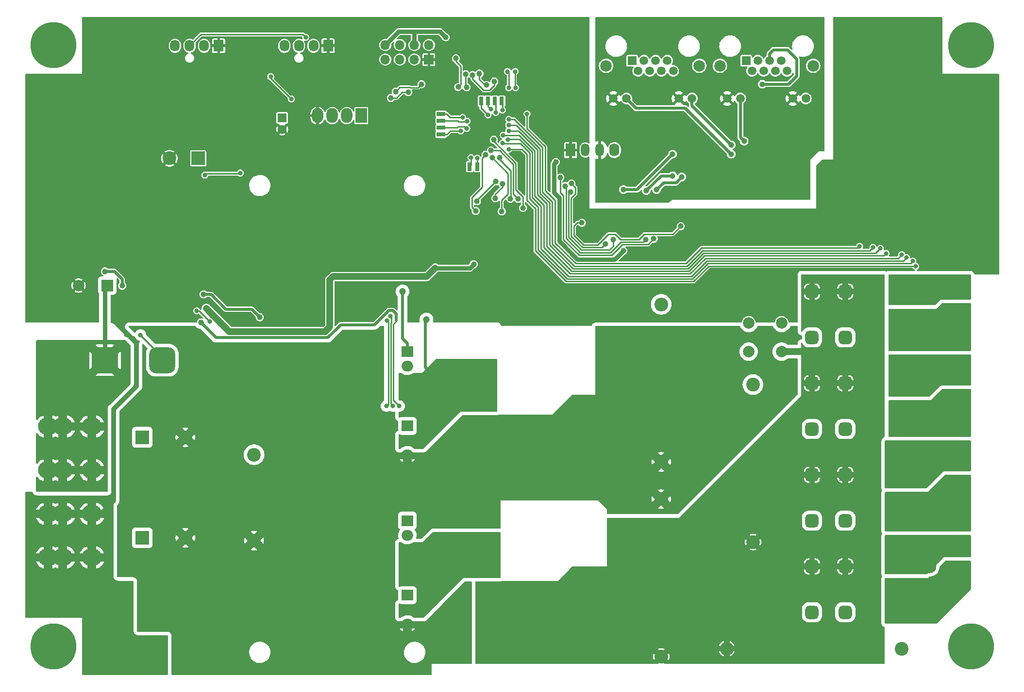
<source format=gbr>
G04 This is an RS-274x file exported by *
G04 gerbv version  *
G04 More information is available about gerbv at *
G04 https://gerbv.github.io/ *
G04 --End of header info--*
%MOIN*%
%FSLAX36Y36*%
%IPPOS*%
G04 --Define apertures--*
%ADD10O,0.1378X0.1181*%
%ADD11R,0.0681X0.0799*%
%ADD12O,0.0681X0.0799*%
%ADD13R,0.0787X0.0750*%
%ADD14O,0.0787X0.0750*%
%ADD15R,0.0591X0.0591*%
%ADD16C,0.0591*%
%ADD17C,0.0787*%
%ADD18R,0.0787X0.1024*%
%ADD19O,0.0787X0.1024*%
%ADD20C,0.3150*%
%ADD21R,0.0787X0.0787*%
%ADD22R,0.0945X0.0945*%
%ADD23C,0.0945*%
%ADD24R,0.0630X0.0630*%
%ADD25C,0.0630*%
%ADD26C,0.0906*%
%AMMACRO27*
4,1,4,-0.022638,-0.022638,0.022638,-0.022638,0.022638,0.022638,-0.022638,0.022638,-0.022638,-0.022638,0.000000*
1,1,0.045276,-0.022638,-0.022638*
1,1,0.045276,0.022638,-0.022638*
1,1,0.045276,0.022638,0.022638*
1,1,0.045276,-0.022638,0.022638*
20,1,0.045276,-0.022638,-0.022638,0.022638,-0.022638,0.000000*
20,1,0.045276,0.022638,-0.022638,0.022638,0.022638,0.000000*
20,1,0.045276,0.022638,0.022638,-0.022638,0.022638,0.000000*
20,1,0.045276,-0.022638,0.022638,-0.022638,-0.022638,0.000000*
%
%ADD27MACRO27*%
%ADD28O,0.1772X0.1181*%
%ADD29O,0.0945X0.0945*%
%AMMACRO30*
4,1,4,0.044291,0.044291,-0.044291,0.044291,-0.044291,-0.044291,0.044291,-0.044291,0.044291,0.044291,0.000000*
1,1,0.088583,0.044291,0.044291*
1,1,0.088583,-0.044291,0.044291*
1,1,0.088583,-0.044291,-0.044291*
1,1,0.088583,0.044291,-0.044291*
20,1,0.088583,0.044291,0.044291,-0.044291,0.044291,0.000000*
20,1,0.088583,-0.044291,0.044291,-0.044291,-0.044291,0.000000*
20,1,0.088583,-0.044291,-0.044291,0.044291,-0.044291,0.000000*
20,1,0.088583,0.044291,-0.044291,0.044291,0.044291,0.000000*
%
%ADD30MACRO30*%
%ADD31R,0.0689X0.0886*%
%ADD32O,0.0591X0.0886*%
%ADD33O,0.0689X0.0886*%
%ADD34R,0.0669X0.0669*%
%ADD35O,0.0669X0.0669*%
%ADD36R,0.0315X0.0591*%
%ADD37R,0.0591X0.0315*%
%ADD38C,0.0315*%
%ADD39C,0.0630*%
%ADD40C,0.0394*%
%ADD41C,0.0472*%
%ADD42C,0.0098*%
%ADD43C,0.0197*%
%ADD44C,0.0315*%
%ADD45C,0.0472*%
G04 --Start main section--*
G54D10*
G01X2614961Y-4278346D03*
G01X2414961Y-4278346D03*
G01X2314961Y-4278346D03*
G01X2614961Y-4578346D03*
G01X2414961Y-4578346D03*
G01X2314961Y-4578346D03*
G01X2614995Y-4878346D03*
G01X2414995Y-4878346D03*
G01X2314995Y-4878346D03*
G01X2614995Y-5178346D03*
G01X2414995Y-5178346D03*
G01X2314995Y-5178346D03*
G54D11*
G01X4236220Y-1661417D03*
G54D12*
G01X4136220Y-1661417D03*
G01X4036220Y-1661417D03*
G01X3936220Y-1661417D03*
G54D11*
G01X3485827Y-1661417D03*
G54D12*
G01X3385827Y-1661417D03*
G01X3285827Y-1661417D03*
G01X3185827Y-1661417D03*
G54D13*
G01X4780709Y-4274016D03*
G54D14*
G01X4780709Y-4374016D03*
G01X4780709Y-4474016D03*
G54D13*
G01X4780709Y-3762205D03*
G54D14*
G01X4780709Y-3862205D03*
G01X4780709Y-3962205D03*
G54D13*
G01X4780709Y-5437402D03*
G54D14*
G01X4780709Y-5537402D03*
G01X4780709Y-5637402D03*
G54D13*
G01X4780709Y-4925591D03*
G54D14*
G01X4780709Y-5025591D03*
G01X4780709Y-5125591D03*
G54D15*
G01X7106299Y-1763780D03*
G54D16*
G01X7146457Y-1833858D03*
G01X7186614Y-1763780D03*
G01X7226772Y-1833858D03*
G01X7266929Y-1763780D03*
G01X7307087Y-1833858D03*
G01X7347244Y-1763780D03*
G01X7387402Y-1833858D03*
G01X6976378Y-2023622D03*
G01X7066535Y-2023622D03*
G01X7426378Y-2023622D03*
G01X7516535Y-2023622D03*
G54D17*
G01X6926378Y-1798819D03*
G01X7566535Y-1798819D03*
G54D18*
G01X4464567Y-2141732D03*
G54D19*
G01X4364567Y-2141732D03*
G01X4264567Y-2141732D03*
G01X4164567Y-2141732D03*
G54D20*
G01X2350394Y-1657480D03*
G01X8649606Y-1657480D03*
G01X2350394Y-5791339D03*
G01X8649606Y-5791339D03*
G54D15*
G01X6324803Y-1763780D03*
G54D16*
G01X6364961Y-1833858D03*
G01X6405118Y-1763780D03*
G01X6445276Y-1833858D03*
G01X6485433Y-1763780D03*
G01X6525591Y-1833858D03*
G01X6565748Y-1763780D03*
G01X6605906Y-1833858D03*
G01X6194882Y-2023622D03*
G01X6285039Y-2023622D03*
G01X6644882Y-2023622D03*
G01X6735039Y-2023622D03*
G54D17*
G01X6144882Y-1798819D03*
G01X6785039Y-1798819D03*
G54D21*
G01X2720472Y-3309055D03*
G54D17*
G01X2523622Y-3309055D03*
G54D22*
G01X3344488Y-2435039D03*
G54D23*
G01X3147638Y-2435039D03*
G54D24*
G01X3921260Y-2157480D03*
G54D25*
G01X3921260Y-2236220D03*
G54D26*
G01X8366142Y-4295276D03*
G01X8137795Y-4295276D03*
G54D27*
G01X7787402Y-4295276D03*
G01X7559055Y-4295276D03*
G54D23*
G01X3728346Y-4472441D03*
G01X3728346Y-5062992D03*
G54D28*
G01X8551181Y-4708661D03*
G01X8551181Y-4511811D03*
G54D27*
G01X7559055Y-5240157D03*
G01X7787402Y-5240157D03*
G54D26*
G01X8137795Y-5240157D03*
G01X8366142Y-5240157D03*
G01X8366142Y-4925197D03*
G01X8137795Y-4925197D03*
G54D27*
G01X7787402Y-4925197D03*
G01X7559055Y-4925197D03*
G54D26*
G01X8366142Y-3980315D03*
G01X8137795Y-3980315D03*
G54D27*
G01X7787402Y-3980315D03*
G01X7559055Y-3980315D03*
G54D23*
G01X8173031Y-5805118D03*
G54D29*
G01X6973031Y-5805118D03*
G54D30*
G01X3098425Y-5594488D03*
G01X2704724Y-5594488D03*
G01X3098425Y-3822835D03*
G01X2704724Y-3822835D03*
G54D28*
G01X8551181Y-3527559D03*
G01X8551181Y-3330709D03*
G54D23*
G01X6523622Y-3438976D03*
G01X6523622Y-4521654D03*
G54D26*
G01X8366142Y-3665354D03*
G01X8137795Y-3665354D03*
G54D27*
G01X7787402Y-3665354D03*
G01X7559055Y-3665354D03*
G54D28*
G01X8551181Y-4118110D03*
G01X8551181Y-3921260D03*
G54D27*
G01X7559055Y-3350394D03*
G01X7787402Y-3350394D03*
G54D26*
G01X8137795Y-3350394D03*
G01X8366142Y-3350394D03*
G54D23*
G01X7153543Y-3990157D03*
G01X7153543Y-5072835D03*
G54D17*
G01X7124016Y-3763780D03*
G01X7124016Y-3566929D03*
G54D31*
G01X5901378Y-2378326D03*
G54D32*
G01X6001378Y-2378326D03*
G01X6101378Y-2378326D03*
G54D33*
G01X6201378Y-2378326D03*
G54D22*
G01X2960630Y-4352362D03*
G54D23*
G01X3255906Y-4352362D03*
G54D27*
G01X7559055Y-5555118D03*
G01X7787402Y-5555118D03*
G54D26*
G01X8137795Y-5555118D03*
G01X8366142Y-5555118D03*
G01X8366142Y-4610236D03*
G01X8137795Y-4610236D03*
G54D27*
G01X7787402Y-4610236D03*
G01X7559055Y-4610236D03*
G54D28*
G01X8551181Y-5299213D03*
G01X8551181Y-5102362D03*
G54D22*
G01X2960630Y-5043307D03*
G54D23*
G01X3255906Y-5043307D03*
G54D34*
G01X4929134Y-1755906D03*
G54D35*
G01X4929134Y-1655906D03*
G01X4829134Y-1755906D03*
G01X4829134Y-1655906D03*
G01X4729134Y-1755906D03*
G01X4729134Y-1655906D03*
G01X4629134Y-1755906D03*
G01X4629134Y-1655906D03*
G54D17*
G01X7350394Y-3763780D03*
G01X7350394Y-3566929D03*
G54D23*
G01X6523622Y-5860236D03*
G01X6523622Y-4777559D03*
G54D36*
G01X5381890Y-2041339D03*
G01X5429134Y-2041339D03*
G54D37*
G01X5011811Y-2224409D03*
G54D36*
G01X5208661Y-2492126D03*
G54D37*
G01X5011811Y-2129921D03*
G54D36*
G01X5287402Y-2041339D03*
G01X5261811Y-2492126D03*
G01X5334646Y-2041339D03*
G54D37*
G01X5011811Y-2177165D03*
G01X5011811Y-2271654D03*
G54D38*
G01X8275591Y-3064961D03*
G01X4875984Y-1986220D03*
G01X3549213Y-2769685D03*
G01X3527559Y-2482283D03*
G01X8165354Y-2889764D03*
G01X7836614Y-3007874D03*
G01X7452756Y-3001969D03*
G01X6948819Y-3238189D03*
G01X6789370Y-3322835D03*
G01X6120079Y-3336614D03*
G01X5564961Y-2498031D03*
G01X5255906Y-2602362D03*
G01X5519685Y-1838583D03*
G01X4082677Y-1602362D03*
G01X5523622Y-1948819D03*
G01X5476378Y-1948819D03*
G01X5468504Y-1838583D03*
G54D39*
G01X3196850Y-2039370D03*
G54D38*
G01X3984252Y-2027559D03*
G01X3842520Y-1874016D03*
G01X3633858Y-2535433D03*
G01X3389764Y-2551181D03*
G54D40*
G01X8698819Y-2100394D03*
G54D39*
G01X6287402Y-2917323D03*
G01X4033465Y-3488189D03*
G54D40*
G01X8385827Y-2980315D03*
G01X4358268Y-1854331D03*
G01X4068243Y-2065616D03*
G54D38*
G01X2956273Y-3468504D03*
G54D39*
G01X4633858Y-2370079D03*
G54D40*
G01X4173228Y-2035433D03*
G54D39*
G01X4523622Y-2267717D03*
G01X8708661Y-1893701D03*
G01X3708661Y-3222441D03*
G54D40*
G01X5996063Y-2736220D03*
G54D38*
G01X2854331Y-5720472D03*
G54D39*
G01X5814961Y-1972441D03*
G01X5728346Y-3212598D03*
G01X5303150Y-1696850D03*
G54D40*
G01X8728346Y-2710630D03*
G54D39*
G01X3137795Y-2740157D03*
G01X3187008Y-3163386D03*
G01X2901575Y-3350394D03*
G01X3364173Y-3301181D03*
G54D40*
G01X4240157Y-1972441D03*
G54D39*
G01X5715116Y-3407210D03*
G01X5175197Y-2295276D03*
G54D40*
G01X5933071Y-1539370D03*
G54D39*
G01X4466535Y-3084646D03*
G01X4996063Y-2614173D03*
G01X3580709Y-2238189D03*
G54D40*
G01X4988189Y-2956693D03*
G54D39*
G01X3598425Y-2594488D03*
G01X6588583Y-2901575D03*
G01X3925197Y-1795276D03*
G01X5905512Y-2192913D03*
G54D40*
G01X4476378Y-1736220D03*
G54D39*
G01X8374016Y-1657480D03*
G01X2852362Y-2897638D03*
G01X3600394Y-2139764D03*
G01X4023622Y-1824803D03*
G54D40*
G01X8698819Y-2316929D03*
G54D39*
G01X3551181Y-1992126D03*
G01X3039370Y-3370079D03*
G01X5401575Y-2188976D03*
G01X4773622Y-3145669D03*
G01X3708661Y-3055118D03*
G01X3442913Y-3301181D03*
G54D40*
G01X8698819Y-2503937D03*
G54D39*
G01X5592520Y-2933071D03*
G01X5303150Y-3082677D03*
G01X4466535Y-2986220D03*
G01X7753937Y-2326772D03*
G54D40*
G01X5893701Y-2484252D03*
G54D39*
G01X2783465Y-3547244D03*
G01X5214567Y-2917323D03*
G54D41*
G01X6027559Y-2894569D03*
G54D40*
G01X7925197Y-2980315D03*
G54D39*
G01X3147638Y-3251969D03*
G01X4100394Y-3200000D03*
G01X3598425Y-2665354D03*
G01X2852362Y-2976378D03*
G54D40*
G01X4496063Y-1976378D03*
G01X5988189Y-2484252D03*
G54D39*
G01X4919291Y-2149606D03*
G01X2389764Y-2996063D03*
G54D40*
G01X4602362Y-2125984D03*
G54D38*
G01X5216535Y-2429134D03*
G54D40*
G01X3363199Y-3563986D03*
G01X5799213Y-2460630D03*
G54D38*
G01X4724409Y-4137795D03*
G54D40*
G01X5043307Y-1602362D03*
G01X6263780Y-3070866D03*
G01X2704724Y-3212598D03*
G01X2822835Y-3311024D03*
G01X3381890Y-3370079D03*
G01X3767717Y-3527559D03*
G54D39*
G01X5523622Y-5625984D03*
G01X5452756Y-5413386D03*
G01X5523622Y-5484252D03*
G01X5311024Y-5696850D03*
G01X5381890Y-5484252D03*
G01X5452756Y-5555118D03*
G01X5311024Y-5767717D03*
G01X5311024Y-5413386D03*
G01X5452756Y-5625984D03*
G01X5452756Y-5767717D03*
G01X5381890Y-5413386D03*
G01X5381890Y-5696850D03*
G01X5311024Y-5555118D03*
G01X5311024Y-5484252D03*
G01X5381890Y-5767717D03*
G01X5452756Y-5696850D03*
G01X5452756Y-5484252D03*
G01X5381890Y-5555118D03*
G01X5523622Y-5696850D03*
G01X5523622Y-5413386D03*
G01X5523622Y-5555118D03*
G01X5381890Y-5625984D03*
G01X5523622Y-5767717D03*
G01X5311024Y-5625984D03*
G54D38*
G01X2948819Y-3649606D03*
G54D40*
G01X4787402Y-4712598D03*
G54D41*
G01X4748031Y-3350394D03*
G54D40*
G01X5324803Y-1931102D03*
G01X5275591Y-1852362D03*
G01X5228384Y-1861990D03*
G01X5377953Y-1907480D03*
G01X7216535Y-1925197D03*
G54D41*
G01X6232283Y-2570866D03*
G54D40*
G01X7293307Y-2291339D03*
G54D41*
G01X6429134Y-2492126D03*
G01X6350394Y-2153543D03*
G01X6484252Y-2437008D03*
G54D40*
G01X6444882Y-1618110D03*
G54D41*
G01X6570866Y-2712598D03*
G01X7003937Y-2122047D03*
G01X6303150Y-2712598D03*
G54D40*
G01X7606299Y-2011811D03*
G54D39*
G01X6523622Y-1923228D03*
G54D40*
G01X7232283Y-1618110D03*
G01X7606299Y-2326772D03*
G01X7507874Y-2641732D03*
G54D41*
G01X6421260Y-2224409D03*
G54D40*
G01X6651575Y-2346457D03*
G54D38*
G01X4681102Y-4137795D03*
G54D40*
G01X4667854Y-2019685D03*
G01X4786890Y-1980315D03*
G01X5355000Y-2381221D03*
G54D38*
G01X4664604Y-3519160D03*
G54D40*
G01X5539370Y-2712598D03*
G01X5488189Y-2712598D03*
G54D38*
G01X4637795Y-4137795D03*
G54D40*
G01X4700315Y-1976378D03*
G01X5413386Y-2429134D03*
G54D38*
G01X4641732Y-3551181D03*
G54D40*
G01X4877953Y-1925197D03*
G01X7092547Y-2316909D03*
G01X5978600Y-2877806D03*
G01X6657480Y-2901575D03*
G01X5236220Y-3163386D03*
G54D41*
G01X3399606Y-3466535D03*
G54D40*
G01X4972441Y-3188976D03*
G01X7003937Y-2405512D03*
G01X7003937Y-2342520D03*
G01X6665354Y-2562992D03*
G01X6492126Y-2649606D03*
G54D38*
G01X3334646Y-3484252D03*
G01X3423169Y-3556883D03*
G54D40*
G01X5863306Y-2625848D03*
G01X6417323Y-2992126D03*
G01X5830709Y-2566929D03*
G01X6472441Y-2988189D03*
G01X6421260Y-2657480D03*
G01X6602362Y-2555118D03*
G01X6141732Y-3023622D03*
G01X5907032Y-2608010D03*
G01X6192913Y-2992126D03*
G01X5901974Y-2665277D03*
G01X6263780Y-2649606D03*
G01X6602362Y-2405512D03*
G54D38*
G01X5433071Y-2102362D03*
G01X5387795Y-2120079D03*
G01X5354331Y-2098425D03*
G01X5334646Y-2135827D03*
G54D40*
G01X5433071Y-2609450D03*
G01X5385827Y-2709767D03*
G54D38*
G01X5159449Y-2153543D03*
G01X5190945Y-2179134D03*
G01X5261811Y-2433071D03*
G01X5147638Y-2246063D03*
G01X5188976Y-2230315D03*
G54D40*
G01X5186974Y-1945862D03*
G01X5181102Y-1857303D03*
G01X5129921Y-1944882D03*
G01X5114173Y-1748031D03*
G54D39*
G01X5287402Y-3870079D03*
G01X5358268Y-3940945D03*
G01X5287402Y-3940945D03*
G01X5358268Y-4082677D03*
G01X5287402Y-4011811D03*
G01X5287402Y-4082677D03*
G01X5358268Y-3870079D03*
G54D41*
G01X4911612Y-3543307D03*
G54D39*
G01X5358268Y-4011811D03*
G01X5279528Y-5263780D03*
G01X5350394Y-5192913D03*
G01X5279528Y-5051181D03*
G01X5350394Y-5051181D03*
G01X5279528Y-5122047D03*
G01X5350394Y-5263780D03*
G01X5350394Y-5122047D03*
G01X5279528Y-5192913D03*
G54D40*
G01X5374016Y-2307087D03*
G01X5574803Y-2775591D03*
G01X5364173Y-2431102D03*
G01X5429134Y-2799213D03*
G01X5250000Y-2797244D03*
G01X5317797Y-2410309D03*
G01X5388435Y-2594029D03*
G01X5258051Y-2730138D03*
G54D38*
G01X5476378Y-2206693D03*
G01X8027559Y-3053150D03*
G01X8066929Y-3088583D03*
G01X5476378Y-2246063D03*
G01X5602362Y-2129350D03*
G01X7885827Y-3039370D03*
G01X7976378Y-3047244D03*
G01X5476378Y-2167342D03*
G01X8251969Y-3141732D03*
G01X5435039Y-2328740D03*
G01X5476378Y-2372047D03*
G01X8271654Y-3177165D03*
G01X5438976Y-2275591D03*
G01X8175197Y-3096457D03*
G01X5472441Y-2305118D03*
G01X8208661Y-3118110D03*
G54D42*
G01X5543133Y-2246063D02*
G01X5476378Y-2246063D01*
G01X5907480Y-3210630D02*
G01X5736220Y-3039370D01*
G01X5736220Y-2748031D02*
G01X5673228Y-2685039D01*
G01X5673228Y-2376158D02*
G01X5543133Y-2246063D01*
G01X5736220Y-3039370D02*
G01X5736220Y-2748031D01*
G01X8051181Y-3104331D02*
G01X6821228Y-3104331D01*
G01X5673228Y-2685039D02*
G01X5673228Y-2376158D01*
G01X6714929Y-3210630D02*
G01X5907480Y-3210630D01*
G01X6821228Y-3104331D02*
G01X6714929Y-3210630D01*
G01X8066929Y-3088583D02*
G01X8051181Y-3104331D01*
G01X5755906Y-3031496D02*
G01X5755906Y-2740157D01*
G01X8027559Y-3053150D02*
G01X7994094Y-3086614D01*
G01X5690945Y-2368820D02*
G01X5528818Y-2206693D01*
G01X5528818Y-2206693D02*
G01X5476378Y-2206693D01*
G01X7994094Y-3086614D02*
G01X6813889Y-3086614D01*
G01X6813889Y-3086614D02*
G01X6707590Y-3192913D01*
G01X5917323Y-3192913D02*
G01X5755906Y-3031496D01*
G01X6707590Y-3192913D02*
G01X5917323Y-3192913D01*
G01X5755906Y-2740157D02*
G01X5690945Y-2675197D01*
G01X5690945Y-2675197D02*
G01X5690945Y-2368820D01*
G01X4637795Y-4137795D02*
G01X4649606Y-4125984D01*
G01X4649606Y-4125984D02*
G01X4649606Y-3559055D01*
G01X4649606Y-3559055D02*
G01X4641732Y-3551181D01*
G01X4681102Y-4137795D02*
G01X4667323Y-4124016D01*
G01X4667323Y-4124016D02*
G01X4667323Y-3565957D01*
G01X4667323Y-3565957D02*
G01X4670276Y-3563004D01*
G01X4670276Y-3563004D02*
G01X4670276Y-3524832D01*
G01X4670276Y-3524832D02*
G01X4664604Y-3519160D01*
G01X4685039Y-3574803D02*
G01X4704724Y-3555118D01*
G01X4704724Y-3555118D02*
G01X4704724Y-3551181D01*
G01X4685039Y-4098425D02*
G01X4685039Y-3574803D01*
G01X4724409Y-4137795D02*
G01X4685039Y-4098425D01*
G54D43*
G01X4780709Y-3762205D02*
G01X4780709Y-3705906D01*
G01X4780709Y-3705906D02*
G01X4748031Y-3673228D01*
G01X4748031Y-3673228D02*
G01X4748031Y-3350394D01*
G54D42*
G01X3285827Y-1661417D02*
G01X3364567Y-1582677D01*
G01X3364567Y-1582677D02*
G01X4062992Y-1582677D01*
G01X4062992Y-1582677D02*
G01X4082677Y-1602362D01*
G01X5519685Y-1838583D02*
G01X5519685Y-1944882D01*
G01X5519685Y-1944882D02*
G01X5523622Y-1948819D01*
G01X5476378Y-1846457D02*
G01X5468504Y-1838583D01*
G01X5476378Y-1948819D02*
G01X5476378Y-1846457D01*
G01X3842520Y-1885827D02*
G01X3842520Y-1874016D01*
G01X3984252Y-2027559D02*
G01X3842520Y-1885827D01*
G01X3401575Y-2539370D02*
G01X3389764Y-2551181D01*
G01X3633858Y-2535433D02*
G01X3629921Y-2539370D01*
G01X3629921Y-2539370D02*
G01X3401575Y-2539370D01*
G54D44*
G01X4834646Y-1562992D02*
G01X4829134Y-1568504D01*
G01X4829134Y-1568504D02*
G01X4829134Y-1655906D01*
G01X4834646Y-1562992D02*
G01X4722047Y-1562992D01*
G01X5003937Y-1562992D02*
G01X4834646Y-1562992D01*
G01X2783465Y-3566929D02*
G01X2783465Y-3547244D01*
G01X2763780Y-4157480D02*
G01X2921260Y-4000000D01*
G01X2672835Y-4878346D02*
G01X2763780Y-4787402D01*
G01X2921260Y-3704724D02*
G01X2783465Y-3566929D01*
G01X5204724Y-3322835D02*
G01X5263780Y-3381890D01*
G01X2763780Y-4787402D02*
G01X2763780Y-4157480D01*
G54D45*
G01X5901378Y-2378326D02*
G01X5901378Y-2388079D01*
G54D44*
G01X2614995Y-4878346D02*
G01X2672835Y-4878346D01*
G01X5303150Y-3173228D02*
G01X5204724Y-3271654D01*
G01X2921260Y-4000000D02*
G01X2921260Y-3704724D01*
G01X5204724Y-3271654D02*
G01X5204724Y-3322835D01*
G01X5263780Y-3381890D02*
G01X5358268Y-3381890D01*
G01X5303150Y-3082677D02*
G01X5303150Y-3173228D01*
G54D42*
G01X5216535Y-2484252D02*
G01X5208661Y-2492126D01*
G01X5216535Y-2429134D02*
G01X5216535Y-2484252D01*
G54D43*
G01X4233658Y-3667323D02*
G01X4299213Y-3601769D01*
G54D44*
G01X5799213Y-2460630D02*
G01X5787421Y-2472422D01*
G54D43*
G01X4653543Y-3480315D02*
G01X4681102Y-3480315D01*
G54D44*
G01X5948831Y-3128937D02*
G01X6205709Y-3128937D01*
G54D43*
G01X4704724Y-3503937D02*
G01X4704724Y-3551181D01*
G54D44*
G01X6205709Y-3128937D02*
G01X6263780Y-3070866D01*
G54D43*
G01X4681102Y-3480315D02*
G01X4704724Y-3503937D01*
G54D44*
G01X5823819Y-3003925D02*
G01X5948831Y-3128937D01*
G54D43*
G01X4555118Y-3578740D02*
G01X4653543Y-3480315D01*
G01X4322835Y-3578740D02*
G01X4555118Y-3578740D01*
G54D44*
G01X4722047Y-1562992D02*
G01X4629134Y-1655906D01*
G54D43*
G01X3363199Y-3563986D02*
G01X3466535Y-3667323D01*
G54D44*
G01X5043307Y-1602362D02*
G01X5003937Y-1562992D01*
G54D43*
G01X4299806Y-3601769D02*
G01X4322835Y-3578740D01*
G54D44*
G01X5787421Y-2472422D02*
G01X5787421Y-2669311D01*
G01X5823819Y-2705709D02*
G01X5823819Y-3003925D01*
G01X5787421Y-2669311D02*
G01X5823819Y-2705709D01*
G54D43*
G01X3466535Y-3667323D02*
G01X4233658Y-3667323D01*
G01X4299213Y-3601769D02*
G01X4299806Y-3601769D01*
G01X3433071Y-3370079D02*
G01X3535433Y-3472441D01*
G01X3712598Y-3472441D02*
G01X3767717Y-3527559D01*
G01X2822835Y-3265787D02*
G01X2822835Y-3311024D01*
G01X3535433Y-3472441D02*
G01X3712598Y-3472441D01*
G01X2704724Y-3212598D02*
G01X2769647Y-3212598D01*
G01X3381890Y-3370079D02*
G01X3433071Y-3370079D01*
G01X2769647Y-3212598D02*
G01X2822835Y-3265787D01*
G54D45*
G01X7559055Y-3818898D02*
G01X7559055Y-3980315D01*
G01X7503937Y-3763780D02*
G01X7559055Y-3818898D01*
G01X7350394Y-3763780D02*
G01X7503937Y-3763780D01*
G54D42*
G01X3098425Y-3799213D02*
G01X3098425Y-3822835D01*
G01X2948819Y-3649606D02*
G01X3098425Y-3799213D01*
G01X5312992Y-1931102D02*
G01X5324803Y-1931102D01*
G01X5275591Y-1893701D02*
G01X5312992Y-1931102D01*
G01X5275591Y-1852362D02*
G01X5275591Y-1893701D01*
G01X5303681Y-1966535D02*
G01X5228384Y-1891239D01*
G01X5228384Y-1891239D02*
G01X5228384Y-1861990D01*
G01X5377953Y-1907480D02*
G01X5377953Y-1933071D01*
G01X5377953Y-1933071D02*
G01X5344488Y-1966535D01*
G01X5344488Y-1966535D02*
G01X5303681Y-1966535D01*
G54D43*
G01X7266929Y-1717323D02*
G01X7295276Y-1688976D01*
G01X7452756Y-1751969D02*
G01X7452756Y-1870079D01*
G01X7266929Y-1763780D02*
G01X7266929Y-1717323D01*
G01X7389764Y-1688976D02*
G01X7452756Y-1751969D01*
G01X7397638Y-1925197D02*
G01X7216535Y-1925197D01*
G01X7295276Y-1688976D02*
G01X7389764Y-1688976D01*
G01X7452756Y-1870079D02*
G01X7397638Y-1925197D01*
G54D42*
G01X5507874Y-2476378D02*
G01X5412717Y-2381221D01*
G01X4706437Y-2019685D02*
G01X4667854Y-2019685D01*
G01X5539370Y-2712598D02*
G01X5507874Y-2681102D01*
G01X4786890Y-1980315D02*
G01X4745807Y-1980315D01*
G01X5412717Y-2381221D02*
G01X5355000Y-2381221D01*
G01X4745807Y-1980315D02*
G01X4706437Y-2019685D01*
G01X5507874Y-2681102D02*
G01X5507874Y-2476378D01*
G01X5490139Y-2710649D02*
G01X5488189Y-2712598D01*
G01X4700315Y-1976378D02*
G01X4728839Y-1947854D01*
G01X4728839Y-1947854D02*
G01X4800336Y-1947854D01*
G01X5413386Y-2429134D02*
G01X5413386Y-2444882D01*
G01X4800336Y-1947854D02*
G01X4801301Y-1948819D01*
G01X4854331Y-1948819D02*
G01X4877953Y-1925197D01*
G01X5490139Y-2521635D02*
G01X5490139Y-2710649D01*
G01X4801301Y-1948819D02*
G01X4854331Y-1948819D01*
G01X5413386Y-2444882D02*
G01X5490139Y-2521635D01*
G54D43*
G01X7066535Y-2023622D02*
G01X7066535Y-2290898D01*
G01X7066535Y-2290898D02*
G01X7092547Y-2316909D01*
G54D42*
G01X6371389Y-2992126D02*
G01X6244094Y-2992126D01*
G01X6244094Y-2992126D02*
G01X6208661Y-2956693D01*
G01X5923228Y-2901575D02*
G01X5946998Y-2877806D01*
G01X6603327Y-2955728D02*
G01X6407787Y-2955728D01*
G01X6161417Y-2956693D02*
G01X6088583Y-3029528D01*
G01X6407787Y-2955728D02*
G01X6371389Y-2992126D01*
G01X5990008Y-3029528D02*
G01X5923228Y-2962748D01*
G01X5923228Y-2962748D02*
G01X5923228Y-2901575D01*
G01X6208661Y-2956693D02*
G01X6161417Y-2956693D01*
G01X6657480Y-2901575D02*
G01X6603327Y-2955728D01*
G01X6088583Y-3029528D02*
G01X5990008Y-3029528D01*
G01X5946998Y-2877806D02*
G01X5978600Y-2877806D01*
G54D45*
G01X3559055Y-3625984D02*
G01X4216535Y-3625984D01*
G01X3399606Y-3466535D02*
G01X3559055Y-3625984D01*
G54D44*
G01X5236220Y-3163386D02*
G01X5210630Y-3188976D01*
G54D45*
G01X4269751Y-3248050D02*
G01X4913367Y-3248050D01*
G01X4913367Y-3248050D02*
G01X4972441Y-3188976D01*
G01X4216535Y-3625984D02*
G01X4248031Y-3594488D01*
G54D44*
G01X5210630Y-3188976D02*
G01X4972441Y-3188976D01*
G54D45*
G01X4248031Y-3269770D02*
G01X4269751Y-3248050D01*
G01X4248031Y-3594488D02*
G01X4248031Y-3269770D01*
G54D43*
G01X6688976Y-2090551D02*
G01X6351969Y-2090551D01*
G01X7003937Y-2405512D02*
G01X6688976Y-2090551D01*
G01X6351969Y-2090551D02*
G01X6285039Y-2023622D01*
G01X6735039Y-2073622D02*
G01X7003937Y-2342520D01*
G01X6735039Y-2023622D02*
G01X6735039Y-2073622D01*
G01X6492126Y-2649606D02*
G01X6539370Y-2602362D01*
G01X6625984Y-2602362D02*
G01X6665354Y-2562992D01*
G01X6539370Y-2602362D02*
G01X6625984Y-2602362D01*
G54D42*
G01X3334646Y-3484252D02*
G01X3350537Y-3484252D01*
G01X3350537Y-3484252D02*
G01X3423169Y-3556883D01*
G01X5870079Y-2984764D02*
G01X5967992Y-3082677D01*
G01X5869513Y-2678723D02*
G01X5870079Y-2679289D01*
G01X6248567Y-3009843D02*
G01X6399606Y-3009843D01*
G01X5967992Y-3082677D02*
G01X6175732Y-3082677D01*
G01X5870079Y-2679289D02*
G01X5870079Y-2984764D01*
G01X6399606Y-3009843D02*
G01X6417323Y-2992126D01*
G01X5863306Y-2625848D02*
G01X5869513Y-2632055D01*
G01X5869513Y-2632055D02*
G01X5869513Y-2678723D01*
G01X6175732Y-3082677D02*
G01X6248567Y-3009843D01*
G01X5960654Y-3100394D02*
G01X5852362Y-2992102D01*
G01X6183071Y-3100394D02*
G01X5960654Y-3100394D01*
G01X6472441Y-2988189D02*
G01X6433071Y-3027559D01*
G01X6433071Y-3027559D02*
G01X6255906Y-3027559D01*
G01X5830709Y-2669178D02*
G01X5830709Y-2566929D01*
G01X5852362Y-2690831D02*
G01X5830709Y-2669178D01*
G01X5852362Y-2992102D02*
G01X5852362Y-2690831D01*
G01X6255906Y-3027559D02*
G01X6183071Y-3100394D01*
G54D43*
G01X6421260Y-2657480D02*
G01X6523622Y-2555118D01*
G01X6523622Y-2555118D02*
G01X6602362Y-2555118D01*
G54D42*
G01X5905512Y-2707674D02*
G01X5905512Y-2970087D01*
G01X6118110Y-3047244D02*
G01X6141732Y-3023622D01*
G01X5905512Y-2970087D02*
G01X5982669Y-3047244D01*
G01X5907032Y-2608010D02*
G01X5934454Y-2635433D01*
G01X5934454Y-2635433D02*
G01X5934454Y-2678731D01*
G01X5982669Y-3047244D02*
G01X6118110Y-3047244D01*
G01X5934454Y-2678731D02*
G01X5905512Y-2707674D01*
G01X5975331Y-3064961D02*
G01X5887795Y-2977425D01*
G01X6192913Y-3040441D02*
G01X6168394Y-3064961D01*
G01X6192913Y-2992126D02*
G01X6192913Y-3040441D01*
G01X6168394Y-3064961D02*
G01X5975331Y-3064961D01*
G01X5887795Y-2679456D02*
G01X5901974Y-2665277D01*
G01X5887795Y-2977425D02*
G01X5887795Y-2679456D01*
G54D43*
G01X6602362Y-2405512D02*
G01X6358268Y-2649606D01*
G01X6358268Y-2649606D02*
G01X6263780Y-2649606D01*
G54D42*
G01X5433071Y-2102362D02*
G01X5433071Y-2045276D01*
G01X5433071Y-2045276D02*
G01X5429134Y-2041339D01*
G01X5387795Y-2120079D02*
G01X5387795Y-2047244D01*
G01X5387795Y-2047244D02*
G01X5381890Y-2041339D01*
G01X5334646Y-2078740D02*
G01X5334646Y-2041339D01*
G01X5354331Y-2098425D02*
G01X5334646Y-2078740D01*
G01X5287402Y-2088583D02*
G01X5334646Y-2135827D01*
G01X5287402Y-2041339D02*
G01X5287402Y-2088583D01*
G01X5433071Y-2633858D02*
G01X5433071Y-2609450D01*
G01X5385827Y-2681102D02*
G01X5433071Y-2633858D01*
G01X5385827Y-2709767D02*
G01X5385827Y-2681102D01*
G01X5159449Y-2153543D02*
G01X5074803Y-2153543D01*
G01X5051181Y-2129921D02*
G01X5011811Y-2129921D01*
G01X5074803Y-2153543D02*
G01X5051181Y-2129921D01*
G01X5011811Y-2177165D02*
G01X5127953Y-2177165D01*
G01X5135827Y-2185039D02*
G01X5185039Y-2185039D01*
G01X5127953Y-2177165D02*
G01X5135827Y-2185039D01*
G01X5185039Y-2185039D02*
G01X5190945Y-2179134D01*
G01X5261811Y-2492126D02*
G01X5261811Y-2433071D01*
G01X5147638Y-2246063D02*
G01X5076772Y-2246063D01*
G01X5076772Y-2246063D02*
G01X5051181Y-2271654D01*
G01X5051181Y-2271654D02*
G01X5011811Y-2271654D01*
G01X5122047Y-2224409D02*
G01X5129921Y-2216535D01*
G01X5011811Y-2224409D02*
G01X5122047Y-2224409D01*
G01X5188976Y-2230315D02*
G01X5175197Y-2216535D01*
G01X5175197Y-2216535D02*
G01X5129921Y-2216535D01*
G01X5181102Y-1939990D02*
G01X5186974Y-1945862D01*
G01X5181102Y-1857303D02*
G01X5181102Y-1939990D01*
G01X5114173Y-1748031D02*
G01X5114173Y-1767717D01*
G01X5148641Y-1802185D02*
G01X5148641Y-1926162D01*
G01X5148641Y-1926162D02*
G01X5129921Y-1944882D01*
G01X5114173Y-1767717D02*
G01X5148641Y-1802185D01*
G54D44*
G01X2704724Y-3324803D02*
G01X2720472Y-3309055D01*
G01X2704724Y-3822835D02*
G01X2704724Y-3324803D01*
G54D43*
G01X4905512Y-3549408D02*
G01X4911612Y-3543307D01*
G01X4921260Y-3885827D02*
G01X4905512Y-3870079D01*
G01X4905512Y-3870079D02*
G01X4905512Y-3549408D01*
G54D42*
G01X5525572Y-2468485D02*
G01X5374016Y-2316929D01*
G01X5374016Y-2316929D02*
G01X5374016Y-2307087D01*
G01X5574803Y-2700787D02*
G01X5525572Y-2651556D01*
G01X5525572Y-2651556D02*
G01X5525572Y-2468485D01*
G01X5574803Y-2775591D02*
G01X5574803Y-2700787D01*
G01X5429134Y-2724383D02*
G01X5472441Y-2681076D01*
G01X5472441Y-2539370D02*
G01X5364173Y-2431102D01*
G01X5429134Y-2799213D02*
G01X5429134Y-2724383D01*
G01X5472441Y-2681076D02*
G01X5472441Y-2539370D01*
G01X5250000Y-2797244D02*
G01X5224409Y-2771654D01*
G01X5294908Y-2634226D02*
G01X5294908Y-2433199D01*
G01X5224409Y-2771654D02*
G01X5224409Y-2704724D01*
G01X5294908Y-2433199D02*
G01X5317797Y-2410309D01*
G01X5224409Y-2704724D02*
G01X5294908Y-2634226D01*
G01X5258051Y-2730138D02*
G01X5258051Y-2724413D01*
G01X5258051Y-2724413D02*
G01X5388435Y-2594029D01*
G01X7885827Y-3039370D02*
G01X7874016Y-3051181D01*
G01X6692913Y-3157480D02*
G01X5937008Y-3157480D01*
G01X5795276Y-2724409D02*
G01X5726378Y-2655512D01*
G01X5726378Y-2354143D02*
G01X5602362Y-2230127D01*
G01X6799213Y-3051181D02*
G01X6692913Y-3157480D01*
G01X5726378Y-2655512D02*
G01X5726378Y-2354143D01*
G01X5602362Y-2230127D02*
G01X5602362Y-2129350D01*
G01X5937008Y-3157480D02*
G01X5795276Y-3015748D01*
G01X7874016Y-3051181D02*
G01X6799213Y-3051181D01*
G01X5795276Y-3015748D02*
G01X5795276Y-2724409D01*
G01X5775591Y-3023622D02*
G01X5775591Y-2732283D01*
G01X7954724Y-3068898D02*
G01X6806551Y-3068898D01*
G01X5708661Y-2665354D02*
G01X5708661Y-2361481D01*
G01X5775591Y-2732283D02*
G01X5708661Y-2665354D01*
G01X5927165Y-3175197D02*
G01X5775591Y-3023622D01*
G01X6700252Y-3175197D02*
G01X5927165Y-3175197D01*
G01X6806551Y-3068898D02*
G01X6700252Y-3175197D01*
G01X5514523Y-2167342D02*
G01X5476378Y-2167342D01*
G01X7976378Y-3047244D02*
G01X7954724Y-3068898D01*
G01X5708661Y-2361481D02*
G01X5514523Y-2167342D01*
G01X5435039Y-2328740D02*
G01X5440945Y-2334646D01*
G01X6736944Y-3263780D02*
G01X6843243Y-3157480D01*
G01X5677165Y-2771654D02*
G01X5677165Y-3062992D01*
G01X8236220Y-3157480D02*
G01X8251969Y-3141732D01*
G01X5620079Y-2398173D02*
G01X5620079Y-2714567D01*
G01X5556551Y-2334646D02*
G01X5620079Y-2398173D01*
G01X5677165Y-3062992D02*
G01X5877953Y-3263780D01*
G01X5440945Y-2334646D02*
G01X5556551Y-2334646D01*
G01X5620079Y-2714567D02*
G01X5677165Y-2771654D01*
G01X6843243Y-3157480D02*
G01X8236220Y-3157480D01*
G01X5877953Y-3263780D02*
G01X6736944Y-3263780D01*
G01X5568898Y-2372047D02*
G01X5476378Y-2372047D01*
G01X6744282Y-3281496D02*
G01X5870614Y-3281496D01*
G01X6850582Y-3175197D02*
G01X6744282Y-3281496D01*
G01X5602362Y-2724409D02*
G01X5602362Y-2405512D01*
G01X8271654Y-3177165D02*
G01X8269685Y-3175197D01*
G01X5659449Y-2781496D02*
G01X5602362Y-2724409D01*
G01X5602362Y-2405512D02*
G01X5568898Y-2372047D01*
G01X5870614Y-3281496D02*
G01X5659449Y-3070331D01*
G01X5659449Y-3070331D02*
G01X5659449Y-2781496D01*
G01X8269685Y-3175197D02*
G01X6850582Y-3175197D01*
G01X5655512Y-2383497D02*
G01X5655512Y-2694882D01*
G01X5897638Y-3228346D02*
G01X6722267Y-3228346D01*
G01X5547606Y-2275591D02*
G01X5655512Y-2383497D01*
G01X5716535Y-2755906D02*
G01X5716535Y-3047244D01*
G01X5716535Y-3047244D02*
G01X5897638Y-3228346D01*
G01X6722267Y-3228346D02*
G01X6828566Y-3122047D01*
G01X6828566Y-3122047D02*
G01X8149606Y-3122047D01*
G01X5655512Y-2694882D02*
G01X5716535Y-2755906D01*
G01X5438976Y-2275591D02*
G01X5547606Y-2275591D01*
G01X8149606Y-3122047D02*
G01X8175197Y-3096457D01*
G01X8187008Y-3139764D02*
G01X8208661Y-3118110D01*
G01X5696850Y-3055118D02*
G01X5887795Y-3246063D01*
G01X6835905Y-3139764D02*
G01X8187008Y-3139764D01*
G01X5550110Y-2303150D02*
G01X5637795Y-2390835D01*
G01X5887795Y-3246063D02*
G01X6729606Y-3246063D01*
G01X6729606Y-3246063D02*
G01X6835905Y-3139764D01*
G01X5637795Y-2704724D02*
G01X5696850Y-2763780D01*
G01X5472441Y-2305118D02*
G01X5474409Y-2303150D01*
G01X5637795Y-2390835D02*
G01X5637795Y-2704724D01*
G01X5474409Y-2303150D02*
G01X5550110Y-2303150D01*
G01X5696850Y-2763780D02*
G01X5696850Y-3055118D01*
G36*
G01X5419017Y-5004712D02*
G01X5420819Y-5006791D01*
G01X5421260Y-5008819D01*
G01X5421260Y-5314016D01*
G01X5420485Y-5316655D01*
G01X5418406Y-5318456D01*
G01X5416378Y-5318898D01*
G01X5165354Y-5318898D01*
G01X4895135Y-5593033D01*
G01X4892730Y-5594369D01*
G01X4891658Y-5594488D01*
G01X4828217Y-5594488D01*
G01X4825578Y-5593713D01*
G01X4824696Y-5592988D01*
G01X4823255Y-5591487D01*
G01X4815363Y-5585557D01*
G01X4815363Y-5585557D01*
G01X4815363Y-5585557D01*
G01X4813678Y-5584673D01*
G01X4806622Y-5580970D01*
G01X4806622Y-5580969D01*
G01X4806622Y-5580969D01*
G01X4797259Y-5577843D01*
G01X4797258Y-5577843D01*
G01X4797258Y-5577843D01*
G01X4787515Y-5576260D01*
G01X4787515Y-5576260D01*
G01X4776375Y-5576260D01*
G01X4776375Y-5576260D01*
G01X4768999Y-5576855D01*
G01X4759414Y-5579218D01*
G01X4750332Y-5583087D01*
G01X4741988Y-5588363D01*
G01X4738462Y-5591487D01*
G01X4736461Y-5593260D01*
G01X4733971Y-5594431D01*
G01X4733224Y-5594488D01*
G01X4725354Y-5594488D01*
G01X4722715Y-5593713D01*
G01X4720914Y-5591634D01*
G01X4720472Y-5589606D01*
G01X4720472Y-5498590D01*
G01X4721247Y-5495950D01*
G01X4723326Y-5494149D01*
G01X4726049Y-5493757D01*
G01X4728326Y-5494717D01*
G01X4729416Y-5495553D01*
G01X4729416Y-5495553D01*
G01X4729416Y-5495553D01*
G01X4735167Y-5497935D01*
G01X4739789Y-5498543D01*
G01X4821628Y-5498543D01*
G01X4821628Y-5498543D01*
G01X4826250Y-5497935D01*
G01X4826250Y-5497935D01*
G01X4826250Y-5497935D01*
G01X4832002Y-5495553D01*
G01X4836940Y-5491763D01*
G01X4840730Y-5486824D01*
G01X4843112Y-5481073D01*
G01X4843720Y-5476451D01*
G01X4843720Y-5398352D01*
G01X4843720Y-5398352D01*
G01X4843720Y-5398352D01*
G01X4843112Y-5393730D01*
G01X4843112Y-5393730D01*
G01X4843112Y-5393730D01*
G01X4840730Y-5387979D01*
G01X4836940Y-5383040D01*
G01X4832002Y-5379251D01*
G01X4826250Y-5376868D01*
G01X4826250Y-5376868D01*
G01X4821629Y-5376260D01*
G01X4821629Y-5376260D01*
G01X4821628Y-5376260D01*
G01X4821628Y-5376260D01*
G01X4739789Y-5376260D01*
G01X4735167Y-5376868D01*
G01X4735167Y-5376868D01*
G01X4729416Y-5379251D01*
G01X4728326Y-5380087D01*
G01X4725761Y-5381078D01*
G01X4723066Y-5380526D01*
G01X4721098Y-5378604D01*
G01X4720472Y-5376213D01*
G01X4720472Y-5079685D01*
G01X4721247Y-5077046D01*
G01X4723326Y-5075244D01*
G01X4725354Y-5074803D01*
G01X4740922Y-5074803D01*
G01X4743561Y-5075578D01*
G01X4743854Y-5075782D01*
G01X4746054Y-5077435D01*
G01X4754795Y-5082023D01*
G01X4764159Y-5085149D01*
G01X4764159Y-5085149D01*
G01X4764159Y-5085149D01*
G01X4773903Y-5086732D01*
G01X4773903Y-5086732D01*
G01X4785043Y-5086732D01*
G01X4788731Y-5086435D01*
G01X4792418Y-5086137D01*
G01X4802003Y-5083774D01*
G01X4811085Y-5079905D01*
G01X4817958Y-5075559D01*
G01X4820567Y-5074803D01*
G01X4885827Y-5074803D01*
G01X4955263Y-5005367D01*
G01X4957677Y-5004049D01*
G01X4958715Y-5003937D01*
G01X5416378Y-5003937D01*
G01X5419017Y-5004712D01*
G37*
G36*
G01X5395395Y-3813767D02*
G01X5397197Y-3815846D01*
G01X5397638Y-3817874D01*
G01X5397638Y-4172283D01*
G01X5396863Y-4174923D01*
G01X5394784Y-4176724D01*
G01X5392756Y-4177165D01*
G01X5145669Y-4177165D01*
G01X4891194Y-4431641D01*
G01X4888779Y-4432959D01*
G01X4887742Y-4433071D01*
G01X4830108Y-4433071D01*
G01X4827469Y-4432296D01*
G01X4826587Y-4431571D01*
G01X4823255Y-4428102D01*
G01X4815363Y-4422171D01*
G01X4815363Y-4422171D01*
G01X4815363Y-4422171D01*
G01X4813678Y-4421287D01*
G01X4806622Y-4417584D01*
G01X4806622Y-4417584D01*
G01X4806622Y-4417584D01*
G01X4797259Y-4414458D01*
G01X4797258Y-4414458D01*
G01X4797258Y-4414457D01*
G01X4787515Y-4412874D01*
G01X4787515Y-4412874D01*
G01X4776375Y-4412874D01*
G01X4776375Y-4412874D01*
G01X4768999Y-4413469D01*
G01X4759414Y-4415832D01*
G01X4750332Y-4419701D01*
G01X4750332Y-4419701D01*
G01X4750332Y-4419701D01*
G01X4741989Y-4424977D01*
G01X4741989Y-4424977D01*
G01X4734599Y-4431524D01*
G01X4734554Y-4431571D01*
G01X4734532Y-4431583D01*
G01X4734452Y-4431654D01*
G01X4734438Y-4431637D01*
G01X4732167Y-4432937D01*
G01X4731033Y-4433071D01*
G01X4725354Y-4433071D01*
G01X4722715Y-4432296D01*
G01X4720914Y-4430217D01*
G01X4720472Y-4428189D01*
G01X4720472Y-4335204D01*
G01X4721247Y-4332564D01*
G01X4723326Y-4330763D01*
G01X4726049Y-4330372D01*
G01X4728326Y-4331331D01*
G01X4729416Y-4332167D01*
G01X4729416Y-4332167D01*
G01X4729416Y-4332167D01*
G01X4735167Y-4334549D01*
G01X4739789Y-4335157D01*
G01X4821628Y-4335157D01*
G01X4821628Y-4335157D01*
G01X4826250Y-4334549D01*
G01X4826250Y-4334549D01*
G01X4826250Y-4334549D01*
G01X4832002Y-4332167D01*
G01X4836940Y-4328377D01*
G01X4840730Y-4323439D01*
G01X4843112Y-4317687D01*
G01X4843720Y-4313065D01*
G01X4843720Y-4234966D01*
G01X4843720Y-4234966D01*
G01X4843720Y-4234966D01*
G01X4843112Y-4230344D01*
G01X4843112Y-4230344D01*
G01X4843112Y-4230344D01*
G01X4840730Y-4224593D01*
G01X4836940Y-4219654D01*
G01X4832002Y-4215865D01*
G01X4826250Y-4213483D01*
G01X4826250Y-4213482D01*
G01X4821629Y-4212874D01*
G01X4821629Y-4212874D01*
G01X4821628Y-4212874D01*
G01X4821628Y-4212874D01*
G01X4739789Y-4212874D01*
G01X4735167Y-4213482D01*
G01X4735167Y-4213483D01*
G01X4729416Y-4215865D01*
G01X4728326Y-4216701D01*
G01X4725761Y-4217693D01*
G01X4723066Y-4217140D01*
G01X4721098Y-4215218D01*
G01X4720472Y-4212828D01*
G01X4720472Y-4182188D01*
G01X4721247Y-4179549D01*
G01X4723326Y-4177747D01*
G01X4724876Y-4177330D01*
G01X4732131Y-4176615D01*
G01X4739556Y-4174363D01*
G01X4746399Y-4170705D01*
G01X4752397Y-4165783D01*
G01X4757319Y-4159785D01*
G01X4760977Y-4152942D01*
G01X4763229Y-4145517D01*
G01X4763990Y-4137795D01*
G01X4763229Y-4130074D01*
G01X4760977Y-4122649D01*
G01X4760977Y-4122648D01*
G01X4760977Y-4122648D01*
G01X4757319Y-4115806D01*
G01X4757319Y-4115806D01*
G01X4752397Y-4109808D01*
G01X4746399Y-4104885D01*
G01X4746399Y-4104885D01*
G01X4739556Y-4101228D01*
G01X4739556Y-4101228D01*
G01X4732131Y-4098975D01*
G01X4732131Y-4098975D01*
G01X4727050Y-4098475D01*
G01X4724500Y-4097445D01*
G01X4724077Y-4097069D01*
G01X4721902Y-4094894D01*
G01X4720584Y-4092480D01*
G01X4720472Y-4091442D01*
G01X4720472Y-3916299D01*
G01X4721247Y-3913660D01*
G01X4723326Y-3911859D01*
G01X4725354Y-3911417D01*
G01X4740922Y-3911417D01*
G01X4743561Y-3912192D01*
G01X4743854Y-3912396D01*
G01X4746054Y-3914049D01*
G01X4754795Y-3918637D01*
G01X4764159Y-3921763D01*
G01X4764159Y-3921763D01*
G01X4764159Y-3921763D01*
G01X4773903Y-3923346D01*
G01X4773903Y-3923346D01*
G01X4785043Y-3923346D01*
G01X4788731Y-3923049D01*
G01X4792418Y-3922751D01*
G01X4802003Y-3920389D01*
G01X4811085Y-3916519D01*
G01X4817958Y-3912173D01*
G01X4820567Y-3911417D01*
G01X4879921Y-3911417D01*
G01X4976917Y-3814422D01*
G01X4979331Y-3813104D01*
G01X4980369Y-3812992D01*
G01X5392756Y-3812992D01*
G01X5395395Y-3813767D01*
G37*
G36*
G01X8647364Y-4374791D02*
G01X8649165Y-4376870D01*
G01X8649606Y-4378898D01*
G01X8649606Y-4581516D01*
G01X8648831Y-4584155D01*
G01X8646752Y-4585956D01*
G01X8644724Y-4586398D01*
G01X8473825Y-4586398D01*
G01X8472549Y-4586466D01*
G01X8472549Y-4586466D01*
G01X8472549Y-4586466D01*
G01X8472159Y-4586508D01*
G01X8470877Y-4586646D01*
G01X8470877Y-4586646D01*
G01X8470877Y-4586646D01*
G01X8470877Y-4586646D01*
G01X8467805Y-4587181D01*
G01X8462001Y-4589425D01*
G01X8462001Y-4589425D01*
G01X8459586Y-4590744D01*
G01X8459092Y-4591021D01*
G01X8454155Y-4594810D01*
G01X8454154Y-4594810D01*
G01X8345886Y-4703078D01*
G01X8343472Y-4704396D01*
G01X8342434Y-4704508D01*
G01X8063937Y-4704508D01*
G01X8061298Y-4703733D01*
G01X8059496Y-4701654D01*
G01X8059055Y-4699626D01*
G01X8059055Y-4378898D01*
G01X8059830Y-4376258D01*
G01X8061909Y-4374457D01*
G01X8063937Y-4374016D01*
G01X8644724Y-4374016D01*
G01X8647364Y-4374791D01*
G37*
G36*
G01X6349756Y-2110306D02*
G01X6349931Y-2110325D01*
G01X6350548Y-2110413D01*
G01X6351171Y-2110413D01*
G01X6351348Y-2110420D01*
G01X6352084Y-2110472D01*
G01X6353400Y-2110566D01*
G01X6353583Y-2110527D01*
G01X6354637Y-2110413D01*
G01X6678694Y-2110413D01*
G01X6681376Y-2111201D01*
G01X6682202Y-2111866D01*
G01X6972591Y-2402256D01*
G01X6973931Y-2404709D01*
G01X6973988Y-2405238D01*
G01X6974013Y-2405235D01*
G01X6974044Y-2405512D01*
G01X6974044Y-2405512D01*
G01X6974794Y-2412164D01*
G01X6974794Y-2412164D01*
G01X6977005Y-2418482D01*
G01X6977005Y-2418482D01*
G01X6980566Y-2424150D01*
G01X6980566Y-2424150D01*
G01X6985299Y-2428883D01*
G01X6985299Y-2428883D01*
G01X6990967Y-2432444D01*
G01X6997285Y-2434655D01*
G01X7003937Y-2435404D01*
G01X7010589Y-2434655D01*
G01X7016907Y-2432444D01*
G01X7022575Y-2428883D01*
G01X7027308Y-2424150D01*
G01X7030869Y-2418482D01*
G01X7033080Y-2412164D01*
G01X7033830Y-2405512D01*
G01X7033080Y-2398860D01*
G01X7030869Y-2392542D01*
G01X7027308Y-2386874D01*
G01X7027308Y-2386874D01*
G01X7022575Y-2382141D01*
G01X7022575Y-2382141D01*
G01X7016907Y-2378580D01*
G01X7016711Y-2378485D01*
G01X7014637Y-2376612D01*
G01X7013904Y-2373915D01*
G01X7014746Y-2371249D01*
G01X7016711Y-2369546D01*
G01X7016907Y-2369452D01*
G01X7016907Y-2369452D01*
G01X7022575Y-2365891D01*
G01X7027308Y-2361157D01*
G01X7030869Y-2355490D01*
G01X7033080Y-2349171D01*
G01X7033830Y-2342520D01*
G01X7033080Y-2335868D01*
G01X7030869Y-2329550D01*
G01X7027308Y-2323882D01*
G01X7027308Y-2323882D01*
G01X7022575Y-2319149D01*
G01X7022575Y-2319149D01*
G01X7016907Y-2315587D01*
G01X7016907Y-2315587D01*
G01X7016054Y-2315289D01*
G01X7010589Y-2313376D01*
G01X7003937Y-2312627D01*
G01X7003937Y-2312627D01*
G01X7003660Y-2312596D01*
G01X7003674Y-2312476D01*
G01X7001507Y-2311840D01*
G01X7000681Y-2311174D01*
G01X6799743Y-2110236D01*
G01X7046673Y-2110236D01*
G01X7046673Y-2288229D01*
G01X7046560Y-2289283D01*
G01X7046520Y-2289466D01*
G01X7046520Y-2289466D01*
G01X7046667Y-2291519D01*
G01X7046673Y-2291696D01*
G01X7046673Y-2292318D01*
G01X7046762Y-2292934D01*
G01X7046781Y-2293110D01*
G01X7046928Y-2295163D01*
G01X7046993Y-2295338D01*
G01X7047255Y-2296366D01*
G01X7047282Y-2296551D01*
G01X7048068Y-2298272D01*
G01X7048137Y-2298423D01*
G01X7048204Y-2298586D01*
G01X7048924Y-2300514D01*
G01X7048924Y-2300514D01*
G01X7049036Y-2300664D01*
G01X7049576Y-2301576D01*
G01X7049654Y-2301746D01*
G01X7049654Y-2301746D01*
G01X7049654Y-2301746D01*
G01X7051002Y-2303302D01*
G01X7051113Y-2303439D01*
G01X7051486Y-2303938D01*
G01X7051486Y-2303938D01*
G01X7051926Y-2304378D01*
G01X7052047Y-2304507D01*
G01X7053395Y-2306063D01*
G01X7053395Y-2306063D01*
G01X7053552Y-2306164D01*
G01X7054378Y-2306829D01*
G01X7061202Y-2313653D01*
G01X7062541Y-2316106D01*
G01X7062598Y-2316635D01*
G01X7062623Y-2316633D01*
G01X7062655Y-2316909D01*
G01X7062655Y-2316909D01*
G01X7063404Y-2323561D01*
G01X7064527Y-2326772D01*
G01X7065615Y-2329879D01*
G01X7065615Y-2329879D01*
G01X7069176Y-2335547D01*
G01X7069176Y-2335547D01*
G01X7073909Y-2340280D01*
G01X7073909Y-2340280D01*
G01X7079577Y-2343842D01*
G01X7085896Y-2346053D01*
G01X7092547Y-2346802D01*
G01X7099199Y-2346053D01*
G01X7105517Y-2343842D01*
G01X7111185Y-2340280D01*
G01X7115918Y-2335547D01*
G01X7119480Y-2329879D01*
G01X7121690Y-2323561D01*
G01X7122440Y-2316909D01*
G01X7121690Y-2310258D01*
G01X7119480Y-2303939D01*
G01X7115918Y-2298272D01*
G01X7115918Y-2298272D01*
G01X7111185Y-2293538D01*
G01X7111185Y-2293538D01*
G01X7105517Y-2289977D01*
G01X7105517Y-2289977D01*
G01X7104057Y-2289466D01*
G01X7099199Y-2287766D01*
G01X7092547Y-2287017D01*
G01X7092547Y-2287017D01*
G01X7092270Y-2286986D01*
G01X7092284Y-2286866D01*
G01X7090117Y-2286229D01*
G01X7089291Y-2285564D01*
G01X7087851Y-2284123D01*
G01X7086511Y-2281670D01*
G01X7086398Y-2280616D01*
G01X7086398Y-2110236D01*
G01X7645669Y-2110236D01*
G01X7645669Y-2380866D01*
G01X7644882Y-2383548D01*
G01X7642769Y-2385379D01*
G01X7640709Y-2385827D01*
G01X7606299Y-2385827D01*
G01X7547244Y-2444882D01*
G01X7547244Y-2715512D01*
G01X7546457Y-2718194D01*
G01X7544344Y-2720024D01*
G01X7542283Y-2720472D01*
G01X6602362Y-2720472D01*
G01X6574084Y-2739324D01*
G01X6571416Y-2740157D01*
G01X6571333Y-2740157D01*
G01X6075827Y-2740157D01*
G01X6073145Y-2739370D01*
G01X6071314Y-2737258D01*
G01X6070866Y-2735197D01*
G01X6070866Y-2649606D01*
G01X6233887Y-2649606D01*
G01X6234636Y-2656258D01*
G01X6236563Y-2661764D01*
G01X6236847Y-2662576D01*
G01X6236847Y-2662576D01*
G01X6240408Y-2668244D01*
G01X6240409Y-2668244D01*
G01X6245142Y-2672977D01*
G01X6245142Y-2672977D01*
G01X6250810Y-2676539D01*
G01X6257128Y-2678749D01*
G01X6263780Y-2679499D01*
G01X6270431Y-2678749D01*
G01X6276749Y-2676539D01*
G01X6282417Y-2672977D01*
G01X6284473Y-2670921D01*
G01X6286926Y-2669582D01*
G01X6287981Y-2669469D01*
G01X6355599Y-2669469D01*
G01X6356653Y-2669582D01*
G01X6356836Y-2669622D01*
G01X6358193Y-2669525D01*
G01X6358889Y-2669475D01*
G01X6359066Y-2669469D01*
G01X6359688Y-2669469D01*
G01X6359688Y-2669469D01*
G01X6360305Y-2669380D01*
G01X6360480Y-2669361D01*
G01X6361471Y-2669290D01*
G01X6362533Y-2669214D01*
G01X6362708Y-2669149D01*
G01X6363736Y-2668886D01*
G01X6363921Y-2668860D01*
G01X6365793Y-2668005D01*
G01X6365956Y-2667937D01*
G01X6367885Y-2667218D01*
G01X6368034Y-2667106D01*
G01X6368946Y-2666565D01*
G01X6369116Y-2666487D01*
G01X6370672Y-2665139D01*
G01X6370809Y-2665029D01*
G01X6371308Y-2664656D01*
G01X6371748Y-2664215D01*
G01X6371877Y-2664095D01*
G01X6373433Y-2662747D01*
G01X6373534Y-2662590D01*
G01X6374199Y-2661764D01*
G01X6382979Y-2652984D01*
G01X6385432Y-2651645D01*
G01X6388220Y-2651844D01*
G01X6390458Y-2653519D01*
G01X6391434Y-2656138D01*
G01X6391416Y-2657048D01*
G01X6391367Y-2657480D01*
G01X6391367Y-2657480D01*
G01X6392117Y-2664132D01*
G01X6393807Y-2668962D01*
G01X6394327Y-2670450D01*
G01X6394328Y-2670450D01*
G01X6397889Y-2676118D01*
G01X6397889Y-2676118D01*
G01X6402622Y-2680851D01*
G01X6402622Y-2680851D01*
G01X6408290Y-2684413D01*
G01X6414608Y-2686624D01*
G01X6421260Y-2687373D01*
G01X6427912Y-2686624D01*
G01X6434230Y-2684413D01*
G01X6439898Y-2680851D01*
G01X6444631Y-2676118D01*
G01X6448192Y-2670450D01*
G01X6450403Y-2664132D01*
G01X6451153Y-2657480D01*
G01X6451153Y-2657480D01*
G01X6451184Y-2657203D01*
G01X6451304Y-2657217D01*
G01X6451940Y-2655050D01*
G01X6452605Y-2654224D01*
G01X6453310Y-2653519D01*
G01X6454442Y-2652387D01*
G01X6456895Y-2651048D01*
G01X6459683Y-2651247D01*
G01X6461921Y-2652922D01*
G01X6462879Y-2655339D01*
G01X6462983Y-2656258D01*
G01X6464909Y-2661764D01*
G01X6465194Y-2662576D01*
G01X6465194Y-2662576D01*
G01X6468755Y-2668244D01*
G01X6468755Y-2668244D01*
G01X6473488Y-2672977D01*
G01X6473488Y-2672977D01*
G01X6479156Y-2676539D01*
G01X6485474Y-2678749D01*
G01X6492126Y-2679499D01*
G01X6498778Y-2678749D01*
G01X6505096Y-2676539D01*
G01X6510764Y-2672977D01*
G01X6515497Y-2668244D01*
G01X6519058Y-2662576D01*
G01X6521269Y-2656258D01*
G01X6522019Y-2649606D01*
G01X6522019Y-2649606D01*
G01X6522050Y-2649329D01*
G01X6522170Y-2649343D01*
G01X6522806Y-2647176D01*
G01X6523472Y-2646350D01*
G01X6546144Y-2623677D01*
G01X6548598Y-2622338D01*
G01X6549652Y-2622224D01*
G01X6623316Y-2622224D01*
G01X6624370Y-2622338D01*
G01X6624553Y-2622378D01*
G01X6625910Y-2622280D01*
G01X6626605Y-2622231D01*
G01X6626782Y-2622224D01*
G01X6627405Y-2622224D01*
G01X6627405Y-2622224D01*
G01X6628021Y-2622136D01*
G01X6628197Y-2622117D01*
G01X6629187Y-2622046D01*
G01X6630250Y-2621970D01*
G01X6630425Y-2621905D01*
G01X6631453Y-2621642D01*
G01X6631638Y-2621616D01*
G01X6633510Y-2620761D01*
G01X6633673Y-2620693D01*
G01X6635601Y-2619974D01*
G01X6635702Y-2619898D01*
G01X6635750Y-2619862D01*
G01X6636663Y-2619321D01*
G01X6636833Y-2619243D01*
G01X6638389Y-2617895D01*
G01X6638525Y-2617785D01*
G01X6639024Y-2617411D01*
G01X6639465Y-2616971D01*
G01X6639594Y-2616851D01*
G01X6641149Y-2615503D01*
G01X6641251Y-2615346D01*
G01X6641916Y-2614520D01*
G01X6662098Y-2594338D01*
G01X6664551Y-2592998D01*
G01X6665080Y-2592941D01*
G01X6665077Y-2592916D01*
G01X6665354Y-2592885D01*
G01X6665354Y-2592885D01*
G01X6672006Y-2592135D01*
G01X6678324Y-2589924D01*
G01X6683992Y-2586363D01*
G01X6688725Y-2581630D01*
G01X6692287Y-2575962D01*
G01X6694498Y-2569644D01*
G01X6695247Y-2562992D01*
G01X6694498Y-2556340D01*
G01X6692287Y-2550022D01*
G01X6688725Y-2544354D01*
G01X6688725Y-2544354D01*
G01X6683992Y-2539621D01*
G01X6683992Y-2539621D01*
G01X6678324Y-2536060D01*
G01X6678324Y-2536060D01*
G01X6677473Y-2535762D01*
G01X6672006Y-2533849D01*
G01X6665354Y-2533099D01*
G01X6658703Y-2533849D01*
G01X6658702Y-2533849D01*
G01X6658702Y-2533849D01*
G01X6652384Y-2536060D01*
G01X6652384Y-2536060D01*
G01X6646717Y-2539621D01*
G01X6646716Y-2539621D01*
G01X6641983Y-2544354D01*
G01X6639809Y-2547814D01*
G01X6637716Y-2549666D01*
G01X6634953Y-2550092D01*
G01X6632399Y-2548957D01*
G01X6630927Y-2546813D01*
G01X6629295Y-2542148D01*
G01X6625733Y-2536480D01*
G01X6625733Y-2536480D01*
G01X6621000Y-2531747D01*
G01X6621000Y-2531747D01*
G01X6615332Y-2528186D01*
G01X6615332Y-2528186D01*
G01X6609014Y-2525975D01*
G01X6602362Y-2525225D01*
G01X6595710Y-2525975D01*
G01X6595710Y-2525975D01*
G01X6595710Y-2525975D01*
G01X6589392Y-2528186D01*
G01X6589392Y-2528186D01*
G01X6583724Y-2531747D01*
G01X6582696Y-2532775D01*
G01X6581668Y-2533803D01*
G01X6579215Y-2535143D01*
G01X6578161Y-2535256D01*
G01X6526291Y-2535256D01*
G01X6525236Y-2535143D01*
G01X6525054Y-2535103D01*
G01X6525053Y-2535103D01*
G01X6523001Y-2535250D01*
G01X6522824Y-2535256D01*
G01X6522201Y-2535256D01*
G01X6522201Y-2535256D01*
G01X6522201Y-2535256D01*
G01X6521585Y-2535344D01*
G01X6521409Y-2535363D01*
G01X6519357Y-2535510D01*
G01X6519181Y-2535576D01*
G01X6518154Y-2535838D01*
G01X6517969Y-2535864D01*
G01X6517969Y-2535864D01*
G01X6516096Y-2536720D01*
G01X6515933Y-2536787D01*
G01X6515398Y-2536987D01*
G01X6514005Y-2537506D01*
G01X6514005Y-2537506D01*
G01X6513855Y-2537619D01*
G01X6512944Y-2538159D01*
G01X6512773Y-2538237D01*
G01X6512773Y-2538237D01*
G01X6511218Y-2539584D01*
G01X6511081Y-2539695D01*
G01X6510582Y-2540069D01*
G01X6510141Y-2540509D01*
G01X6510012Y-2540630D01*
G01X6508457Y-2541977D01*
G01X6508457Y-2541977D01*
G01X6508356Y-2542135D01*
G01X6507690Y-2542960D01*
G01X6424516Y-2626135D01*
G01X6422063Y-2627474D01*
G01X6421534Y-2627531D01*
G01X6421537Y-2627556D01*
G01X6420827Y-2627636D01*
G01X6418074Y-2627154D01*
G01X6416018Y-2625260D01*
G01X6415313Y-2622555D01*
G01X6416183Y-2619898D01*
G01X6416764Y-2619199D01*
G01X6599106Y-2436857D01*
G01X6601559Y-2435518D01*
G01X6602088Y-2435461D01*
G01X6602085Y-2435436D01*
G01X6602362Y-2435404D01*
G01X6602362Y-2435404D01*
G01X6609014Y-2434655D01*
G01X6615332Y-2432444D01*
G01X6621000Y-2428883D01*
G01X6625733Y-2424150D01*
G01X6629295Y-2418482D01*
G01X6631505Y-2412164D01*
G01X6632255Y-2405512D01*
G01X6631505Y-2398860D01*
G01X6629295Y-2392542D01*
G01X6625733Y-2386874D01*
G01X6625733Y-2386874D01*
G01X6621000Y-2382141D01*
G01X6621000Y-2382141D01*
G01X6615332Y-2378579D01*
G01X6615332Y-2378579D01*
G01X6609710Y-2376612D01*
G01X6609014Y-2376369D01*
G01X6602362Y-2375619D01*
G01X6595710Y-2376369D01*
G01X6595710Y-2376369D01*
G01X6595710Y-2376369D01*
G01X6589392Y-2378579D01*
G01X6589392Y-2378579D01*
G01X6583724Y-2382141D01*
G01X6583724Y-2382141D01*
G01X6578991Y-2386874D01*
G01X6578991Y-2386874D01*
G01X6575430Y-2392542D01*
G01X6575430Y-2392542D01*
G01X6573219Y-2398860D01*
G01X6573219Y-2398860D01*
G01X6572470Y-2405512D01*
G01X6572438Y-2405789D01*
G01X6572318Y-2405775D01*
G01X6571682Y-2407942D01*
G01X6571017Y-2408768D01*
G01X6351493Y-2628291D01*
G01X6349040Y-2629631D01*
G01X6347986Y-2629744D01*
G01X6287981Y-2629744D01*
G01X6285299Y-2628957D01*
G01X6284473Y-2628291D01*
G01X6282417Y-2626235D01*
G01X6282417Y-2626235D01*
G01X6282417Y-2626235D01*
G01X6276750Y-2622674D01*
G01X6276749Y-2622674D01*
G01X6274018Y-2621718D01*
G01X6270431Y-2620463D01*
G01X6263780Y-2619714D01*
G01X6257128Y-2620463D01*
G01X6257128Y-2620463D01*
G01X6257128Y-2620463D01*
G01X6250810Y-2622674D01*
G01X6250809Y-2622674D01*
G01X6245142Y-2626235D01*
G01X6245142Y-2626235D01*
G01X6240409Y-2630968D01*
G01X6240408Y-2630969D01*
G01X6236847Y-2636636D01*
G01X6236847Y-2636636D01*
G01X6236847Y-2636636D01*
G01X6234636Y-2642955D01*
G01X6233887Y-2649606D01*
G01X6070866Y-2649606D01*
G01X6070866Y-2441426D01*
G01X6071654Y-2438744D01*
G01X6073766Y-2436913D01*
G01X6076533Y-2436516D01*
G01X6077776Y-2436864D01*
G01X6086011Y-2440384D01*
G01X6091535Y-2441645D01*
G01X6091535Y-2441645D01*
G01X6091535Y-2397108D01*
G01X6092868Y-2397918D01*
G01X6098469Y-2399488D01*
G01X6102825Y-2399488D01*
G01X6107141Y-2398895D01*
G01X6111220Y-2397123D01*
G01X6111220Y-2441737D01*
G01X6112443Y-2441571D01*
G01X6120922Y-2438816D01*
G01X6128773Y-2434592D01*
G01X6135743Y-2429033D01*
G01X6141609Y-2422319D01*
G01X6146181Y-2414667D01*
G01X6146181Y-2414666D01*
G01X6149314Y-2406319D01*
G01X6149794Y-2403674D01*
G01X6151047Y-2401176D01*
G01X6153453Y-2399752D01*
G01X6156246Y-2399854D01*
G01X6158540Y-2401451D01*
G01X6159434Y-2403162D01*
G01X6159889Y-2404709D01*
G01X6159907Y-2404771D01*
G01X6163798Y-2412320D01*
G01X6163799Y-2412320D01*
G01X6169048Y-2418995D01*
G01X6169048Y-2418995D01*
G01X6169048Y-2418996D01*
G01X6169082Y-2419024D01*
G01X6175466Y-2424557D01*
G01X6175466Y-2424557D01*
G01X6175466Y-2424557D01*
G01X6178259Y-2426169D01*
G01X6182821Y-2428803D01*
G01X6190846Y-2431581D01*
G01X6190847Y-2431581D01*
G01X6190847Y-2431581D01*
G01X6193627Y-2431980D01*
G01X6199252Y-2432789D01*
G01X6205241Y-2432504D01*
G01X6207735Y-2432385D01*
G01X6207735Y-2432385D01*
G01X6207735Y-2432385D01*
G01X6215988Y-2430383D01*
G01X6223713Y-2426855D01*
G01X6230631Y-2421929D01*
G01X6236492Y-2415783D01*
G01X6241083Y-2408638D01*
G01X6241686Y-2407132D01*
G01X6244239Y-2400754D01*
G01X6244239Y-2400754D01*
G01X6244239Y-2400754D01*
G01X6244239Y-2400754D01*
G01X6245846Y-2392415D01*
G01X6245846Y-2366365D01*
G01X6245241Y-2360030D01*
G01X6242849Y-2351881D01*
G01X6242849Y-2351881D01*
G01X6242849Y-2351881D01*
G01X6238957Y-2344333D01*
G01X6238957Y-2344333D01*
G01X6233708Y-2337658D01*
G01X6233708Y-2337657D01*
G01X6233707Y-2337657D01*
G01X6230322Y-2334724D01*
G01X6227290Y-2332096D01*
G01X6227289Y-2332096D01*
G01X6219935Y-2327850D01*
G01X6219935Y-2327850D01*
G01X6219935Y-2327850D01*
G01X6211909Y-2325072D01*
G01X6211909Y-2325072D01*
G01X6211909Y-2325072D01*
G01X6203504Y-2323864D01*
G01X6195021Y-2324268D01*
G01X6195020Y-2324268D01*
G01X6186768Y-2326270D01*
G01X6186767Y-2326270D01*
G01X6179043Y-2329798D01*
G01X6179043Y-2329798D01*
G01X6172125Y-2334724D01*
G01X6172125Y-2334724D01*
G01X6166264Y-2340870D01*
G01X6166264Y-2340870D01*
G01X6161673Y-2348015D01*
G01X6161673Y-2348015D01*
G01X6159326Y-2353876D01*
G01X6157598Y-2356073D01*
G01X6154957Y-2356987D01*
G01X6152241Y-2356329D01*
G01X6150312Y-2354306D01*
G01X6149939Y-2353352D01*
G01X6147935Y-2346090D01*
G01X6144067Y-2338057D01*
G01X6144067Y-2338057D01*
G01X6138826Y-2330845D01*
G01X6138826Y-2330845D01*
G01X6132383Y-2324684D01*
G01X6124942Y-2319773D01*
G01X6124942Y-2319773D01*
G01X6116744Y-2316269D01*
G01X6111220Y-2315008D01*
G01X6111220Y-2359545D01*
G01X6109888Y-2358734D01*
G01X6104287Y-2357165D01*
G01X6099931Y-2357165D01*
G01X6095615Y-2357758D01*
G01X6091535Y-2359530D01*
G01X6091535Y-2314916D01*
G01X6090312Y-2315082D01*
G01X6081834Y-2317837D01*
G01X6078177Y-2319804D01*
G01X6075443Y-2320381D01*
G01X6072830Y-2319389D01*
G01X6071168Y-2317141D01*
G01X6070866Y-2315436D01*
G01X6070866Y-2110236D01*
G01X6348782Y-2110236D01*
G01X6349756Y-2110306D01*
G37*
G36*
G01X2207837Y-4729134D02*
G01X2209668Y-4731246D01*
G01X2209843Y-4731685D01*
G01X2210224Y-4732784D01*
G01X2211289Y-4735863D01*
G01X2211289Y-4735863D01*
G01X2214716Y-4741057D01*
G01X2214716Y-4741057D01*
G01X2216546Y-4743170D01*
G01X2217309Y-4744010D01*
G01X2222155Y-4747914D01*
G01X2227846Y-4750432D01*
G01X2230528Y-4751219D01*
G01X2231074Y-4751373D01*
G01X2237244Y-4752185D01*
G01X2237244Y-4752185D01*
G01X2719429Y-4752185D01*
G01X2719429Y-4752185D01*
G01X2724496Y-4751640D01*
G01X2726557Y-4751192D01*
G01X2731906Y-4749341D01*
G01X2737101Y-4745914D01*
G01X2739213Y-4744084D01*
G01X2740053Y-4743321D01*
G01X2743958Y-4738475D01*
G01X2746475Y-4732784D01*
G01X2746732Y-4731909D01*
G01X2748243Y-4729558D01*
G01X2750786Y-4728397D01*
G01X2751492Y-4728346D01*
G01X2758819Y-4728346D01*
G01X2761501Y-4729134D01*
G01X2763331Y-4731246D01*
G01X2763780Y-4733307D01*
G01X2763780Y-5338583D01*
G01X2896614Y-5338583D01*
G01X2899296Y-5339370D01*
G01X2901127Y-5341483D01*
G01X2901575Y-5343543D01*
G01X2901575Y-5712598D01*
G01X3132835Y-5712598D01*
G01X3135517Y-5713386D01*
G01X3137347Y-5715498D01*
G01X3137795Y-5717559D01*
G01X3137795Y-5980256D01*
G01X3137008Y-5982938D01*
G01X3134895Y-5984768D01*
G01X3132835Y-5985217D01*
G01X2552205Y-5985217D01*
G01X2549523Y-5984429D01*
G01X2547692Y-5982317D01*
G01X2547244Y-5980256D01*
G01X2547244Y-5594488D01*
G01X2161476Y-5594488D01*
G01X2158794Y-5593701D01*
G01X2156964Y-5591588D01*
G01X2156516Y-5589528D01*
G01X2156516Y-5207874D01*
G01X2231623Y-5207874D01*
G01X2231675Y-5208033D01*
G01X2236521Y-5217970D01*
G01X2236521Y-5217970D01*
G01X2242704Y-5227136D01*
G01X2250102Y-5235353D01*
G01X2258571Y-5242459D01*
G01X2258571Y-5242459D01*
G01X2267947Y-5248318D01*
G01X2267947Y-5248318D01*
G01X2278048Y-5252815D01*
G01X2285467Y-5254943D01*
G01X2285467Y-5207874D01*
G01X2344522Y-5207874D01*
G01X2344522Y-5254983D01*
G01X2346681Y-5254525D01*
G01X2357070Y-5250743D01*
G01X2362515Y-5247848D01*
G01X2365252Y-5247285D01*
G01X2367472Y-5248022D01*
G01X2367947Y-5248318D01*
G01X2378048Y-5252815D01*
G01X2385467Y-5254943D01*
G01X2385467Y-5207874D01*
G01X2444522Y-5207874D01*
G01X2444522Y-5254983D01*
G01X2446681Y-5254525D01*
G01X2457070Y-5250743D01*
G01X2457070Y-5250743D01*
G01X2466832Y-5245553D01*
G01X2475777Y-5239054D01*
G01X2475777Y-5239054D01*
G01X2483730Y-5231374D01*
G01X2490537Y-5222662D01*
G01X2490537Y-5222661D01*
G01X2496065Y-5213087D01*
G01X2496065Y-5213087D01*
G01X2498171Y-5207874D01*
G01X2531623Y-5207874D01*
G01X2531675Y-5208033D01*
G01X2536521Y-5217970D01*
G01X2536521Y-5217970D01*
G01X2542704Y-5227136D01*
G01X2550102Y-5235353D01*
G01X2558571Y-5242459D01*
G01X2558571Y-5242459D01*
G01X2567947Y-5248318D01*
G01X2567947Y-5248318D01*
G01X2578048Y-5252815D01*
G01X2585467Y-5254943D01*
G01X2585467Y-5207874D01*
G01X2644522Y-5207874D01*
G01X2644522Y-5254983D01*
G01X2646681Y-5254525D01*
G01X2657070Y-5250743D01*
G01X2657070Y-5250743D01*
G01X2666832Y-5245553D01*
G01X2675777Y-5239054D01*
G01X2675777Y-5239054D01*
G01X2683730Y-5231374D01*
G01X2690537Y-5222662D01*
G01X2690537Y-5222661D01*
G01X2696065Y-5213087D01*
G01X2696065Y-5213087D01*
G01X2698171Y-5207874D01*
G01X2644522Y-5207874D01*
G01X2585467Y-5207874D01*
G01X2531623Y-5207874D01*
G01X2498171Y-5207874D01*
G01X2444522Y-5207874D01*
G01X2385467Y-5207874D01*
G01X2344522Y-5207874D01*
G01X2285467Y-5207874D01*
G01X2231623Y-5207874D01*
G01X2156516Y-5207874D01*
G01X2156516Y-5181693D01*
G01X2287436Y-5181693D01*
G01X2289037Y-5188191D01*
G01X2292147Y-5194117D01*
G01X2296585Y-5199126D01*
G01X2302093Y-5202928D01*
G01X2308351Y-5205301D01*
G01X2313328Y-5205906D01*
G01X2316662Y-5205906D01*
G01X2321638Y-5205301D01*
G01X2327896Y-5202928D01*
G01X2333404Y-5199126D01*
G01X2337842Y-5194117D01*
G01X2340952Y-5188191D01*
G01X2342554Y-5181693D01*
G01X2387436Y-5181693D01*
G01X2389037Y-5188191D01*
G01X2392147Y-5194117D01*
G01X2396585Y-5199126D01*
G01X2402093Y-5202928D01*
G01X2408351Y-5205301D01*
G01X2413328Y-5205906D01*
G01X2416662Y-5205906D01*
G01X2421638Y-5205301D01*
G01X2427896Y-5202928D01*
G01X2433404Y-5199126D01*
G01X2437842Y-5194117D01*
G01X2440952Y-5188191D01*
G01X2442554Y-5181693D01*
G01X2587436Y-5181693D01*
G01X2589037Y-5188191D01*
G01X2592147Y-5194117D01*
G01X2596585Y-5199126D01*
G01X2602093Y-5202928D01*
G01X2608351Y-5205301D01*
G01X2613328Y-5205906D01*
G01X2616662Y-5205906D01*
G01X2621638Y-5205301D01*
G01X2627896Y-5202928D01*
G01X2633404Y-5199126D01*
G01X2637842Y-5194117D01*
G01X2640952Y-5188191D01*
G01X2642554Y-5181693D01*
G01X2642554Y-5175000D01*
G01X2640952Y-5168502D01*
G01X2637842Y-5162576D01*
G01X2633404Y-5157567D01*
G01X2627896Y-5153765D01*
G01X2621638Y-5151392D01*
G01X2616662Y-5150787D01*
G01X2613328Y-5150787D01*
G01X2608351Y-5151392D01*
G01X2602093Y-5153765D01*
G01X2596585Y-5157567D01*
G01X2592147Y-5162576D01*
G01X2589037Y-5168502D01*
G01X2587436Y-5175000D01*
G01X2587436Y-5181693D01*
G01X2442554Y-5181693D01*
G01X2442554Y-5175000D01*
G01X2440952Y-5168502D01*
G01X2437842Y-5162576D01*
G01X2433404Y-5157567D01*
G01X2427896Y-5153765D01*
G01X2421638Y-5151392D01*
G01X2416662Y-5150787D01*
G01X2413328Y-5150787D01*
G01X2408351Y-5151392D01*
G01X2402093Y-5153765D01*
G01X2396585Y-5157567D01*
G01X2392147Y-5162576D01*
G01X2389037Y-5168502D01*
G01X2387436Y-5175000D01*
G01X2387436Y-5181693D01*
G01X2342554Y-5181693D01*
G01X2342554Y-5175000D01*
G01X2340952Y-5168502D01*
G01X2337842Y-5162576D01*
G01X2333404Y-5157567D01*
G01X2327896Y-5153765D01*
G01X2321638Y-5151392D01*
G01X2316662Y-5150787D01*
G01X2313328Y-5150787D01*
G01X2308351Y-5151392D01*
G01X2302093Y-5153765D01*
G01X2296585Y-5157567D01*
G01X2292147Y-5162576D01*
G01X2289037Y-5168502D01*
G01X2287436Y-5175000D01*
G01X2287436Y-5181693D01*
G01X2156516Y-5181693D01*
G01X2156516Y-5148819D01*
G01X2231818Y-5148819D01*
G01X2285467Y-5148819D01*
G01X2344522Y-5148819D01*
G01X2385467Y-5148819D01*
G01X2385467Y-5101750D01*
G01X2444522Y-5101750D01*
G01X2444522Y-5148819D01*
G01X2498367Y-5148819D01*
G01X2531818Y-5148819D01*
G01X2585467Y-5148819D01*
G01X2585467Y-5101750D01*
G01X2644522Y-5101750D01*
G01X2644522Y-5148819D01*
G01X2698367Y-5148819D01*
G01X2698315Y-5148659D01*
G01X2693468Y-5138723D01*
G01X2693468Y-5138722D01*
G01X2687286Y-5129556D01*
G01X2679888Y-5121340D01*
G01X2671418Y-5114234D01*
G01X2671418Y-5114233D01*
G01X2662042Y-5108375D01*
G01X2662042Y-5108375D01*
G01X2651942Y-5103878D01*
G01X2651941Y-5103877D01*
G01X2644522Y-5101750D01*
G01X2585467Y-5101750D01*
G01X2585467Y-5101709D01*
G01X2585467Y-5101709D01*
G01X2583308Y-5102168D01*
G01X2572919Y-5105950D01*
G01X2572919Y-5105950D01*
G01X2563157Y-5111140D01*
G01X2554213Y-5117639D01*
G01X2554213Y-5117639D01*
G01X2546259Y-5125319D01*
G01X2539453Y-5134031D01*
G01X2539452Y-5134032D01*
G01X2533924Y-5143606D01*
G01X2533924Y-5143606D01*
G01X2531818Y-5148819D01*
G01X2531818Y-5148819D01*
G01X2498367Y-5148819D01*
G01X2498315Y-5148659D01*
G01X2493468Y-5138723D01*
G01X2493468Y-5138722D01*
G01X2487286Y-5129556D01*
G01X2479888Y-5121340D01*
G01X2471418Y-5114234D01*
G01X2471418Y-5114233D01*
G01X2462042Y-5108375D01*
G01X2462042Y-5108375D01*
G01X2451942Y-5103878D01*
G01X2451941Y-5103877D01*
G01X2444522Y-5101750D01*
G01X2385467Y-5101750D01*
G01X2385467Y-5101709D01*
G01X2385467Y-5101709D01*
G01X2383308Y-5102168D01*
G01X2372919Y-5105950D01*
G01X2372919Y-5105950D01*
G01X2367475Y-5108844D01*
G01X2364737Y-5109408D01*
G01X2362517Y-5108671D01*
G01X2362042Y-5108375D01*
G01X2351942Y-5103878D01*
G01X2351941Y-5103877D01*
G01X2344522Y-5101750D01*
G01X2344522Y-5148819D01*
G01X2285467Y-5148819D01*
G01X2285467Y-5101709D01*
G01X2283308Y-5102168D01*
G01X2272919Y-5105950D01*
G01X2272919Y-5105950D01*
G01X2263157Y-5111140D01*
G01X2254213Y-5117639D01*
G01X2254213Y-5117639D01*
G01X2246259Y-5125319D01*
G01X2239453Y-5134031D01*
G01X2239452Y-5134032D01*
G01X2233924Y-5143606D01*
G01X2233924Y-5143606D01*
G01X2231818Y-5148819D01*
G01X2231818Y-5148819D01*
G01X2156516Y-5148819D01*
G01X2156516Y-4907874D01*
G01X2231623Y-4907874D01*
G01X2231675Y-4908033D01*
G01X2236521Y-4917970D01*
G01X2236521Y-4917970D01*
G01X2242704Y-4927136D01*
G01X2250102Y-4935353D01*
G01X2258571Y-4942459D01*
G01X2258571Y-4942459D01*
G01X2267947Y-4948318D01*
G01X2267947Y-4948318D01*
G01X2278048Y-4952815D01*
G01X2285467Y-4954943D01*
G01X2285467Y-4907874D01*
G01X2344522Y-4907874D01*
G01X2344522Y-4954983D01*
G01X2346681Y-4954525D01*
G01X2357070Y-4950743D01*
G01X2362515Y-4947848D01*
G01X2365252Y-4947285D01*
G01X2367472Y-4948022D01*
G01X2367947Y-4948318D01*
G01X2378048Y-4952815D01*
G01X2385467Y-4954943D01*
G01X2385467Y-4907874D01*
G01X2444522Y-4907874D01*
G01X2444522Y-4954983D01*
G01X2446681Y-4954525D01*
G01X2457070Y-4950743D01*
G01X2457070Y-4950743D01*
G01X2466832Y-4945553D01*
G01X2475777Y-4939054D01*
G01X2475777Y-4939054D01*
G01X2483730Y-4931374D01*
G01X2490537Y-4922662D01*
G01X2490537Y-4922661D01*
G01X2496065Y-4913087D01*
G01X2496065Y-4913087D01*
G01X2498171Y-4907874D01*
G01X2531623Y-4907874D01*
G01X2531675Y-4908033D01*
G01X2536521Y-4917970D01*
G01X2536521Y-4917970D01*
G01X2542704Y-4927136D01*
G01X2550102Y-4935353D01*
G01X2558571Y-4942459D01*
G01X2558571Y-4942459D01*
G01X2567947Y-4948318D01*
G01X2567947Y-4948318D01*
G01X2578048Y-4952815D01*
G01X2585467Y-4954943D01*
G01X2585467Y-4907874D01*
G01X2644522Y-4907874D01*
G01X2644522Y-4954983D01*
G01X2646681Y-4954525D01*
G01X2657070Y-4950743D01*
G01X2657070Y-4950743D01*
G01X2666832Y-4945553D01*
G01X2675777Y-4939054D01*
G01X2675777Y-4939054D01*
G01X2683730Y-4931374D01*
G01X2690537Y-4922662D01*
G01X2690537Y-4922661D01*
G01X2696065Y-4913087D01*
G01X2696065Y-4913087D01*
G01X2698171Y-4907874D01*
G01X2644522Y-4907874D01*
G01X2585467Y-4907874D01*
G01X2531623Y-4907874D01*
G01X2498171Y-4907874D01*
G01X2444522Y-4907874D01*
G01X2385467Y-4907874D01*
G01X2344522Y-4907874D01*
G01X2285467Y-4907874D01*
G01X2231623Y-4907874D01*
G01X2156516Y-4907874D01*
G01X2156516Y-4881693D01*
G01X2287436Y-4881693D01*
G01X2289037Y-4888191D01*
G01X2292147Y-4894117D01*
G01X2296585Y-4899126D01*
G01X2302093Y-4902928D01*
G01X2308351Y-4905301D01*
G01X2313328Y-4905906D01*
G01X2316662Y-4905906D01*
G01X2321638Y-4905301D01*
G01X2327896Y-4902928D01*
G01X2333404Y-4899126D01*
G01X2337842Y-4894117D01*
G01X2340952Y-4888191D01*
G01X2342554Y-4881693D01*
G01X2387436Y-4881693D01*
G01X2389037Y-4888191D01*
G01X2392147Y-4894117D01*
G01X2396585Y-4899126D01*
G01X2402093Y-4902928D01*
G01X2408351Y-4905301D01*
G01X2413328Y-4905906D01*
G01X2416662Y-4905906D01*
G01X2421638Y-4905301D01*
G01X2427896Y-4902928D01*
G01X2433404Y-4899126D01*
G01X2437842Y-4894117D01*
G01X2440952Y-4888191D01*
G01X2442554Y-4881693D01*
G01X2587436Y-4881693D01*
G01X2589037Y-4888191D01*
G01X2592147Y-4894117D01*
G01X2596585Y-4899126D01*
G01X2602093Y-4902928D01*
G01X2608351Y-4905301D01*
G01X2613328Y-4905906D01*
G01X2616662Y-4905906D01*
G01X2621638Y-4905301D01*
G01X2627896Y-4902928D01*
G01X2633404Y-4899126D01*
G01X2637842Y-4894117D01*
G01X2640952Y-4888191D01*
G01X2642554Y-4881693D01*
G01X2642554Y-4875000D01*
G01X2640952Y-4868502D01*
G01X2637842Y-4862576D01*
G01X2633404Y-4857567D01*
G01X2627896Y-4853765D01*
G01X2621638Y-4851392D01*
G01X2616662Y-4850787D01*
G01X2613328Y-4850787D01*
G01X2608351Y-4851392D01*
G01X2602093Y-4853765D01*
G01X2596585Y-4857567D01*
G01X2592147Y-4862576D01*
G01X2589037Y-4868502D01*
G01X2587436Y-4875000D01*
G01X2587436Y-4881693D01*
G01X2442554Y-4881693D01*
G01X2442554Y-4875000D01*
G01X2440952Y-4868502D01*
G01X2437842Y-4862576D01*
G01X2433404Y-4857567D01*
G01X2427896Y-4853765D01*
G01X2421638Y-4851392D01*
G01X2416662Y-4850787D01*
G01X2413328Y-4850787D01*
G01X2408351Y-4851392D01*
G01X2402093Y-4853765D01*
G01X2396585Y-4857567D01*
G01X2392147Y-4862576D01*
G01X2389037Y-4868502D01*
G01X2387436Y-4875000D01*
G01X2387436Y-4881693D01*
G01X2342554Y-4881693D01*
G01X2342554Y-4875000D01*
G01X2340952Y-4868502D01*
G01X2337842Y-4862576D01*
G01X2333404Y-4857567D01*
G01X2327896Y-4853765D01*
G01X2321638Y-4851392D01*
G01X2316662Y-4850787D01*
G01X2313328Y-4850787D01*
G01X2308351Y-4851392D01*
G01X2302093Y-4853765D01*
G01X2296585Y-4857567D01*
G01X2292147Y-4862576D01*
G01X2289037Y-4868502D01*
G01X2287436Y-4875000D01*
G01X2287436Y-4881693D01*
G01X2156516Y-4881693D01*
G01X2156516Y-4848819D01*
G01X2231818Y-4848819D01*
G01X2285467Y-4848819D01*
G01X2344522Y-4848819D01*
G01X2385467Y-4848819D01*
G01X2385467Y-4801750D01*
G01X2444522Y-4801750D01*
G01X2444522Y-4848819D01*
G01X2498367Y-4848819D01*
G01X2531818Y-4848819D01*
G01X2585467Y-4848819D01*
G01X2585467Y-4801750D01*
G01X2644522Y-4801750D01*
G01X2644522Y-4848819D01*
G01X2698367Y-4848819D01*
G01X2698315Y-4848659D01*
G01X2693468Y-4838723D01*
G01X2693468Y-4838722D01*
G01X2687286Y-4829556D01*
G01X2679888Y-4821340D01*
G01X2671418Y-4814234D01*
G01X2671418Y-4814233D01*
G01X2662042Y-4808375D01*
G01X2662042Y-4808375D01*
G01X2651942Y-4803878D01*
G01X2651941Y-4803877D01*
G01X2644522Y-4801750D01*
G01X2585467Y-4801750D01*
G01X2585467Y-4801709D01*
G01X2585467Y-4801709D01*
G01X2583308Y-4802168D01*
G01X2572919Y-4805950D01*
G01X2572919Y-4805950D01*
G01X2563157Y-4811140D01*
G01X2554213Y-4817639D01*
G01X2554213Y-4817639D01*
G01X2546259Y-4825319D01*
G01X2539453Y-4834031D01*
G01X2539452Y-4834032D01*
G01X2533924Y-4843606D01*
G01X2533924Y-4843606D01*
G01X2531818Y-4848819D01*
G01X2531818Y-4848819D01*
G01X2498367Y-4848819D01*
G01X2498315Y-4848659D01*
G01X2493468Y-4838723D01*
G01X2493468Y-4838722D01*
G01X2487286Y-4829556D01*
G01X2479888Y-4821340D01*
G01X2471418Y-4814234D01*
G01X2471418Y-4814233D01*
G01X2462042Y-4808375D01*
G01X2462042Y-4808375D01*
G01X2451942Y-4803878D01*
G01X2451941Y-4803877D01*
G01X2444522Y-4801750D01*
G01X2385467Y-4801750D01*
G01X2385467Y-4801709D01*
G01X2385467Y-4801709D01*
G01X2383308Y-4802168D01*
G01X2372919Y-4805950D01*
G01X2372919Y-4805950D01*
G01X2367475Y-4808844D01*
G01X2364737Y-4809408D01*
G01X2362517Y-4808671D01*
G01X2362042Y-4808375D01*
G01X2351942Y-4803878D01*
G01X2351941Y-4803877D01*
G01X2344522Y-4801750D01*
G01X2344522Y-4848819D01*
G01X2285467Y-4848819D01*
G01X2285467Y-4801709D01*
G01X2283308Y-4802168D01*
G01X2272919Y-4805950D01*
G01X2272919Y-4805950D01*
G01X2263157Y-4811140D01*
G01X2254213Y-4817639D01*
G01X2254213Y-4817639D01*
G01X2246259Y-4825319D01*
G01X2239453Y-4834031D01*
G01X2239452Y-4834032D01*
G01X2233924Y-4843606D01*
G01X2233924Y-4843606D01*
G01X2231818Y-4848819D01*
G01X2231818Y-4848819D01*
G01X2156516Y-4848819D01*
G01X2156516Y-4733307D01*
G01X2157303Y-4730625D01*
G01X2159416Y-4728795D01*
G01X2161476Y-4728346D01*
G01X2205155Y-4728346D01*
G01X2207837Y-4729134D01*
G37*
G36*
G01X8647364Y-3233058D02*
G01X8649165Y-3235137D01*
G01X8649606Y-3237165D01*
G01X8649606Y-3400413D01*
G01X8648831Y-3403053D01*
G01X8646752Y-3404854D01*
G01X8644724Y-3405295D01*
G01X8454140Y-3405295D01*
G01X8452864Y-3405364D01*
G01X8452864Y-3405364D01*
G01X8452864Y-3405364D01*
G01X8452474Y-3405406D01*
G01X8451192Y-3405543D01*
G01X8451192Y-3405543D01*
G01X8451192Y-3405544D01*
G01X8451192Y-3405544D01*
G01X8448120Y-3406079D01*
G01X8442316Y-3408323D01*
G01X8442316Y-3408323D01*
G01X8439901Y-3409641D01*
G01X8439407Y-3409919D01*
G01X8434470Y-3413707D01*
G01X8434469Y-3413707D01*
G01X8404941Y-3443235D01*
G01X8402527Y-3444554D01*
G01X8401489Y-3444665D01*
G01X8087776Y-3444665D01*
G01X8085136Y-3443890D01*
G01X8083335Y-3441811D01*
G01X8082894Y-3439783D01*
G01X8082894Y-3237165D01*
G01X8083669Y-3234526D01*
G01X8085748Y-3232725D01*
G01X8087776Y-3232283D01*
G01X8644724Y-3232283D01*
G01X8647364Y-3233058D01*
G37*
G36*
G01X7643391Y-1464390D02*
G01X7645221Y-1466502D01*
G01X7645669Y-1468563D01*
G01X7645669Y-2110236D01*
G01X7086398Y-2110236D01*
G01X7086398Y-2060795D01*
G01X7087185Y-2058113D01*
G01X7088440Y-2056836D01*
G01X7088425Y-2056818D01*
G01X7088594Y-2056679D01*
G01X7088602Y-2056671D01*
G01X7088612Y-2056664D01*
G01X7088613Y-2056663D01*
G01X7094635Y-2051721D01*
G01X7099577Y-2045700D01*
G01X7103249Y-2038829D01*
G01X7105510Y-2031375D01*
G01X7105636Y-2030095D01*
G01X7106274Y-2023622D01*
G01X7106274Y-2023622D01*
G01X7376661Y-2023622D01*
G01X7377417Y-2032255D01*
G01X7379659Y-2040626D01*
G01X7379660Y-2040626D01*
G01X7383322Y-2048480D01*
G01X7385084Y-2050997D01*
G01X7409064Y-2027017D01*
G01X7409105Y-2027565D01*
G01X7411034Y-2032481D01*
G01X7414327Y-2036610D01*
G01X7418691Y-2039585D01*
G01X7423004Y-2040915D01*
G01X7399003Y-2064916D01*
G01X7399003Y-2064916D01*
G01X7401520Y-2066678D01*
G01X7401520Y-2066678D01*
G01X7409374Y-2070340D01*
G01X7409374Y-2070341D01*
G01X7417745Y-2072583D01*
G01X7426378Y-2073339D01*
G01X7435011Y-2072583D01*
G01X7443382Y-2070341D01*
G01X7443382Y-2070340D01*
G01X7451236Y-2066678D01*
G01X7451236Y-2066678D01*
G01X7453753Y-2064916D01*
G01X7453753Y-2064916D01*
G01X7429679Y-2040842D01*
G01X7431600Y-2040552D01*
G01X7436359Y-2038261D01*
G01X7440230Y-2034669D01*
G01X7442871Y-2030095D01*
G01X7443595Y-2026920D01*
G01X7467672Y-2050997D01*
G01X7467672Y-2050997D01*
G01X7469434Y-2048480D01*
G01X7469434Y-2048480D01*
G01X7472484Y-2041939D01*
G01X7474331Y-2039842D01*
G01X7477019Y-2039075D01*
G01X7479695Y-2039884D01*
G01X7481355Y-2041697D01*
G01X7483494Y-2045700D01*
G01X7485662Y-2048341D01*
G01X7488436Y-2051721D01*
G01X7494458Y-2056663D01*
G01X7501328Y-2060336D01*
G01X7508783Y-2062597D01*
G01X7508783Y-2062597D01*
G01X7508783Y-2062597D01*
G01X7516535Y-2063361D01*
G01X7516535Y-2063361D01*
G01X7516536Y-2063361D01*
G01X7524288Y-2062597D01*
G01X7524288Y-2062597D01*
G01X7524288Y-2062597D01*
G01X7531743Y-2060336D01*
G01X7538613Y-2056663D01*
G01X7544635Y-2051721D01*
G01X7549577Y-2045700D01*
G01X7553249Y-2038829D01*
G01X7555510Y-2031375D01*
G01X7555636Y-2030095D01*
G01X7556274Y-2023622D01*
G01X7556274Y-2023622D01*
G01X7555510Y-2015870D01*
G01X7555510Y-2015870D01*
G01X7555510Y-2015869D01*
G01X7553249Y-2008415D01*
G01X7549577Y-2001544D01*
G01X7544635Y-1995523D01*
G01X7538613Y-1990581D01*
G01X7531743Y-1986908D01*
G01X7524288Y-1984647D01*
G01X7524288Y-1984647D01*
G01X7524288Y-1984647D01*
G01X7516536Y-1983883D01*
G01X7516535Y-1983883D01*
G01X7508783Y-1984647D01*
G01X7501328Y-1986908D01*
G01X7494458Y-1990581D01*
G01X7488436Y-1995523D01*
G01X7483494Y-2001545D01*
G01X7481355Y-2005547D01*
G01X7479396Y-2007541D01*
G01X7476670Y-2008159D01*
G01X7474043Y-2007206D01*
G01X7472484Y-2005305D01*
G01X7469434Y-1998764D01*
G01X7467672Y-1996247D01*
G01X7467672Y-1996247D01*
G01X7443692Y-2020227D01*
G01X7443651Y-2019680D01*
G01X7441722Y-2014763D01*
G01X7438429Y-2010634D01*
G01X7434065Y-2007659D01*
G01X7429752Y-2006329D01*
G01X7453753Y-1982328D01*
G01X7453753Y-1982328D01*
G01X7451236Y-1980566D01*
G01X7451236Y-1980566D01*
G01X7443382Y-1976904D01*
G01X7443382Y-1976904D01*
G01X7435011Y-1974661D01*
G01X7426378Y-1973905D01*
G01X7417745Y-1974661D01*
G01X7409374Y-1976904D01*
G01X7409374Y-1976904D01*
G01X7401520Y-1980566D01*
G01X7399003Y-1982328D01*
G01X7423077Y-2006402D01*
G01X7421156Y-2006692D01*
G01X7416397Y-2008983D01*
G01X7412526Y-2012575D01*
G01X7409885Y-2017149D01*
G01X7409160Y-2020324D01*
G01X7385084Y-1996247D01*
G01X7383322Y-1998764D01*
G01X7379660Y-2006618D01*
G01X7379659Y-2006618D01*
G01X7377417Y-2014989D01*
G01X7376661Y-2023622D01*
G01X7106274Y-2023622D01*
G01X7106274Y-2023622D01*
G01X7105510Y-2015870D01*
G01X7105510Y-2015870D01*
G01X7105510Y-2015869D01*
G01X7103249Y-2008415D01*
G01X7099577Y-2001544D01*
G01X7094635Y-1995523D01*
G01X7088613Y-1990581D01*
G01X7081743Y-1986908D01*
G01X7074288Y-1984647D01*
G01X7074288Y-1984647D01*
G01X7074288Y-1984647D01*
G01X7066536Y-1983883D01*
G01X7066535Y-1983883D01*
G01X7058783Y-1984647D01*
G01X7051328Y-1986908D01*
G01X7044458Y-1990581D01*
G01X7038436Y-1995523D01*
G01X7033494Y-2001545D01*
G01X7031355Y-2005547D01*
G01X7029396Y-2007541D01*
G01X7026670Y-2008159D01*
G01X7024043Y-2007206D01*
G01X7022484Y-2005305D01*
G01X7019434Y-1998764D01*
G01X7017672Y-1996247D01*
G01X7017672Y-1996247D01*
G01X6993692Y-2020227D01*
G01X6993651Y-2019680D01*
G01X6991722Y-2014763D01*
G01X6988429Y-2010634D01*
G01X6984065Y-2007659D01*
G01X6979752Y-2006329D01*
G01X7003753Y-1982328D01*
G01X7003753Y-1982328D01*
G01X7001236Y-1980566D01*
G01X7001236Y-1980566D01*
G01X6993382Y-1976904D01*
G01X6993382Y-1976904D01*
G01X6985011Y-1974661D01*
G01X6976378Y-1973905D01*
G01X6967745Y-1974661D01*
G01X6959374Y-1976904D01*
G01X6959374Y-1976904D01*
G01X6951520Y-1980566D01*
G01X6949003Y-1982328D01*
G01X6973077Y-2006402D01*
G01X6971156Y-2006692D01*
G01X6966397Y-2008983D01*
G01X6962526Y-2012575D01*
G01X6959885Y-2017149D01*
G01X6959160Y-2020324D01*
G01X6935084Y-1996247D01*
G01X6933322Y-1998764D01*
G01X6929660Y-2006618D01*
G01X6929659Y-2006618D01*
G01X6927417Y-2014989D01*
G01X6926661Y-2023622D01*
G01X6927417Y-2032255D01*
G01X6929659Y-2040626D01*
G01X6929660Y-2040626D01*
G01X6933322Y-2048480D01*
G01X6935084Y-2050997D01*
G01X6959064Y-2027017D01*
G01X6959105Y-2027565D01*
G01X6961034Y-2032481D01*
G01X6964327Y-2036610D01*
G01X6968691Y-2039585D01*
G01X6973004Y-2040915D01*
G01X6949003Y-2064916D01*
G01X6949003Y-2064916D01*
G01X6951520Y-2066678D01*
G01X6951520Y-2066678D01*
G01X6959374Y-2070340D01*
G01X6959374Y-2070341D01*
G01X6967745Y-2072583D01*
G01X6976378Y-2073339D01*
G01X6985011Y-2072583D01*
G01X6993382Y-2070341D01*
G01X6993382Y-2070340D01*
G01X7001236Y-2066678D01*
G01X7001236Y-2066678D01*
G01X7003753Y-2064916D01*
G01X7003753Y-2064916D01*
G01X6979679Y-2040842D01*
G01X6981600Y-2040552D01*
G01X6986359Y-2038261D01*
G01X6990230Y-2034669D01*
G01X6992871Y-2030095D01*
G01X6993595Y-2026920D01*
G01X7017672Y-2050997D01*
G01X7017672Y-2050997D01*
G01X7019434Y-2048480D01*
G01X7019434Y-2048480D01*
G01X7022484Y-2041939D01*
G01X7024331Y-2039842D01*
G01X7027019Y-2039075D01*
G01X7029695Y-2039884D01*
G01X7031355Y-2041697D01*
G01X7033494Y-2045700D01*
G01X7035662Y-2048341D01*
G01X7038436Y-2051721D01*
G01X7044458Y-2056663D01*
G01X7044458Y-2056664D01*
G01X7044468Y-2056671D01*
G01X7044473Y-2056676D01*
G01X7044646Y-2056818D01*
G01X7044619Y-2056851D01*
G01X7046261Y-2058815D01*
G01X7046673Y-2060795D01*
G01X7046673Y-2110236D01*
G01X6799743Y-2110236D01*
G01X6756355Y-2066848D01*
G01X6755015Y-2064395D01*
G01X6754902Y-2063340D01*
G01X6754902Y-2060795D01*
G01X6755689Y-2058113D01*
G01X6756943Y-2056836D01*
G01X6756929Y-2056818D01*
G01X6757098Y-2056679D01*
G01X6757106Y-2056671D01*
G01X6757116Y-2056664D01*
G01X6757117Y-2056663D01*
G01X6763139Y-2051721D01*
G01X6768081Y-2045700D01*
G01X6771753Y-2038829D01*
G01X6774014Y-2031375D01*
G01X6774140Y-2030095D01*
G01X6774778Y-2023622D01*
G01X6774778Y-2023622D01*
G01X6774014Y-2015870D01*
G01X6774014Y-2015870D01*
G01X6774014Y-2015869D01*
G01X6771753Y-2008415D01*
G01X6768081Y-2001544D01*
G01X6763139Y-1995523D01*
G01X6757117Y-1990581D01*
G01X6750247Y-1986908D01*
G01X6742792Y-1984647D01*
G01X6742792Y-1984647D01*
G01X6742792Y-1984647D01*
G01X6735039Y-1983883D01*
G01X6735039Y-1983883D01*
G01X6727287Y-1984647D01*
G01X6719832Y-1986908D01*
G01X6712962Y-1990581D01*
G01X6706940Y-1995523D01*
G01X6701998Y-2001545D01*
G01X6699859Y-2005547D01*
G01X6697900Y-2007541D01*
G01X6695174Y-2008159D01*
G01X6692547Y-2007206D01*
G01X6690988Y-2005305D01*
G01X6687938Y-1998764D01*
G01X6686176Y-1996247D01*
G01X6686176Y-1996247D01*
G01X6662196Y-2020227D01*
G01X6662155Y-2019680D01*
G01X6660226Y-2014763D01*
G01X6656933Y-2010634D01*
G01X6652569Y-2007659D01*
G01X6648256Y-2006329D01*
G01X6672256Y-1982328D01*
G01X6672256Y-1982328D01*
G01X6669740Y-1980566D01*
G01X6669740Y-1980566D01*
G01X6661886Y-1976904D01*
G01X6661886Y-1976904D01*
G01X6653515Y-1974661D01*
G01X6644882Y-1973905D01*
G01X6636249Y-1974661D01*
G01X6627878Y-1976904D01*
G01X6627878Y-1976904D01*
G01X6620024Y-1980566D01*
G01X6617507Y-1982328D01*
G01X6641581Y-2006402D01*
G01X6639660Y-2006692D01*
G01X6634901Y-2008983D01*
G01X6631030Y-2012575D01*
G01X6628389Y-2017149D01*
G01X6627664Y-2020324D01*
G01X6603588Y-1996247D01*
G01X6601826Y-1998764D01*
G01X6598163Y-2006618D01*
G01X6598163Y-2006618D01*
G01X6595920Y-2014989D01*
G01X6595165Y-2023622D01*
G01X6595920Y-2032255D01*
G01X6598163Y-2040626D01*
G01X6598163Y-2040626D01*
G01X6601826Y-2048480D01*
G01X6603588Y-2050997D01*
G01X6627567Y-2027017D01*
G01X6627609Y-2027565D01*
G01X6629538Y-2032481D01*
G01X6632831Y-2036610D01*
G01X6637195Y-2039585D01*
G01X6641508Y-2040915D01*
G01X6617507Y-2064916D01*
G01X6617541Y-2065296D01*
G01X6616990Y-2068036D01*
G01X6615045Y-2070044D01*
G01X6612599Y-2070689D01*
G01X6362250Y-2070689D01*
G01X6359569Y-2069901D01*
G01X6358743Y-2069236D01*
G01X6325369Y-2035863D01*
G01X6324030Y-2033409D01*
G01X6324014Y-2031619D01*
G01X6323990Y-2031617D01*
G01X6324012Y-2031398D01*
G01X6324012Y-2031387D01*
G01X6324014Y-2031375D01*
G01X6324014Y-2031375D01*
G01X6324778Y-2023622D01*
G01X6324390Y-2019680D01*
G01X6324014Y-2015870D01*
G01X6324014Y-2015870D01*
G01X6324014Y-2015869D01*
G01X6321753Y-2008415D01*
G01X6318081Y-2001544D01*
G01X6313139Y-1995523D01*
G01X6307117Y-1990581D01*
G01X6300247Y-1986908D01*
G01X6292792Y-1984647D01*
G01X6292792Y-1984647D01*
G01X6292792Y-1984647D01*
G01X6285039Y-1983883D01*
G01X6285039Y-1983883D01*
G01X6277287Y-1984647D01*
G01X6269832Y-1986908D01*
G01X6262962Y-1990581D01*
G01X6256940Y-1995523D01*
G01X6251998Y-2001545D01*
G01X6249859Y-2005547D01*
G01X6247900Y-2007541D01*
G01X6245174Y-2008159D01*
G01X6242547Y-2007206D01*
G01X6240988Y-2005305D01*
G01X6237938Y-1998764D01*
G01X6236176Y-1996247D01*
G01X6236176Y-1996247D01*
G01X6212196Y-2020227D01*
G01X6212155Y-2019680D01*
G01X6210226Y-2014763D01*
G01X6206933Y-2010634D01*
G01X6202569Y-2007659D01*
G01X6198256Y-2006329D01*
G01X6222256Y-1982328D01*
G01X6222256Y-1982328D01*
G01X6219740Y-1980566D01*
G01X6219740Y-1980566D01*
G01X6211886Y-1976904D01*
G01X6211886Y-1976904D01*
G01X6203515Y-1974661D01*
G01X6194882Y-1973905D01*
G01X6186249Y-1974661D01*
G01X6177878Y-1976904D01*
G01X6177878Y-1976904D01*
G01X6170024Y-1980566D01*
G01X6167507Y-1982328D01*
G01X6191581Y-2006402D01*
G01X6189660Y-2006692D01*
G01X6184901Y-2008983D01*
G01X6181030Y-2012575D01*
G01X6178389Y-2017149D01*
G01X6177664Y-2020324D01*
G01X6153588Y-1996247D01*
G01X6151826Y-1998764D01*
G01X6148163Y-2006618D01*
G01X6148163Y-2006618D01*
G01X6145920Y-2014989D01*
G01X6145165Y-2023622D01*
G01X6145920Y-2032255D01*
G01X6148163Y-2040626D01*
G01X6148163Y-2040626D01*
G01X6151826Y-2048480D01*
G01X6153588Y-2050997D01*
G01X6177567Y-2027017D01*
G01X6177609Y-2027565D01*
G01X6179538Y-2032481D01*
G01X6182831Y-2036610D01*
G01X6187195Y-2039585D01*
G01X6191508Y-2040915D01*
G01X6167507Y-2064916D01*
G01X6167507Y-2064916D01*
G01X6170024Y-2066678D01*
G01X6170024Y-2066678D01*
G01X6177878Y-2070340D01*
G01X6177878Y-2070341D01*
G01X6186249Y-2072583D01*
G01X6194882Y-2073339D01*
G01X6203515Y-2072583D01*
G01X6211886Y-2070341D01*
G01X6211886Y-2070340D01*
G01X6219740Y-2066678D01*
G01X6219740Y-2066678D01*
G01X6222256Y-2064916D01*
G01X6222256Y-2064916D01*
G01X6198183Y-2040842D01*
G01X6200104Y-2040552D01*
G01X6204863Y-2038261D01*
G01X6208734Y-2034669D01*
G01X6211375Y-2030095D01*
G01X6212099Y-2026920D01*
G01X6236176Y-2050997D01*
G01X6236176Y-2050997D01*
G01X6237938Y-2048480D01*
G01X6237938Y-2048480D01*
G01X6240988Y-2041939D01*
G01X6242835Y-2039842D01*
G01X6245523Y-2039075D01*
G01X6248199Y-2039884D01*
G01X6249859Y-2041697D01*
G01X6251998Y-2045700D01*
G01X6254166Y-2048341D01*
G01X6256940Y-2051721D01*
G01X6262962Y-2056663D01*
G01X6269832Y-2060336D01*
G01X6277287Y-2062597D01*
G01X6277287Y-2062597D01*
G01X6277287Y-2062597D01*
G01X6285039Y-2063361D01*
G01X6285039Y-2063361D01*
G01X6285039Y-2063361D01*
G01X6286762Y-2063191D01*
G01X6292792Y-2062597D01*
G01X6292792Y-2062597D01*
G01X6292804Y-2062595D01*
G01X6292811Y-2062595D01*
G01X6293034Y-2062573D01*
G01X6293039Y-2062616D01*
G01X6295588Y-2062843D01*
G01X6297280Y-2063952D01*
G01X6336037Y-2102709D01*
G01X6336702Y-2103534D01*
G01X6336803Y-2103692D01*
G01X6336804Y-2103692D01*
G01X6338358Y-2105039D01*
G01X6338487Y-2105160D01*
G01X6338928Y-2105600D01*
G01X6339427Y-2105974D01*
G01X6339564Y-2106084D01*
G01X6341120Y-2107432D01*
G01X6341290Y-2107510D01*
G01X6342202Y-2108051D01*
G01X6342352Y-2108163D01*
G01X6343342Y-2108533D01*
G01X6344280Y-2108882D01*
G01X6344443Y-2108950D01*
G01X6346086Y-2109700D01*
G01X6346315Y-2109805D01*
G01X6346500Y-2109831D01*
G01X6347528Y-2110094D01*
G01X6347703Y-2110159D01*
G01X6348782Y-2110236D01*
G01X6070866Y-2110236D01*
G01X6070866Y-1798819D01*
G01X6095303Y-1798819D01*
G01X6096057Y-1807428D01*
G01X6098293Y-1815776D01*
G01X6098293Y-1815776D01*
G01X6100347Y-1820181D01*
G01X6101946Y-1823608D01*
G01X6106903Y-1830687D01*
G01X6113014Y-1836798D01*
G01X6120093Y-1841755D01*
G01X6127925Y-1845407D01*
G01X6136273Y-1847644D01*
G01X6144882Y-1848397D01*
G01X6153491Y-1847644D01*
G01X6161839Y-1845407D01*
G01X6169671Y-1841755D01*
G01X6176750Y-1836798D01*
G01X6182861Y-1830687D01*
G01X6187818Y-1823608D01*
G01X6191470Y-1815776D01*
G01X6193707Y-1807428D01*
G01X6194460Y-1798819D01*
G01X6194064Y-1794294D01*
G01X6285256Y-1794294D01*
G01X6285256Y-1794294D01*
G01X6285837Y-1797217D01*
G01X6288052Y-1800531D01*
G01X6291366Y-1802745D01*
G01X6291366Y-1802745D01*
G01X6294289Y-1803327D01*
G01X6328369Y-1803327D01*
G01X6331051Y-1804114D01*
G01X6332881Y-1806227D01*
G01X6333279Y-1808993D01*
G01X6332204Y-1811434D01*
G01X6331919Y-1811781D01*
G01X6328247Y-1818651D01*
G01X6325986Y-1826106D01*
G01X6325222Y-1833858D01*
G01X6325222Y-1833858D01*
G01X6325986Y-1841611D01*
G01X6325986Y-1841611D01*
G01X6325986Y-1841611D01*
G01X6328247Y-1849066D01*
G01X6331919Y-1855936D01*
G01X6336861Y-1861958D01*
G01X6342883Y-1866900D01*
G01X6349753Y-1870572D01*
G01X6357208Y-1872833D01*
G01X6357208Y-1872833D01*
G01X6357208Y-1872833D01*
G01X6364961Y-1873597D01*
G01X6364961Y-1873597D01*
G01X6364961Y-1873597D01*
G01X6372713Y-1872833D01*
G01X6372713Y-1872833D01*
G01X6372713Y-1872833D01*
G01X6380168Y-1870572D01*
G01X6387038Y-1866900D01*
G01X6393060Y-1861958D01*
G01X6398002Y-1855936D01*
G01X6400743Y-1850807D01*
G01X6402702Y-1848813D01*
G01X6405428Y-1848195D01*
G01X6408055Y-1849148D01*
G01X6409493Y-1850807D01*
G01X6412234Y-1855936D01*
G01X6417176Y-1861958D01*
G01X6423198Y-1866900D01*
G01X6430068Y-1870572D01*
G01X6437523Y-1872833D01*
G01X6437523Y-1872833D01*
G01X6437523Y-1872833D01*
G01X6445275Y-1873597D01*
G01X6445276Y-1873597D01*
G01X6445276Y-1873597D01*
G01X6453028Y-1872833D01*
G01X6453028Y-1872833D01*
G01X6453028Y-1872833D01*
G01X6460483Y-1870572D01*
G01X6467353Y-1866900D01*
G01X6473375Y-1861958D01*
G01X6478317Y-1855936D01*
G01X6481058Y-1850807D01*
G01X6483017Y-1848813D01*
G01X6485743Y-1848195D01*
G01X6488370Y-1849148D01*
G01X6489808Y-1850807D01*
G01X6492549Y-1855936D01*
G01X6497491Y-1861958D01*
G01X6503513Y-1866900D01*
G01X6510383Y-1870572D01*
G01X6517838Y-1872833D01*
G01X6517838Y-1872833D01*
G01X6517838Y-1872833D01*
G01X6525590Y-1873597D01*
G01X6525591Y-1873597D01*
G01X6525591Y-1873597D01*
G01X6533343Y-1872833D01*
G01X6533343Y-1872833D01*
G01X6533343Y-1872833D01*
G01X6540798Y-1870572D01*
G01X6547668Y-1866900D01*
G01X6553690Y-1861958D01*
G01X6558632Y-1855936D01*
G01X6561373Y-1850807D01*
G01X6563332Y-1848813D01*
G01X6566058Y-1848195D01*
G01X6568685Y-1849148D01*
G01X6570123Y-1850807D01*
G01X6572864Y-1855936D01*
G01X6577806Y-1861958D01*
G01X6583828Y-1866900D01*
G01X6590698Y-1870572D01*
G01X6598153Y-1872833D01*
G01X6598153Y-1872833D01*
G01X6598153Y-1872833D01*
G01X6605905Y-1873597D01*
G01X6605906Y-1873597D01*
G01X6605906Y-1873597D01*
G01X6613658Y-1872833D01*
G01X6613658Y-1872833D01*
G01X6613658Y-1872833D01*
G01X6621113Y-1870572D01*
G01X6627983Y-1866900D01*
G01X6634005Y-1861958D01*
G01X6638947Y-1855936D01*
G01X6642619Y-1849066D01*
G01X6644881Y-1841611D01*
G01X6645355Y-1836798D01*
G01X6645644Y-1833858D01*
G01X6645644Y-1833858D01*
G01X6644881Y-1826106D01*
G01X6644881Y-1826106D01*
G01X6644881Y-1826106D01*
G01X6642619Y-1818651D01*
G01X6638947Y-1811781D01*
G01X6634005Y-1805759D01*
G01X6627983Y-1800817D01*
G01X6624245Y-1798819D01*
G01X6735461Y-1798819D01*
G01X6736214Y-1807428D01*
G01X6738451Y-1815776D01*
G01X6738451Y-1815776D01*
G01X6740505Y-1820181D01*
G01X6742103Y-1823608D01*
G01X6747060Y-1830687D01*
G01X6753171Y-1836798D01*
G01X6760250Y-1841755D01*
G01X6768083Y-1845407D01*
G01X6776430Y-1847644D01*
G01X6785039Y-1848397D01*
G01X6793649Y-1847644D01*
G01X6801996Y-1845407D01*
G01X6809829Y-1841755D01*
G01X6816908Y-1836798D01*
G01X6823019Y-1830687D01*
G01X6827976Y-1823608D01*
G01X6831628Y-1815776D01*
G01X6833865Y-1807428D01*
G01X6834618Y-1798819D01*
G01X6876800Y-1798819D01*
G01X6877553Y-1807428D01*
G01X6879789Y-1815776D01*
G01X6879790Y-1815776D01*
G01X6881843Y-1820181D01*
G01X6883442Y-1823608D01*
G01X6888399Y-1830687D01*
G01X6894510Y-1836798D01*
G01X6901589Y-1841755D01*
G01X6909421Y-1845407D01*
G01X6917769Y-1847644D01*
G01X6926378Y-1848397D01*
G01X6934987Y-1847644D01*
G01X6943335Y-1845407D01*
G01X6951167Y-1841755D01*
G01X6958246Y-1836798D01*
G01X6964357Y-1830687D01*
G01X6969314Y-1823608D01*
G01X6972966Y-1815776D01*
G01X6975203Y-1807428D01*
G01X6975956Y-1798819D01*
G01X6975561Y-1794294D01*
G01X7066752Y-1794294D01*
G01X7066752Y-1794294D01*
G01X7067333Y-1797217D01*
G01X7069548Y-1800531D01*
G01X7072862Y-1802745D01*
G01X7072862Y-1802745D01*
G01X7075785Y-1803327D01*
G01X7109865Y-1803327D01*
G01X7112547Y-1804114D01*
G01X7114377Y-1806227D01*
G01X7114775Y-1808993D01*
G01X7113700Y-1811434D01*
G01X7113415Y-1811781D01*
G01X7109743Y-1818651D01*
G01X7107482Y-1826106D01*
G01X7106718Y-1833858D01*
G01X7106718Y-1833858D01*
G01X7107482Y-1841611D01*
G01X7107482Y-1841611D01*
G01X7107482Y-1841611D01*
G01X7109743Y-1849066D01*
G01X7113415Y-1855936D01*
G01X7118357Y-1861958D01*
G01X7124379Y-1866900D01*
G01X7131249Y-1870572D01*
G01X7138704Y-1872833D01*
G01X7138704Y-1872833D01*
G01X7138704Y-1872833D01*
G01X7146457Y-1873597D01*
G01X7146457Y-1873597D01*
G01X7146457Y-1873597D01*
G01X7154209Y-1872833D01*
G01X7154209Y-1872833D01*
G01X7154209Y-1872833D01*
G01X7161664Y-1870572D01*
G01X7168534Y-1866900D01*
G01X7174556Y-1861958D01*
G01X7179498Y-1855936D01*
G01X7182239Y-1850807D01*
G01X7184198Y-1848813D01*
G01X7186924Y-1848195D01*
G01X7189551Y-1849148D01*
G01X7190989Y-1850807D01*
G01X7193730Y-1855936D01*
G01X7198672Y-1861958D01*
G01X7204694Y-1866900D01*
G01X7211564Y-1870572D01*
G01X7219019Y-1872833D01*
G01X7219019Y-1872833D01*
G01X7219019Y-1872833D01*
G01X7226772Y-1873597D01*
G01X7226772Y-1873597D01*
G01X7226772Y-1873597D01*
G01X7234524Y-1872833D01*
G01X7234524Y-1872833D01*
G01X7234524Y-1872833D01*
G01X7241979Y-1870572D01*
G01X7248849Y-1866900D01*
G01X7254871Y-1861958D01*
G01X7259813Y-1855936D01*
G01X7262554Y-1850807D01*
G01X7264513Y-1848813D01*
G01X7267239Y-1848195D01*
G01X7269866Y-1849148D01*
G01X7271304Y-1850807D01*
G01X7274045Y-1855936D01*
G01X7278987Y-1861958D01*
G01X7285009Y-1866900D01*
G01X7291879Y-1870572D01*
G01X7299334Y-1872833D01*
G01X7299334Y-1872833D01*
G01X7299334Y-1872833D01*
G01X7307086Y-1873597D01*
G01X7307087Y-1873597D01*
G01X7307087Y-1873597D01*
G01X7314839Y-1872833D01*
G01X7314839Y-1872833D01*
G01X7314839Y-1872833D01*
G01X7322294Y-1870572D01*
G01X7329164Y-1866900D01*
G01X7335186Y-1861958D01*
G01X7340128Y-1855936D01*
G01X7342869Y-1850807D01*
G01X7344828Y-1848813D01*
G01X7347554Y-1848195D01*
G01X7350181Y-1849148D01*
G01X7351619Y-1850807D01*
G01X7354360Y-1855936D01*
G01X7359302Y-1861958D01*
G01X7365324Y-1866900D01*
G01X7372194Y-1870572D01*
G01X7379649Y-1872833D01*
G01X7379649Y-1872833D01*
G01X7379649Y-1872833D01*
G01X7387401Y-1873597D01*
G01X7387402Y-1873597D01*
G01X7387402Y-1873597D01*
G01X7395154Y-1872833D01*
G01X7395154Y-1872833D01*
G01X7395154Y-1872833D01*
G01X7402609Y-1870572D01*
G01X7409479Y-1866900D01*
G01X7415501Y-1861958D01*
G01X7420443Y-1855936D01*
G01X7423558Y-1850108D01*
G01X7425517Y-1848114D01*
G01X7428243Y-1847495D01*
G01X7430870Y-1848449D01*
G01X7432565Y-1850671D01*
G01X7432894Y-1852446D01*
G01X7432894Y-1859797D01*
G01X7432106Y-1862479D01*
G01X7431441Y-1863304D01*
G01X7390864Y-1903882D01*
G01X7388410Y-1905221D01*
G01X7387356Y-1905335D01*
G01X7240737Y-1905335D01*
G01X7238055Y-1904547D01*
G01X7237229Y-1903882D01*
G01X7235173Y-1901826D01*
G01X7235173Y-1901826D01*
G01X7235173Y-1901826D01*
G01X7229505Y-1898265D01*
G01X7229505Y-1898264D01*
G01X7223187Y-1896054D01*
G01X7216535Y-1895304D01*
G01X7209884Y-1896054D01*
G01X7209884Y-1896054D01*
G01X7209884Y-1896054D01*
G01X7203565Y-1898264D01*
G01X7203565Y-1898265D01*
G01X7197898Y-1901826D01*
G01X7197898Y-1901826D01*
G01X7193164Y-1906559D01*
G01X7193164Y-1906559D01*
G01X7189603Y-1912227D01*
G01X7189603Y-1912227D01*
G01X7189603Y-1912227D01*
G01X7187392Y-1918545D01*
G01X7186643Y-1925197D01*
G01X7187392Y-1931849D01*
G01X7187392Y-1931849D01*
G01X7189603Y-1938167D01*
G01X7189603Y-1938167D01*
G01X7193164Y-1943835D01*
G01X7193164Y-1943835D01*
G01X7197898Y-1948568D01*
G01X7197898Y-1948568D01*
G01X7203565Y-1952129D01*
G01X7209884Y-1954340D01*
G01X7216535Y-1955090D01*
G01X7223187Y-1954340D01*
G01X7229505Y-1952129D01*
G01X7235173Y-1948568D01*
G01X7237229Y-1946512D01*
G01X7239682Y-1945172D01*
G01X7240737Y-1945059D01*
G01X7394969Y-1945059D01*
G01X7396023Y-1945172D01*
G01X7396206Y-1945212D01*
G01X7397563Y-1945115D01*
G01X7398259Y-1945065D01*
G01X7398436Y-1945059D01*
G01X7399058Y-1945059D01*
G01X7399058Y-1945059D01*
G01X7399675Y-1944970D01*
G01X7399851Y-1944952D01*
G01X7400841Y-1944881D01*
G01X7401903Y-1944805D01*
G01X7402078Y-1944739D01*
G01X7403106Y-1944477D01*
G01X7403291Y-1944450D01*
G01X7405163Y-1943595D01*
G01X7405326Y-1943528D01*
G01X7407255Y-1942809D01*
G01X7407404Y-1942697D01*
G01X7408316Y-1942156D01*
G01X7408487Y-1942078D01*
G01X7410042Y-1940730D01*
G01X7410179Y-1940620D01*
G01X7410678Y-1940246D01*
G01X7411118Y-1939806D01*
G01X7411247Y-1939685D01*
G01X7412803Y-1938338D01*
G01X7412904Y-1938180D01*
G01X7413569Y-1937354D01*
G01X7464914Y-1886010D01*
G01X7465739Y-1885345D01*
G01X7465897Y-1885244D01*
G01X7467244Y-1883688D01*
G01X7467365Y-1883559D01*
G01X7467805Y-1883119D01*
G01X7468179Y-1882620D01*
G01X7468289Y-1882483D01*
G01X7469637Y-1880927D01*
G01X7469715Y-1880757D01*
G01X7470256Y-1879845D01*
G01X7470368Y-1879696D01*
G01X7471087Y-1877767D01*
G01X7471154Y-1877604D01*
G01X7472010Y-1875732D01*
G01X7472036Y-1875547D01*
G01X7472299Y-1874519D01*
G01X7472364Y-1874344D01*
G01X7472511Y-1872291D01*
G01X7472529Y-1872116D01*
G01X7472618Y-1871499D01*
G01X7472618Y-1870877D01*
G01X7472624Y-1870700D01*
G01X7472771Y-1868647D01*
G01X7472771Y-1868647D01*
G01X7472731Y-1868464D01*
G01X7472618Y-1867410D01*
G01X7472618Y-1798819D01*
G01X7516957Y-1798819D01*
G01X7517710Y-1807428D01*
G01X7519947Y-1815776D01*
G01X7519947Y-1815776D01*
G01X7522001Y-1820181D01*
G01X7523599Y-1823608D01*
G01X7528556Y-1830687D01*
G01X7534667Y-1836798D01*
G01X7541746Y-1841755D01*
G01X7549579Y-1845407D01*
G01X7557926Y-1847644D01*
G01X7566535Y-1848397D01*
G01X7575145Y-1847644D01*
G01X7583492Y-1845407D01*
G01X7591325Y-1841755D01*
G01X7598404Y-1836798D01*
G01X7604515Y-1830687D01*
G01X7609472Y-1823608D01*
G01X7613124Y-1815776D01*
G01X7615361Y-1807428D01*
G01X7616114Y-1798819D01*
G01X7615361Y-1790210D01*
G01X7613124Y-1781862D01*
G01X7609472Y-1774030D01*
G01X7604515Y-1766951D01*
G01X7598404Y-1760840D01*
G01X7591325Y-1755883D01*
G01X7587510Y-1754104D01*
G01X7583492Y-1752230D01*
G01X7583492Y-1752230D01*
G01X7579537Y-1751171D01*
G01X7575145Y-1749994D01*
G01X7566535Y-1749240D01*
G01X7557926Y-1749994D01*
G01X7549579Y-1752230D01*
G01X7549578Y-1752230D01*
G01X7541746Y-1755883D01*
G01X7534667Y-1760839D01*
G01X7534667Y-1760840D01*
G01X7528556Y-1766950D01*
G01X7528556Y-1766951D01*
G01X7523599Y-1774030D01*
G01X7519947Y-1781862D01*
G01X7519947Y-1781862D01*
G01X7517710Y-1790210D01*
G01X7516957Y-1798819D01*
G01X7472618Y-1798819D01*
G01X7472618Y-1754637D01*
G01X7472731Y-1753583D01*
G01X7472771Y-1753400D01*
G01X7472624Y-1751348D01*
G01X7472618Y-1751171D01*
G01X7472618Y-1750548D01*
G01X7472604Y-1750450D01*
G01X7472529Y-1749931D01*
G01X7472511Y-1749756D01*
G01X7472364Y-1747703D01*
G01X7472298Y-1747528D01*
G01X7472036Y-1746500D01*
G01X7472010Y-1746315D01*
G01X7471905Y-1746086D01*
G01X7471155Y-1744443D01*
G01X7471087Y-1744280D01*
G01X7470368Y-1742352D01*
G01X7470198Y-1742040D01*
G01X7470257Y-1742008D01*
G01X7469424Y-1739777D01*
G01X7470019Y-1737046D01*
G01X7471995Y-1735070D01*
G01X7474726Y-1734476D01*
G01X7475801Y-1734673D01*
G01X7480359Y-1736044D01*
G01X7480359Y-1736044D01*
G01X7480359Y-1736044D01*
G01X7491052Y-1737618D01*
G01X7491052Y-1737618D01*
G01X7499155Y-1737618D01*
G01X7500432Y-1737525D01*
G01X7507236Y-1737027D01*
G01X7517786Y-1734677D01*
G01X7527882Y-1730815D01*
G01X7537307Y-1725525D01*
G01X7545862Y-1718920D01*
G01X7553364Y-1711138D01*
G01X7559653Y-1702348D01*
G01X7564596Y-1692735D01*
G01X7564596Y-1692735D01*
G01X7564596Y-1692735D01*
G01X7566981Y-1685744D01*
G01X7568085Y-1682506D01*
G01X7569288Y-1675993D01*
G01X7570049Y-1671877D01*
G01X7570049Y-1671877D01*
G01X7570063Y-1671477D01*
G01X7570443Y-1661076D01*
G01X7569850Y-1655682D01*
G01X7569261Y-1650332D01*
G01X7567881Y-1645053D01*
G01X7566527Y-1639875D01*
G01X7562300Y-1629927D01*
G01X7556669Y-1620701D01*
G01X7549756Y-1612393D01*
G01X7549755Y-1612393D01*
G01X7549755Y-1612393D01*
G01X7541706Y-1605181D01*
G01X7541706Y-1605180D01*
G01X7532691Y-1599216D01*
G01X7522905Y-1594629D01*
G01X7516623Y-1592739D01*
G01X7512554Y-1591515D01*
G01X7501861Y-1589941D01*
G01X7501861Y-1589941D01*
G01X7493758Y-1589941D01*
G01X7493758Y-1589941D01*
G01X7485677Y-1590532D01*
G01X7475127Y-1592882D01*
G01X7475127Y-1592883D01*
G01X7465032Y-1596744D01*
G01X7455606Y-1602033D01*
G01X7455606Y-1602034D01*
G01X7447051Y-1608640D01*
G01X7447051Y-1608640D01*
G01X7439549Y-1616421D01*
G01X7433260Y-1625211D01*
G01X7433260Y-1625211D01*
G01X7428318Y-1634824D01*
G01X7424828Y-1645053D01*
G01X7424828Y-1645054D01*
G01X7422865Y-1655682D01*
G01X7422865Y-1655682D01*
G01X7422470Y-1666483D01*
G01X7423652Y-1677227D01*
G01X7425237Y-1683291D01*
G01X7425154Y-1686085D01*
G01X7423573Y-1688390D01*
G01X7420997Y-1689475D01*
G01X7418244Y-1688995D01*
G01X7416930Y-1688054D01*
G01X7411382Y-1682505D01*
G01X7405695Y-1676819D01*
G01X7405030Y-1675993D01*
G01X7404929Y-1675836D01*
G01X7404929Y-1675836D01*
G01X7403374Y-1674488D01*
G01X7403244Y-1674367D01*
G01X7402804Y-1673927D01*
G01X7402804Y-1673927D01*
G01X7402305Y-1673554D01*
G01X7402168Y-1673443D01*
G01X7400613Y-1672095D01*
G01X7400612Y-1672095D01*
G01X7400612Y-1672095D01*
G01X7400442Y-1672017D01*
G01X7399530Y-1671477D01*
G01X7399381Y-1671364D01*
G01X7399381Y-1671364D01*
G01X7397453Y-1670645D01*
G01X7397289Y-1670578D01*
G01X7395417Y-1669723D01*
G01X7395417Y-1669723D01*
G01X7395417Y-1669723D01*
G01X7395232Y-1669696D01*
G01X7394205Y-1669434D01*
G01X7394029Y-1669369D01*
G01X7391976Y-1669222D01*
G01X7391800Y-1669203D01*
G01X7391606Y-1669175D01*
G01X7391184Y-1669114D01*
G01X7391184Y-1669114D01*
G01X7390562Y-1669114D01*
G01X7390385Y-1669108D01*
G01X7388332Y-1668961D01*
G01X7388332Y-1668961D01*
G01X7388149Y-1669001D01*
G01X7387095Y-1669114D01*
G01X7297944Y-1669114D01*
G01X7296890Y-1669001D01*
G01X7296707Y-1668961D01*
G01X7296707Y-1668961D01*
G01X7294655Y-1669108D01*
G01X7294478Y-1669114D01*
G01X7293855Y-1669114D01*
G01X7293855Y-1669114D01*
G01X7293855Y-1669114D01*
G01X7293238Y-1669203D01*
G01X7293063Y-1669222D01*
G01X7291010Y-1669369D01*
G01X7290834Y-1669434D01*
G01X7289807Y-1669696D01*
G01X7289622Y-1669723D01*
G01X7289622Y-1669723D01*
G01X7287751Y-1670577D01*
G01X7287587Y-1670645D01*
G01X7285659Y-1671364D01*
G01X7285659Y-1671364D01*
G01X7285508Y-1671477D01*
G01X7284597Y-1672017D01*
G01X7284427Y-1672095D01*
G01X7282872Y-1673443D01*
G01X7282734Y-1673554D01*
G01X7282236Y-1673927D01*
G01X7282235Y-1673927D01*
G01X7281795Y-1674368D01*
G01X7281665Y-1674488D01*
G01X7280110Y-1675836D01*
G01X7280110Y-1675836D01*
G01X7280009Y-1675993D01*
G01X7279344Y-1676819D01*
G01X7254771Y-1701391D01*
G01X7253946Y-1702056D01*
G01X7253788Y-1702158D01*
G01X7253788Y-1702158D01*
G01X7252441Y-1703713D01*
G01X7252320Y-1703842D01*
G01X7251880Y-1704282D01*
G01X7251880Y-1704283D01*
G01X7251506Y-1704781D01*
G01X7251396Y-1704919D01*
G01X7250048Y-1706474D01*
G01X7249970Y-1706645D01*
G01X7249430Y-1707556D01*
G01X7249317Y-1707706D01*
G01X7249317Y-1707706D01*
G01X7248598Y-1709634D01*
G01X7248530Y-1709798D01*
G01X7247676Y-1711669D01*
G01X7247675Y-1711669D01*
G01X7247649Y-1711855D01*
G01X7247387Y-1712882D01*
G01X7247321Y-1713057D01*
G01X7247174Y-1715110D01*
G01X7247156Y-1715285D01*
G01X7247067Y-1715902D01*
G01X7247067Y-1715902D01*
G01X7247067Y-1716525D01*
G01X7247061Y-1716702D01*
G01X7246914Y-1718754D01*
G01X7246954Y-1718937D01*
G01X7247067Y-1719991D01*
G01X7247067Y-1726606D01*
G01X7246279Y-1729288D01*
G01X7245025Y-1730565D01*
G01X7245040Y-1730584D01*
G01X7244871Y-1730722D01*
G01X7244862Y-1730731D01*
G01X7244852Y-1730738D01*
G01X7238830Y-1735680D01*
G01X7233888Y-1741702D01*
G01X7231147Y-1746830D01*
G01X7229188Y-1748824D01*
G01X7226462Y-1749443D01*
G01X7223834Y-1748489D01*
G01X7222397Y-1746830D01*
G01X7219840Y-1742048D01*
G01X7219656Y-1741702D01*
G01X7214714Y-1735680D01*
G01X7208692Y-1730738D01*
G01X7201821Y-1727066D01*
G01X7194367Y-1724805D01*
G01X7194367Y-1724804D01*
G01X7194366Y-1724804D01*
G01X7186614Y-1724041D01*
G01X7186614Y-1724041D01*
G01X7178862Y-1724804D01*
G01X7171407Y-1727066D01*
G01X7164537Y-1730738D01*
G01X7158515Y-1735680D01*
G01X7154642Y-1740399D01*
G01X7152331Y-1741973D01*
G01X7149537Y-1742048D01*
G01X7147146Y-1740600D01*
G01X7145918Y-1738090D01*
G01X7145846Y-1737252D01*
G01X7145846Y-1733265D01*
G01X7145846Y-1733265D01*
G01X7145265Y-1730342D01*
G01X7145265Y-1730342D01*
G01X7143051Y-1727028D01*
G01X7143051Y-1727028D01*
G01X7139736Y-1724814D01*
G01X7136814Y-1724232D01*
G01X7075785Y-1724232D01*
G01X7075784Y-1724232D01*
G01X7072862Y-1724814D01*
G01X7069548Y-1727028D01*
G01X7067333Y-1730342D01*
G01X7066752Y-1733265D01*
G01X7066752Y-1794294D01*
G01X6975561Y-1794294D01*
G01X6975203Y-1790210D01*
G01X6972966Y-1781862D01*
G01X6969314Y-1774030D01*
G01X6964357Y-1766951D01*
G01X6958246Y-1760840D01*
G01X6951167Y-1755883D01*
G01X6947352Y-1754104D01*
G01X6943335Y-1752230D01*
G01X6943335Y-1752230D01*
G01X6939379Y-1751171D01*
G01X6934987Y-1749994D01*
G01X6926378Y-1749240D01*
G01X6917769Y-1749994D01*
G01X6909421Y-1752230D01*
G01X6909421Y-1752230D01*
G01X6901589Y-1755883D01*
G01X6894510Y-1760839D01*
G01X6894509Y-1760840D01*
G01X6888399Y-1766950D01*
G01X6888399Y-1766951D01*
G01X6883442Y-1774030D01*
G01X6879790Y-1781862D01*
G01X6879789Y-1781862D01*
G01X6877553Y-1790210D01*
G01X6876800Y-1798819D01*
G01X6834618Y-1798819D01*
G01X6833865Y-1790210D01*
G01X6831628Y-1781862D01*
G01X6827976Y-1774030D01*
G01X6823019Y-1766951D01*
G01X6816908Y-1760840D01*
G01X6809829Y-1755883D01*
G01X6806014Y-1754104D01*
G01X6801996Y-1752230D01*
G01X6801996Y-1752230D01*
G01X6798041Y-1751171D01*
G01X6793649Y-1749994D01*
G01X6785039Y-1749240D01*
G01X6776430Y-1749994D01*
G01X6768083Y-1752230D01*
G01X6768082Y-1752230D01*
G01X6760250Y-1755883D01*
G01X6753171Y-1760839D01*
G01X6753171Y-1760840D01*
G01X6747060Y-1766950D01*
G01X6747060Y-1766951D01*
G01X6742103Y-1774030D01*
G01X6738451Y-1781862D01*
G01X6738451Y-1781862D01*
G01X6736214Y-1790210D01*
G01X6735461Y-1798819D01*
G01X6624245Y-1798819D01*
G01X6621113Y-1797145D01*
G01X6613658Y-1794883D01*
G01X6613658Y-1794883D01*
G01X6613658Y-1794883D01*
G01X6605906Y-1794120D01*
G01X6605905Y-1794120D01*
G01X6602705Y-1794435D01*
G01X6599959Y-1793914D01*
G01X6597930Y-1791991D01*
G01X6597263Y-1789277D01*
G01X6598169Y-1786633D01*
G01X6598383Y-1786352D01*
G01X6598789Y-1785857D01*
G01X6602462Y-1778987D01*
G01X6604723Y-1771532D01*
G01X6605174Y-1766950D01*
G01X6605487Y-1763780D01*
G01X6605487Y-1763779D01*
G01X6604723Y-1756027D01*
G01X6604723Y-1756027D01*
G01X6604723Y-1756027D01*
G01X6602462Y-1748572D01*
G01X6598789Y-1741702D01*
G01X6593847Y-1735680D01*
G01X6587826Y-1730738D01*
G01X6580955Y-1727066D01*
G01X6573501Y-1724805D01*
G01X6573501Y-1724804D01*
G01X6573500Y-1724804D01*
G01X6565748Y-1724041D01*
G01X6565748Y-1724041D01*
G01X6557996Y-1724804D01*
G01X6550541Y-1727066D01*
G01X6543670Y-1730738D01*
G01X6537649Y-1735680D01*
G01X6532707Y-1741702D01*
G01X6529965Y-1746830D01*
G01X6528007Y-1748824D01*
G01X6525281Y-1749443D01*
G01X6522653Y-1748489D01*
G01X6521216Y-1746830D01*
G01X6518659Y-1742048D01*
G01X6518474Y-1741702D01*
G01X6513532Y-1735680D01*
G01X6507511Y-1730738D01*
G01X6500640Y-1727066D01*
G01X6493186Y-1724805D01*
G01X6493186Y-1724804D01*
G01X6493185Y-1724804D01*
G01X6485433Y-1724041D01*
G01X6485433Y-1724041D01*
G01X6477681Y-1724804D01*
G01X6470226Y-1727066D01*
G01X6463355Y-1730738D01*
G01X6457334Y-1735680D01*
G01X6452392Y-1741702D01*
G01X6449650Y-1746830D01*
G01X6447692Y-1748824D01*
G01X6444966Y-1749443D01*
G01X6442338Y-1748489D01*
G01X6440901Y-1746830D01*
G01X6438344Y-1742048D01*
G01X6438160Y-1741702D01*
G01X6433218Y-1735680D01*
G01X6427196Y-1730738D01*
G01X6420325Y-1727066D01*
G01X6412871Y-1724805D01*
G01X6412871Y-1724804D01*
G01X6412870Y-1724804D01*
G01X6405118Y-1724041D01*
G01X6405118Y-1724041D01*
G01X6397366Y-1724804D01*
G01X6389911Y-1727066D01*
G01X6383041Y-1730738D01*
G01X6377019Y-1735680D01*
G01X6373146Y-1740399D01*
G01X6370835Y-1741973D01*
G01X6368041Y-1742048D01*
G01X6365650Y-1740600D01*
G01X6364421Y-1738090D01*
G01X6364350Y-1737252D01*
G01X6364350Y-1733265D01*
G01X6364350Y-1733265D01*
G01X6363769Y-1730342D01*
G01X6363769Y-1730342D01*
G01X6361554Y-1727028D01*
G01X6361554Y-1727028D01*
G01X6358240Y-1724814D01*
G01X6355318Y-1724232D01*
G01X6294289Y-1724232D01*
G01X6294288Y-1724232D01*
G01X6291366Y-1724814D01*
G01X6288052Y-1727028D01*
G01X6285837Y-1730342D01*
G01X6285256Y-1733265D01*
G01X6285256Y-1794294D01*
G01X6194064Y-1794294D01*
G01X6193707Y-1790210D01*
G01X6191470Y-1781862D01*
G01X6187818Y-1774030D01*
G01X6182861Y-1766951D01*
G01X6176750Y-1760840D01*
G01X6169671Y-1755883D01*
G01X6165856Y-1754104D01*
G01X6161839Y-1752230D01*
G01X6161839Y-1752230D01*
G01X6157883Y-1751171D01*
G01X6153491Y-1749994D01*
G01X6144882Y-1749240D01*
G01X6136273Y-1749994D01*
G01X6127925Y-1752230D01*
G01X6127925Y-1752230D01*
G01X6120093Y-1755883D01*
G01X6113014Y-1760839D01*
G01X6113013Y-1760840D01*
G01X6106903Y-1766950D01*
G01X6106902Y-1766951D01*
G01X6101946Y-1774030D01*
G01X6098293Y-1781862D01*
G01X6098293Y-1781862D01*
G01X6096057Y-1790210D01*
G01X6095303Y-1798819D01*
G01X6070866Y-1798819D01*
G01X6070866Y-1666483D01*
G01X6140974Y-1666483D01*
G01X6142156Y-1677227D01*
G01X6144890Y-1687684D01*
G01X6147036Y-1692735D01*
G01X6149117Y-1697632D01*
G01X6154748Y-1706858D01*
G01X6161662Y-1715166D01*
G01X6161662Y-1715166D01*
G01X6161662Y-1715166D01*
G01X6169711Y-1722379D01*
G01X6169711Y-1722379D01*
G01X6169712Y-1722379D01*
G01X6178726Y-1728343D01*
G01X6188513Y-1732930D01*
G01X6198863Y-1736044D01*
G01X6198863Y-1736044D01*
G01X6198863Y-1736044D01*
G01X6209556Y-1737618D01*
G01X6209556Y-1737618D01*
G01X6217659Y-1737618D01*
G01X6218936Y-1737525D01*
G01X6225740Y-1737027D01*
G01X6236290Y-1734677D01*
G01X6246386Y-1730815D01*
G01X6255811Y-1725525D01*
G01X6264366Y-1718920D01*
G01X6271868Y-1711138D01*
G01X6278157Y-1702348D01*
G01X6283099Y-1692735D01*
G01X6283099Y-1692735D01*
G01X6283100Y-1692735D01*
G01X6285485Y-1685744D01*
G01X6286589Y-1682506D01*
G01X6287792Y-1675993D01*
G01X6288553Y-1671877D01*
G01X6288553Y-1671877D01*
G01X6288567Y-1671477D01*
G01X6288750Y-1666483D01*
G01X6640974Y-1666483D01*
G01X6642156Y-1677227D01*
G01X6644890Y-1687684D01*
G01X6647036Y-1692735D01*
G01X6649117Y-1697632D01*
G01X6654748Y-1706858D01*
G01X6661662Y-1715166D01*
G01X6661662Y-1715166D01*
G01X6661662Y-1715166D01*
G01X6669711Y-1722379D01*
G01X6669711Y-1722379D01*
G01X6669712Y-1722379D01*
G01X6678726Y-1728343D01*
G01X6688513Y-1732930D01*
G01X6698863Y-1736044D01*
G01X6698863Y-1736044D01*
G01X6698863Y-1736044D01*
G01X6709556Y-1737618D01*
G01X6709556Y-1737618D01*
G01X6717659Y-1737618D01*
G01X6718936Y-1737525D01*
G01X6725740Y-1737027D01*
G01X6736290Y-1734677D01*
G01X6746386Y-1730815D01*
G01X6755811Y-1725525D01*
G01X6764366Y-1718920D01*
G01X6771868Y-1711138D01*
G01X6778157Y-1702348D01*
G01X6783099Y-1692735D01*
G01X6783099Y-1692735D01*
G01X6783100Y-1692735D01*
G01X6785485Y-1685744D01*
G01X6786589Y-1682506D01*
G01X6787792Y-1675993D01*
G01X6788553Y-1671877D01*
G01X6788553Y-1671877D01*
G01X6788567Y-1671477D01*
G01X6788750Y-1666483D01*
G01X6922470Y-1666483D01*
G01X6923652Y-1677227D01*
G01X6926386Y-1687684D01*
G01X6928532Y-1692735D01*
G01X6930613Y-1697632D01*
G01X6936244Y-1706858D01*
G01X6943158Y-1715166D01*
G01X6943158Y-1715166D01*
G01X6943158Y-1715166D01*
G01X6951207Y-1722379D01*
G01X6951208Y-1722379D01*
G01X6951208Y-1722379D01*
G01X6960222Y-1728343D01*
G01X6970009Y-1732930D01*
G01X6980359Y-1736044D01*
G01X6980359Y-1736044D01*
G01X6980359Y-1736044D01*
G01X6991052Y-1737618D01*
G01X6991052Y-1737618D01*
G01X6999155Y-1737618D01*
G01X7000432Y-1737525D01*
G01X7007236Y-1737027D01*
G01X7017786Y-1734677D01*
G01X7027882Y-1730815D01*
G01X7037307Y-1725525D01*
G01X7045862Y-1718920D01*
G01X7053364Y-1711138D01*
G01X7059653Y-1702348D01*
G01X7064596Y-1692735D01*
G01X7064596Y-1692735D01*
G01X7064596Y-1692735D01*
G01X7066981Y-1685744D01*
G01X7068085Y-1682506D01*
G01X7069288Y-1675993D01*
G01X7070049Y-1671877D01*
G01X7070049Y-1671877D01*
G01X7070063Y-1671477D01*
G01X7070443Y-1661076D01*
G01X7069850Y-1655682D01*
G01X7069261Y-1650332D01*
G01X7067881Y-1645053D01*
G01X7066527Y-1639875D01*
G01X7062300Y-1629927D01*
G01X7056669Y-1620701D01*
G01X7049756Y-1612393D01*
G01X7049755Y-1612393D01*
G01X7049755Y-1612393D01*
G01X7041706Y-1605181D01*
G01X7041706Y-1605180D01*
G01X7032691Y-1599216D01*
G01X7022905Y-1594629D01*
G01X7016623Y-1592739D01*
G01X7012554Y-1591515D01*
G01X7001861Y-1589941D01*
G01X7001861Y-1589941D01*
G01X6993758Y-1589941D01*
G01X6993758Y-1589941D01*
G01X6985677Y-1590532D01*
G01X6975127Y-1592882D01*
G01X6975127Y-1592883D01*
G01X6965032Y-1596744D01*
G01X6955606Y-1602033D01*
G01X6955606Y-1602034D01*
G01X6947051Y-1608640D01*
G01X6947051Y-1608640D01*
G01X6939549Y-1616421D01*
G01X6933260Y-1625211D01*
G01X6933260Y-1625211D01*
G01X6928318Y-1634824D01*
G01X6924828Y-1645053D01*
G01X6924828Y-1645054D01*
G01X6922865Y-1655682D01*
G01X6922865Y-1655682D01*
G01X6922470Y-1666483D01*
G01X6788750Y-1666483D01*
G01X6788947Y-1661076D01*
G01X6788354Y-1655682D01*
G01X6787765Y-1650332D01*
G01X6786385Y-1645053D01*
G01X6785031Y-1639875D01*
G01X6780804Y-1629927D01*
G01X6775173Y-1620701D01*
G01X6768259Y-1612393D01*
G01X6768259Y-1612393D01*
G01X6768259Y-1612393D01*
G01X6760210Y-1605181D01*
G01X6760209Y-1605180D01*
G01X6751195Y-1599216D01*
G01X6741409Y-1594629D01*
G01X6735127Y-1592739D01*
G01X6731058Y-1591515D01*
G01X6720365Y-1589941D01*
G01X6720365Y-1589941D01*
G01X6712262Y-1589941D01*
G01X6712262Y-1589941D01*
G01X6704181Y-1590532D01*
G01X6693631Y-1592882D01*
G01X6693631Y-1592883D01*
G01X6683535Y-1596744D01*
G01X6674110Y-1602033D01*
G01X6674110Y-1602034D01*
G01X6665555Y-1608640D01*
G01X6665555Y-1608640D01*
G01X6658053Y-1616421D01*
G01X6651764Y-1625211D01*
G01X6651764Y-1625211D01*
G01X6646822Y-1634824D01*
G01X6643332Y-1645053D01*
G01X6643332Y-1645054D01*
G01X6641369Y-1655682D01*
G01X6641369Y-1655682D01*
G01X6640974Y-1666483D01*
G01X6288750Y-1666483D01*
G01X6288947Y-1661076D01*
G01X6288354Y-1655682D01*
G01X6287765Y-1650332D01*
G01X6286385Y-1645053D01*
G01X6285031Y-1639875D01*
G01X6280804Y-1629927D01*
G01X6275173Y-1620701D01*
G01X6268259Y-1612393D01*
G01X6268259Y-1612393D01*
G01X6268259Y-1612393D01*
G01X6260210Y-1605181D01*
G01X6260209Y-1605180D01*
G01X6251195Y-1599216D01*
G01X6241409Y-1594629D01*
G01X6235127Y-1592739D01*
G01X6231058Y-1591515D01*
G01X6220365Y-1589941D01*
G01X6220365Y-1589941D01*
G01X6212262Y-1589941D01*
G01X6212262Y-1589941D01*
G01X6204181Y-1590532D01*
G01X6193631Y-1592882D01*
G01X6193631Y-1592883D01*
G01X6183535Y-1596744D01*
G01X6174110Y-1602033D01*
G01X6174110Y-1602034D01*
G01X6165555Y-1608640D01*
G01X6165555Y-1608640D01*
G01X6158053Y-1616421D01*
G01X6151764Y-1625211D01*
G01X6151764Y-1625211D01*
G01X6146822Y-1634824D01*
G01X6143332Y-1645053D01*
G01X6143332Y-1645054D01*
G01X6141369Y-1655682D01*
G01X6141369Y-1655682D01*
G01X6140974Y-1666483D01*
G01X6070866Y-1666483D01*
G01X6070866Y-1468563D01*
G01X6071654Y-1465881D01*
G01X6073766Y-1464051D01*
G01X6075827Y-1463602D01*
G01X7640709Y-1463602D01*
G01X7643391Y-1464390D01*
G37*
G36*
G01X6686176Y-2050997D02*
G01X6686176Y-2050997D01*
G01X6687938Y-2048480D01*
G01X6687938Y-2048480D01*
G01X6690988Y-2041939D01*
G01X6692835Y-2039842D01*
G01X6695523Y-2039075D01*
G01X6698199Y-2039884D01*
G01X6699859Y-2041697D01*
G01X6701998Y-2045700D01*
G01X6704166Y-2048341D01*
G01X6706940Y-2051721D01*
G01X6712962Y-2056663D01*
G01X6712962Y-2056664D01*
G01X6712972Y-2056671D01*
G01X6712977Y-2056676D01*
G01X6713150Y-2056818D01*
G01X6713123Y-2056851D01*
G01X6714765Y-2058815D01*
G01X6715177Y-2060795D01*
G01X6715177Y-2070953D01*
G01X6715064Y-2072008D01*
G01X6715024Y-2072190D01*
G01X6715024Y-2072191D01*
G01X6715171Y-2074243D01*
G01X6715177Y-2074420D01*
G01X6715177Y-2075043D01*
G01X6715218Y-2075324D01*
G01X6715266Y-2075659D01*
G01X6715285Y-2075835D01*
G01X6715332Y-2076500D01*
G01X6714738Y-2079232D01*
G01X6712762Y-2081208D01*
G01X6710030Y-2081802D01*
G01X6707411Y-2080825D01*
G01X6706877Y-2080362D01*
G01X6704908Y-2078394D01*
G01X6704243Y-2077568D01*
G01X6704142Y-2077410D01*
G01X6704141Y-2077410D01*
G01X6702586Y-2076063D01*
G01X6702457Y-2075942D01*
G01X6702017Y-2075502D01*
G01X6702017Y-2075502D01*
G01X6701518Y-2075128D01*
G01X6701381Y-2075018D01*
G01X6699825Y-2073670D01*
G01X6699825Y-2073670D01*
G01X6699825Y-2073670D01*
G01X6699654Y-2073592D01*
G01X6698743Y-2073051D01*
G01X6698593Y-2072939D01*
G01X6698593Y-2072939D01*
G01X6696665Y-2072220D01*
G01X6696502Y-2072153D01*
G01X6694630Y-2071298D01*
G01X6694630Y-2071298D01*
G01X6694630Y-2071298D01*
G01X6694444Y-2071271D01*
G01X6693417Y-2071009D01*
G01X6693242Y-2070943D01*
G01X6691189Y-2070796D01*
G01X6691013Y-2070778D01*
G01X6690818Y-2070750D01*
G01X6690397Y-2070689D01*
G01X6690397Y-2070689D01*
G01X6689774Y-2070689D01*
G01X6689597Y-2070683D01*
G01X6687545Y-2070536D01*
G01X6687545Y-2070536D01*
G01X6687362Y-2070576D01*
G01X6686308Y-2070689D01*
G01X6677165Y-2070689D01*
G01X6674483Y-2069901D01*
G01X6672653Y-2067789D01*
G01X6672223Y-2065296D01*
G01X6672256Y-2064916D01*
G01X6648183Y-2040842D01*
G01X6650104Y-2040552D01*
G01X6654863Y-2038261D01*
G01X6658734Y-2034669D01*
G01X6661375Y-2030095D01*
G01X6662099Y-2026920D01*
G01X6686176Y-2050997D01*
G37*
G36*
G01X2846496Y-3685827D02*
G01X2847322Y-3686492D01*
G01X2880417Y-3719587D01*
G01X2881757Y-3722040D01*
G01X2881870Y-3723095D01*
G01X2881870Y-3981629D01*
G01X2881083Y-3984311D01*
G01X2880417Y-3985137D01*
G01X2736281Y-4129274D01*
G01X2733738Y-4131691D01*
G01X2732359Y-4133672D01*
G01X2732245Y-4133822D01*
G01X2730721Y-4135693D01*
G01X2730720Y-4135693D01*
G01X2730096Y-4136889D01*
G01X2729933Y-4137158D01*
G01X2729162Y-4138266D01*
G01X2728210Y-4140484D01*
G01X2728129Y-4140654D01*
G01X2727011Y-4142793D01*
G01X2727011Y-4142794D01*
G01X2726640Y-4144091D01*
G01X2726535Y-4144387D01*
G01X2726002Y-4145628D01*
G01X2726002Y-4145628D01*
G01X2725517Y-4147991D01*
G01X2725472Y-4148174D01*
G01X2724808Y-4150495D01*
G01X2724808Y-4150496D01*
G01X2724705Y-4151842D01*
G01X2724661Y-4152153D01*
G01X2724390Y-4153475D01*
G01X2724390Y-4155888D01*
G01X2724383Y-4156077D01*
G01X2724199Y-4158483D01*
G01X2724199Y-4158483D01*
G01X2724257Y-4158939D01*
G01X2724370Y-4159823D01*
G01X2724390Y-4160136D01*
G01X2724390Y-4723386D01*
G01X2723602Y-4726068D01*
G01X2721490Y-4727898D01*
G01X2719429Y-4728346D01*
G01X2237244Y-4728346D01*
G01X2234562Y-4727559D01*
G01X2232732Y-4725447D01*
G01X2232283Y-4723386D01*
G01X2232283Y-4627964D01*
G01X2233071Y-4625282D01*
G01X2235183Y-4623451D01*
G01X2237950Y-4623054D01*
G01X2240493Y-4624215D01*
G01X2241357Y-4625190D01*
G01X2242670Y-4627136D01*
G01X2250068Y-4635353D01*
G01X2258537Y-4642459D01*
G01X2258537Y-4642459D01*
G01X2267913Y-4648318D01*
G01X2267913Y-4648318D01*
G01X2278014Y-4652815D01*
G01X2285433Y-4654943D01*
G01X2285433Y-4607874D01*
G01X2344488Y-4607874D01*
G01X2344488Y-4654983D01*
G01X2346647Y-4654525D01*
G01X2357036Y-4650743D01*
G01X2362481Y-4647848D01*
G01X2365218Y-4647285D01*
G01X2367438Y-4648022D01*
G01X2367913Y-4648318D01*
G01X2378014Y-4652815D01*
G01X2385433Y-4654943D01*
G01X2385433Y-4607874D01*
G01X2444488Y-4607874D01*
G01X2444488Y-4654983D01*
G01X2446647Y-4654525D01*
G01X2457036Y-4650743D01*
G01X2457036Y-4650743D01*
G01X2466798Y-4645553D01*
G01X2475743Y-4639054D01*
G01X2475743Y-4639054D01*
G01X2483696Y-4631374D01*
G01X2490503Y-4622662D01*
G01X2490503Y-4622661D01*
G01X2496031Y-4613087D01*
G01X2496031Y-4613087D01*
G01X2498137Y-4607874D01*
G01X2531589Y-4607874D01*
G01X2531641Y-4608033D01*
G01X2536487Y-4617970D01*
G01X2536487Y-4617970D01*
G01X2542670Y-4627136D01*
G01X2550068Y-4635353D01*
G01X2558537Y-4642459D01*
G01X2558537Y-4642459D01*
G01X2567913Y-4648318D01*
G01X2567913Y-4648318D01*
G01X2578014Y-4652815D01*
G01X2585433Y-4654943D01*
G01X2585433Y-4607874D01*
G01X2644488Y-4607874D01*
G01X2644488Y-4654983D01*
G01X2646647Y-4654525D01*
G01X2657036Y-4650743D01*
G01X2657036Y-4650743D01*
G01X2666798Y-4645553D01*
G01X2675743Y-4639054D01*
G01X2675743Y-4639054D01*
G01X2683696Y-4631374D01*
G01X2690503Y-4622662D01*
G01X2690503Y-4622661D01*
G01X2696031Y-4613087D01*
G01X2696031Y-4613087D01*
G01X2698137Y-4607874D01*
G01X2644488Y-4607874D01*
G01X2585433Y-4607874D01*
G01X2531589Y-4607874D01*
G01X2498137Y-4607874D01*
G01X2444488Y-4607874D01*
G01X2385433Y-4607874D01*
G01X2344488Y-4607874D01*
G01X2285433Y-4607874D01*
G01X2285433Y-4581693D01*
G01X2287402Y-4581693D01*
G01X2289003Y-4588191D01*
G01X2292113Y-4594117D01*
G01X2296551Y-4599126D01*
G01X2302059Y-4602928D01*
G01X2308317Y-4605301D01*
G01X2313294Y-4605906D01*
G01X2316628Y-4605906D01*
G01X2321604Y-4605301D01*
G01X2327862Y-4602928D01*
G01X2333370Y-4599126D01*
G01X2337808Y-4594117D01*
G01X2340918Y-4588191D01*
G01X2342520Y-4581693D01*
G01X2387402Y-4581693D01*
G01X2389003Y-4588191D01*
G01X2392113Y-4594117D01*
G01X2396551Y-4599126D01*
G01X2402059Y-4602928D01*
G01X2408317Y-4605301D01*
G01X2413294Y-4605906D01*
G01X2416628Y-4605906D01*
G01X2421604Y-4605301D01*
G01X2427862Y-4602928D01*
G01X2433370Y-4599126D01*
G01X2437808Y-4594117D01*
G01X2440918Y-4588191D01*
G01X2442520Y-4581693D01*
G01X2587402Y-4581693D01*
G01X2589003Y-4588191D01*
G01X2592113Y-4594117D01*
G01X2596551Y-4599126D01*
G01X2602059Y-4602928D01*
G01X2608317Y-4605301D01*
G01X2613294Y-4605906D01*
G01X2616628Y-4605906D01*
G01X2621604Y-4605301D01*
G01X2627862Y-4602928D01*
G01X2633370Y-4599126D01*
G01X2637808Y-4594117D01*
G01X2640918Y-4588191D01*
G01X2642520Y-4581693D01*
G01X2642520Y-4575000D01*
G01X2640918Y-4568502D01*
G01X2637808Y-4562576D01*
G01X2633370Y-4557567D01*
G01X2627862Y-4553765D01*
G01X2621604Y-4551392D01*
G01X2616628Y-4550787D01*
G01X2613294Y-4550787D01*
G01X2608317Y-4551392D01*
G01X2602059Y-4553765D01*
G01X2596551Y-4557567D01*
G01X2592113Y-4562576D01*
G01X2589003Y-4568502D01*
G01X2587402Y-4575000D01*
G01X2587402Y-4581693D01*
G01X2442520Y-4581693D01*
G01X2442520Y-4575000D01*
G01X2440918Y-4568502D01*
G01X2437808Y-4562576D01*
G01X2433370Y-4557567D01*
G01X2427862Y-4553765D01*
G01X2421604Y-4551392D01*
G01X2416628Y-4550787D01*
G01X2413294Y-4550787D01*
G01X2408317Y-4551392D01*
G01X2402059Y-4553765D01*
G01X2396551Y-4557567D01*
G01X2392113Y-4562576D01*
G01X2389003Y-4568502D01*
G01X2387402Y-4575000D01*
G01X2387402Y-4581693D01*
G01X2342520Y-4581693D01*
G01X2342520Y-4575000D01*
G01X2340918Y-4568502D01*
G01X2337808Y-4562576D01*
G01X2333370Y-4557567D01*
G01X2327862Y-4553765D01*
G01X2321604Y-4551392D01*
G01X2316628Y-4550787D01*
G01X2313294Y-4550787D01*
G01X2308317Y-4551392D01*
G01X2302059Y-4553765D01*
G01X2296551Y-4557567D01*
G01X2292113Y-4562576D01*
G01X2289003Y-4568502D01*
G01X2287402Y-4575000D01*
G01X2287402Y-4581693D01*
G01X2285433Y-4581693D01*
G01X2285433Y-4548819D01*
G01X2344488Y-4548819D01*
G01X2385433Y-4548819D01*
G01X2385433Y-4501750D01*
G01X2444488Y-4501750D01*
G01X2444488Y-4548819D01*
G01X2498332Y-4548819D01*
G01X2531784Y-4548819D01*
G01X2585433Y-4548819D01*
G01X2585433Y-4501750D01*
G01X2644488Y-4501750D01*
G01X2644488Y-4548819D01*
G01X2698332Y-4548819D01*
G01X2698281Y-4548659D01*
G01X2693434Y-4538723D01*
G01X2693434Y-4538722D01*
G01X2687251Y-4529556D01*
G01X2679853Y-4521340D01*
G01X2671384Y-4514234D01*
G01X2671384Y-4514233D01*
G01X2662008Y-4508375D01*
G01X2662008Y-4508375D01*
G01X2651907Y-4503878D01*
G01X2651907Y-4503877D01*
G01X2644488Y-4501750D01*
G01X2585433Y-4501750D01*
G01X2585433Y-4501709D01*
G01X2585433Y-4501709D01*
G01X2583274Y-4502168D01*
G01X2572885Y-4505950D01*
G01X2572885Y-4505950D01*
G01X2563123Y-4511140D01*
G01X2554179Y-4517639D01*
G01X2554178Y-4517639D01*
G01X2546225Y-4525319D01*
G01X2539419Y-4534031D01*
G01X2539418Y-4534032D01*
G01X2533890Y-4543606D01*
G01X2533890Y-4543606D01*
G01X2531784Y-4548819D01*
G01X2531784Y-4548819D01*
G01X2498332Y-4548819D01*
G01X2498281Y-4548659D01*
G01X2493434Y-4538723D01*
G01X2493434Y-4538722D01*
G01X2487251Y-4529556D01*
G01X2479853Y-4521340D01*
G01X2471384Y-4514234D01*
G01X2471384Y-4514233D01*
G01X2462008Y-4508375D01*
G01X2462008Y-4508375D01*
G01X2451907Y-4503878D01*
G01X2451907Y-4503877D01*
G01X2444488Y-4501750D01*
G01X2385433Y-4501750D01*
G01X2385433Y-4501709D01*
G01X2385433Y-4501709D01*
G01X2383274Y-4502168D01*
G01X2372885Y-4505950D01*
G01X2372885Y-4505950D01*
G01X2367441Y-4508844D01*
G01X2364703Y-4509408D01*
G01X2362483Y-4508671D01*
G01X2362008Y-4508375D01*
G01X2351907Y-4503878D01*
G01X2351907Y-4503877D01*
G01X2344488Y-4501750D01*
G01X2344488Y-4548819D01*
G01X2285433Y-4548819D01*
G01X2285433Y-4501709D01*
G01X2283274Y-4502168D01*
G01X2272885Y-4505950D01*
G01X2272885Y-4505950D01*
G01X2263123Y-4511140D01*
G01X2254179Y-4517639D01*
G01X2254178Y-4517639D01*
G01X2246225Y-4525319D01*
G01X2241153Y-4531811D01*
G01X2238881Y-4533440D01*
G01X2236090Y-4533582D01*
G01X2233665Y-4532192D01*
G01X2232376Y-4529711D01*
G01X2232283Y-4528757D01*
G01X2232283Y-4327964D01*
G01X2233071Y-4325282D01*
G01X2235183Y-4323451D01*
G01X2237950Y-4323054D01*
G01X2240493Y-4324215D01*
G01X2241357Y-4325190D01*
G01X2242670Y-4327136D01*
G01X2250068Y-4335353D01*
G01X2258537Y-4342459D01*
G01X2258537Y-4342459D01*
G01X2267913Y-4348318D01*
G01X2267913Y-4348318D01*
G01X2278014Y-4352815D01*
G01X2285433Y-4354943D01*
G01X2285433Y-4307874D01*
G01X2344488Y-4307874D01*
G01X2344488Y-4354983D01*
G01X2346647Y-4354525D01*
G01X2357036Y-4350743D01*
G01X2362481Y-4347848D01*
G01X2365218Y-4347285D01*
G01X2367438Y-4348022D01*
G01X2367913Y-4348318D01*
G01X2378014Y-4352815D01*
G01X2385433Y-4354943D01*
G01X2385433Y-4307874D01*
G01X2444488Y-4307874D01*
G01X2444488Y-4354983D01*
G01X2446647Y-4354525D01*
G01X2457036Y-4350743D01*
G01X2457036Y-4350743D01*
G01X2466798Y-4345553D01*
G01X2475743Y-4339054D01*
G01X2475743Y-4339054D01*
G01X2483696Y-4331374D01*
G01X2490503Y-4322662D01*
G01X2490503Y-4322661D01*
G01X2496031Y-4313087D01*
G01X2496031Y-4313087D01*
G01X2498137Y-4307874D01*
G01X2531589Y-4307874D01*
G01X2531641Y-4308033D01*
G01X2536487Y-4317970D01*
G01X2536487Y-4317970D01*
G01X2542670Y-4327136D01*
G01X2550068Y-4335353D01*
G01X2558537Y-4342459D01*
G01X2558537Y-4342459D01*
G01X2567913Y-4348318D01*
G01X2567913Y-4348318D01*
G01X2578014Y-4352815D01*
G01X2585433Y-4354943D01*
G01X2585433Y-4307874D01*
G01X2644488Y-4307874D01*
G01X2644488Y-4354983D01*
G01X2646647Y-4354525D01*
G01X2657036Y-4350743D01*
G01X2657036Y-4350743D01*
G01X2666798Y-4345553D01*
G01X2675743Y-4339054D01*
G01X2675743Y-4339054D01*
G01X2683696Y-4331374D01*
G01X2690503Y-4322662D01*
G01X2690503Y-4322661D01*
G01X2696031Y-4313087D01*
G01X2696031Y-4313087D01*
G01X2698137Y-4307874D01*
G01X2644488Y-4307874D01*
G01X2585433Y-4307874D01*
G01X2531589Y-4307874D01*
G01X2498137Y-4307874D01*
G01X2444488Y-4307874D01*
G01X2385433Y-4307874D01*
G01X2344488Y-4307874D01*
G01X2285433Y-4307874D01*
G01X2285433Y-4281693D01*
G01X2287402Y-4281693D01*
G01X2289003Y-4288191D01*
G01X2292113Y-4294117D01*
G01X2296551Y-4299126D01*
G01X2302059Y-4302928D01*
G01X2308317Y-4305301D01*
G01X2313294Y-4305906D01*
G01X2316628Y-4305906D01*
G01X2321604Y-4305301D01*
G01X2327862Y-4302928D01*
G01X2333370Y-4299126D01*
G01X2337808Y-4294117D01*
G01X2340918Y-4288191D01*
G01X2342520Y-4281693D01*
G01X2387402Y-4281693D01*
G01X2389003Y-4288191D01*
G01X2392113Y-4294117D01*
G01X2396551Y-4299126D01*
G01X2402059Y-4302928D01*
G01X2408317Y-4305301D01*
G01X2413294Y-4305906D01*
G01X2416628Y-4305906D01*
G01X2421604Y-4305301D01*
G01X2427862Y-4302928D01*
G01X2433370Y-4299126D01*
G01X2437808Y-4294117D01*
G01X2440918Y-4288191D01*
G01X2442520Y-4281693D01*
G01X2587402Y-4281693D01*
G01X2589003Y-4288191D01*
G01X2592113Y-4294117D01*
G01X2596551Y-4299126D01*
G01X2602059Y-4302928D01*
G01X2608317Y-4305301D01*
G01X2613294Y-4305906D01*
G01X2616628Y-4305906D01*
G01X2621604Y-4305301D01*
G01X2627862Y-4302928D01*
G01X2633370Y-4299126D01*
G01X2637808Y-4294117D01*
G01X2640918Y-4288191D01*
G01X2642520Y-4281693D01*
G01X2642520Y-4275000D01*
G01X2640918Y-4268502D01*
G01X2637808Y-4262576D01*
G01X2633370Y-4257567D01*
G01X2627862Y-4253765D01*
G01X2621604Y-4251392D01*
G01X2616628Y-4250787D01*
G01X2613294Y-4250787D01*
G01X2608317Y-4251392D01*
G01X2602059Y-4253765D01*
G01X2596551Y-4257567D01*
G01X2592113Y-4262576D01*
G01X2589003Y-4268502D01*
G01X2587402Y-4275000D01*
G01X2587402Y-4281693D01*
G01X2442520Y-4281693D01*
G01X2442520Y-4275000D01*
G01X2440918Y-4268502D01*
G01X2437808Y-4262576D01*
G01X2433370Y-4257567D01*
G01X2427862Y-4253765D01*
G01X2421604Y-4251392D01*
G01X2416628Y-4250787D01*
G01X2413294Y-4250787D01*
G01X2408317Y-4251392D01*
G01X2402059Y-4253765D01*
G01X2396551Y-4257567D01*
G01X2392113Y-4262576D01*
G01X2389003Y-4268502D01*
G01X2387402Y-4275000D01*
G01X2387402Y-4281693D01*
G01X2342520Y-4281693D01*
G01X2342520Y-4275000D01*
G01X2340918Y-4268502D01*
G01X2337808Y-4262576D01*
G01X2333370Y-4257567D01*
G01X2327862Y-4253765D01*
G01X2321604Y-4251392D01*
G01X2316628Y-4250787D01*
G01X2313294Y-4250787D01*
G01X2308317Y-4251392D01*
G01X2302059Y-4253765D01*
G01X2296551Y-4257567D01*
G01X2292113Y-4262576D01*
G01X2289003Y-4268502D01*
G01X2287402Y-4275000D01*
G01X2287402Y-4281693D01*
G01X2285433Y-4281693D01*
G01X2285433Y-4248819D01*
G01X2344488Y-4248819D01*
G01X2385433Y-4248819D01*
G01X2385433Y-4201750D01*
G01X2444488Y-4201750D01*
G01X2444488Y-4248819D01*
G01X2498332Y-4248819D01*
G01X2531784Y-4248819D01*
G01X2585433Y-4248819D01*
G01X2585433Y-4201750D01*
G01X2644488Y-4201750D01*
G01X2644488Y-4248819D01*
G01X2698332Y-4248819D01*
G01X2698281Y-4248659D01*
G01X2693434Y-4238723D01*
G01X2693434Y-4238722D01*
G01X2687251Y-4229556D01*
G01X2679853Y-4221340D01*
G01X2671384Y-4214234D01*
G01X2671384Y-4214233D01*
G01X2662008Y-4208375D01*
G01X2662008Y-4208375D01*
G01X2651907Y-4203878D01*
G01X2651907Y-4203877D01*
G01X2644488Y-4201750D01*
G01X2585433Y-4201750D01*
G01X2585433Y-4201709D01*
G01X2585433Y-4201709D01*
G01X2583274Y-4202168D01*
G01X2572885Y-4205950D01*
G01X2572885Y-4205950D01*
G01X2563123Y-4211140D01*
G01X2554179Y-4217639D01*
G01X2554178Y-4217639D01*
G01X2546225Y-4225319D01*
G01X2539419Y-4234031D01*
G01X2539418Y-4234032D01*
G01X2533890Y-4243606D01*
G01X2533890Y-4243606D01*
G01X2531784Y-4248819D01*
G01X2531784Y-4248819D01*
G01X2498332Y-4248819D01*
G01X2498281Y-4248659D01*
G01X2493434Y-4238723D01*
G01X2493434Y-4238722D01*
G01X2487251Y-4229556D01*
G01X2479853Y-4221340D01*
G01X2471384Y-4214234D01*
G01X2471384Y-4214233D01*
G01X2462008Y-4208375D01*
G01X2462008Y-4208375D01*
G01X2451907Y-4203878D01*
G01X2451907Y-4203877D01*
G01X2444488Y-4201750D01*
G01X2385433Y-4201750D01*
G01X2385433Y-4201709D01*
G01X2385433Y-4201709D01*
G01X2383274Y-4202168D01*
G01X2372885Y-4205950D01*
G01X2372885Y-4205950D01*
G01X2367441Y-4208844D01*
G01X2364703Y-4209408D01*
G01X2362483Y-4208671D01*
G01X2362008Y-4208375D01*
G01X2351907Y-4203878D01*
G01X2351907Y-4203877D01*
G01X2344488Y-4201750D01*
G01X2344488Y-4248819D01*
G01X2285433Y-4248819D01*
G01X2285433Y-4201709D01*
G01X2283274Y-4202168D01*
G01X2272885Y-4205950D01*
G01X2272885Y-4205950D01*
G01X2263123Y-4211140D01*
G01X2254179Y-4217639D01*
G01X2254178Y-4217639D01*
G01X2246225Y-4225319D01*
G01X2241153Y-4231811D01*
G01X2238881Y-4233440D01*
G01X2236090Y-4233582D01*
G01X2233665Y-4232192D01*
G01X2232376Y-4229711D01*
G01X2232283Y-4228757D01*
G01X2232283Y-3776017D01*
G01X2596142Y-3776017D01*
G01X2596142Y-3869652D01*
G01X2596142Y-3869652D01*
G01X2596737Y-3877214D01*
G01X2599031Y-3886770D01*
G01X2599031Y-3886770D01*
G01X2652503Y-3833297D01*
G01X2654589Y-3841082D01*
G01X2658520Y-3849511D01*
G01X2663854Y-3857129D01*
G01X2670430Y-3863705D01*
G01X2678048Y-3869039D01*
G01X2686477Y-3872970D01*
G01X2694262Y-3875056D01*
G01X2640789Y-3928528D01*
G01X2640789Y-3928528D01*
G01X2650345Y-3930822D01*
G01X2657907Y-3931417D01*
G01X2751542Y-3931417D01*
G01X2751542Y-3931417D01*
G01X2759104Y-3930822D01*
G01X2768660Y-3928528D01*
G01X2768660Y-3928528D01*
G01X2715187Y-3875056D01*
G01X2722972Y-3872970D01*
G01X2731401Y-3869039D01*
G01X2739019Y-3863705D01*
G01X2745595Y-3857129D01*
G01X2750929Y-3849511D01*
G01X2754859Y-3841082D01*
G01X2756945Y-3833297D01*
G01X2810418Y-3886770D01*
G01X2810418Y-3886770D01*
G01X2812712Y-3877214D01*
G01X2813307Y-3869652D01*
G01X2813307Y-3776017D01*
G01X2813307Y-3776017D01*
G01X2812712Y-3768455D01*
G01X2810418Y-3758899D01*
G01X2810418Y-3758899D01*
G01X2756945Y-3812372D01*
G01X2754859Y-3804587D01*
G01X2750929Y-3796158D01*
G01X2745595Y-3788540D01*
G01X2739019Y-3781964D01*
G01X2731401Y-3776630D01*
G01X2722972Y-3772700D01*
G01X2715187Y-3770614D01*
G01X2768660Y-3717141D01*
G01X2759104Y-3714847D01*
G01X2751542Y-3714252D01*
G01X2657907Y-3714252D01*
G01X2657907Y-3714252D01*
G01X2650345Y-3714847D01*
G01X2640789Y-3717141D01*
G01X2640789Y-3717141D01*
G01X2694262Y-3770614D01*
G01X2686477Y-3772700D01*
G01X2678048Y-3776630D01*
G01X2670430Y-3781964D01*
G01X2663854Y-3788540D01*
G01X2658520Y-3796158D01*
G01X2654589Y-3804587D01*
G01X2652503Y-3812372D01*
G01X2599031Y-3758899D01*
G01X2599031Y-3758899D01*
G01X2596737Y-3768455D01*
G01X2596142Y-3776017D01*
G01X2232283Y-3776017D01*
G01X2232283Y-3690000D01*
G01X2233071Y-3687318D01*
G01X2235183Y-3685488D01*
G01X2237244Y-3685039D01*
G01X2843815Y-3685039D01*
G01X2846496Y-3685827D01*
G37*
G36*
G01X8647364Y-5201562D02*
G01X8649165Y-5203641D01*
G01X8649606Y-5205669D01*
G01X8649606Y-5395616D01*
G01X8648831Y-5398255D01*
G01X8648176Y-5399068D01*
G01X8414816Y-5632428D01*
G01X8412401Y-5633747D01*
G01X8411364Y-5633858D01*
G01X8063937Y-5633858D01*
G01X8061298Y-5633083D01*
G01X8059496Y-5631004D01*
G01X8059055Y-5628976D01*
G01X8059055Y-5323780D01*
G01X8059830Y-5321140D01*
G01X8061909Y-5319339D01*
G01X8063937Y-5318898D01*
G01X8354331Y-5318898D01*
G01X8362724Y-5310505D01*
G01X8365138Y-5309186D01*
G01X8366176Y-5309075D01*
G01X8371306Y-5309075D01*
G01X8381520Y-5307535D01*
G01X8391391Y-5304491D01*
G01X8400697Y-5300009D01*
G01X8409231Y-5294190D01*
G01X8416803Y-5287165D01*
G01X8423244Y-5279089D01*
G01X8428408Y-5270143D01*
G01X8432182Y-5260528D01*
G01X8434480Y-5250458D01*
G01X8435252Y-5240157D01*
G01X8435252Y-5239998D01*
G01X8436027Y-5237359D01*
G01X8436682Y-5236546D01*
G01X8471011Y-5202217D01*
G01X8473425Y-5200899D01*
G01X8474463Y-5200787D01*
G01X8644724Y-5200787D01*
G01X8647364Y-5201562D01*
G37*
G36*
G01X8647364Y-3429909D02*
G01X8649165Y-3431988D01*
G01X8649606Y-3434016D01*
G01X8649606Y-3754744D01*
G01X8648831Y-3757383D01*
G01X8646752Y-3759185D01*
G01X8644724Y-3759626D01*
G01X8087776Y-3759626D01*
G01X8085136Y-3758851D01*
G01X8083335Y-3756772D01*
G01X8082894Y-3754744D01*
G01X8082894Y-3473386D01*
G01X8083669Y-3470746D01*
G01X8085748Y-3468945D01*
G01X8087776Y-3468504D01*
G01X8413386Y-3468504D01*
G01X8451326Y-3430564D01*
G01X8453740Y-3429245D01*
G01X8454778Y-3429134D01*
G01X8644724Y-3429134D01*
G01X8647364Y-3429909D01*
G37*
G36*
G01X2902120Y-5688866D02*
G01X2902568Y-5690927D01*
G01X2902568Y-5690927D01*
G01X2904419Y-5696276D01*
G01X2904419Y-5696276D01*
G01X2904419Y-5696276D01*
G01X2907845Y-5701471D01*
G01X2907846Y-5701471D01*
G01X2907846Y-5701471D01*
G01X2909676Y-5703583D01*
G01X2910439Y-5704423D01*
G01X2915285Y-5708328D01*
G01X2920976Y-5710845D01*
G01X2922166Y-5711195D01*
G01X2923658Y-5711633D01*
G01X2923931Y-5711709D01*
G01X2924204Y-5711786D01*
G01X2930374Y-5712598D01*
G01X2901575Y-5712598D01*
G01X2901575Y-5683799D01*
G01X2902120Y-5688866D01*
G37*
G36*
G01X2764324Y-5314851D02*
G01X2764772Y-5316911D01*
G01X2764773Y-5316911D01*
G01X2766624Y-5322260D01*
G01X2766624Y-5322260D01*
G01X2766624Y-5322260D01*
G01X2770050Y-5327455D01*
G01X2770050Y-5327455D01*
G01X2770050Y-5327455D01*
G01X2771881Y-5329568D01*
G01X2772644Y-5330407D01*
G01X2777490Y-5334312D01*
G01X2783181Y-5336830D01*
G01X2784370Y-5337179D01*
G01X2785863Y-5337617D01*
G01X2786136Y-5337694D01*
G01X2786409Y-5337770D01*
G01X2792579Y-5338583D01*
G01X2763780Y-5338583D01*
G01X2763780Y-5309783D01*
G01X2764324Y-5314851D01*
G37*
G36*
G01X6029254Y-1464377D02*
G01X6031055Y-1466456D01*
G01X6031496Y-1468484D01*
G01X6031496Y-2329601D01*
G01X6030721Y-2332241D01*
G01X6028642Y-2334042D01*
G01X6025919Y-2334433D01*
G01X6023626Y-2333462D01*
G01X6023110Y-2333063D01*
G01X6021275Y-2331642D01*
G01X6014442Y-2328290D01*
G01X6014441Y-2328290D01*
G01X6014441Y-2328290D01*
G01X6014441Y-2328290D01*
G01X6007074Y-2326382D01*
G01X6007074Y-2326382D01*
G01X6002006Y-2326125D01*
G01X5999473Y-2325997D01*
G01X5999473Y-2325997D01*
G01X5999473Y-2325997D01*
G01X5991950Y-2327149D01*
G01X5991950Y-2327149D01*
G01X5984813Y-2329792D01*
G01X5984813Y-2329792D01*
G01X5978354Y-2333818D01*
G01X5972838Y-2339062D01*
G01X5968490Y-2345308D01*
G01X5965489Y-2352302D01*
G01X5963957Y-2359757D01*
G01X5963957Y-2394988D01*
G01X5964534Y-2400662D01*
G01X5966812Y-2407923D01*
G01X5966812Y-2407924D01*
G01X5970505Y-2414578D01*
G01X5970506Y-2414578D01*
G01X5975463Y-2420353D01*
G01X5975463Y-2420353D01*
G01X5981319Y-2424886D01*
G01X5981481Y-2425011D01*
G01X5988314Y-2428363D01*
G01X5988314Y-2428363D01*
G01X5988314Y-2428363D01*
G01X5995682Y-2430271D01*
G01X5995682Y-2430271D01*
G01X5995682Y-2430271D01*
G01X6003283Y-2430656D01*
G01X6010806Y-2429504D01*
G01X6017943Y-2426860D01*
G01X6023194Y-2423587D01*
G01X6024032Y-2423065D01*
G01X6026682Y-2422327D01*
G01X6029310Y-2423138D01*
G01X6031083Y-2425242D01*
G01X6031496Y-2427208D01*
G01X6031496Y-2779528D01*
G01X7586614Y-2779528D01*
G01X7586614Y-2486274D01*
G01X7587389Y-2483635D01*
G01X7588044Y-2482822D01*
G01X7624554Y-2446312D01*
G01X7626969Y-2444993D01*
G01X7628006Y-2444882D01*
G01X7704724Y-2444882D01*
G01X7704724Y-1468484D01*
G01X7705499Y-1465845D01*
G01X7707578Y-1464044D01*
G01X7709606Y-1463602D01*
G01X8447874Y-1463602D01*
G01X8450513Y-1464377D01*
G01X8452315Y-1466456D01*
G01X8452756Y-1468484D01*
G01X8452756Y-1854331D01*
G01X8838602Y-1854331D01*
G01X8841242Y-1855106D01*
G01X8843043Y-1857185D01*
G01X8843484Y-1859213D01*
G01X8843484Y-3227402D01*
G01X8842709Y-3230041D01*
G01X8840630Y-3231842D01*
G01X8838602Y-3232283D01*
G01X8676701Y-3232283D01*
G01X8674062Y-3231508D01*
G01X8672261Y-3229430D01*
G01X8672088Y-3228998D01*
G01X8671677Y-3227810D01*
G01X8670608Y-3224721D01*
G01X8667181Y-3219526D01*
G01X8667181Y-3219526D01*
G01X8667181Y-3219526D01*
G01X8665380Y-3217448D01*
G01X8665321Y-3217383D01*
G01X8664617Y-3216608D01*
G01X8659771Y-3212703D01*
G01X8659771Y-3212703D01*
G01X8659771Y-3212703D01*
G01X8654080Y-3210186D01*
G01X8654080Y-3210185D01*
G01X8651441Y-3209411D01*
G01X8650894Y-3209257D01*
G01X8644725Y-3208445D01*
G01X8644724Y-3208445D01*
G01X8282460Y-3208445D01*
G01X8279821Y-3207670D01*
G01X8278019Y-3205591D01*
G01X8277628Y-3202868D01*
G01X8278770Y-3200366D01*
G01X8280592Y-3199053D01*
G01X8283576Y-3197816D01*
G01X8288515Y-3194027D01*
G01X8292305Y-3189088D01*
G01X8294687Y-3183337D01*
G01X8295499Y-3177165D01*
G01X8295385Y-3176296D01*
G01X8294687Y-3170994D01*
G01X8294687Y-3170994D01*
G01X8292305Y-3165242D01*
G01X8288515Y-3160304D01*
G01X8283576Y-3156514D01*
G01X8283576Y-3156514D01*
G01X8277724Y-3154090D01*
G01X8275582Y-3152364D01*
G01X8274713Y-3149754D01*
G01X8274988Y-3148232D01*
G01X8274919Y-3148213D01*
G01X8275002Y-3147904D01*
G01X8275002Y-3147904D01*
G01X8275002Y-3147904D01*
G01X8275814Y-3141732D01*
G01X8275655Y-3140522D01*
G01X8275002Y-3135561D01*
G01X8275002Y-3135561D01*
G01X8272620Y-3129809D01*
G01X8268830Y-3124871D01*
G01X8263891Y-3121081D01*
G01X8260404Y-3119637D01*
G01X8258140Y-3118699D01*
G01X8258140Y-3118699D01*
G01X8251969Y-3117887D01*
G01X8251968Y-3117887D01*
G01X8245797Y-3118699D01*
G01X8245797Y-3118699D01*
G01X8240046Y-3121081D01*
G01X8239768Y-3121241D01*
G01X8239705Y-3121131D01*
G01X8237694Y-3121907D01*
G01X8235000Y-3121353D01*
G01X8233033Y-3119430D01*
G01X8232450Y-3117679D01*
G01X8231695Y-3111939D01*
G01X8231695Y-3111939D01*
G01X8229312Y-3106187D01*
G01X8225523Y-3101249D01*
G01X8220584Y-3097459D01*
G01X8214833Y-3095077D01*
G01X8214833Y-3095077D01*
G01X8208661Y-3094264D01*
G01X8208661Y-3094264D01*
G01X8203763Y-3094909D01*
G01X8201045Y-3094486D01*
G01X8198988Y-3092660D01*
G01X8198286Y-3090706D01*
G01X8198230Y-3090285D01*
G01X8198230Y-3090285D01*
G01X8198230Y-3090285D01*
G01X8195848Y-3084534D01*
G01X8192058Y-3079595D01*
G01X8187120Y-3075806D01*
G01X8186720Y-3075640D01*
G01X8181369Y-3073423D01*
G01X8181369Y-3073423D01*
G01X8175197Y-3072611D01*
G01X8175197Y-3072611D01*
G01X8169025Y-3073423D01*
G01X8169025Y-3073423D01*
G01X8163274Y-3075806D01*
G01X8158335Y-3079595D01*
G01X8154546Y-3084534D01*
G01X8152164Y-3090285D01*
G01X8152164Y-3090285D01*
G01X8151351Y-3096457D01*
G01X8151351Y-3096457D01*
G01X8151703Y-3099127D01*
G01X8151279Y-3101845D01*
G01X8150315Y-3103216D01*
G01X8145728Y-3107802D01*
G01X8143314Y-3109121D01*
G01X8142276Y-3109232D01*
G01X8090783Y-3109232D01*
G01X8088144Y-3108457D01*
G01X8086343Y-3106378D01*
G01X8085951Y-3103656D01*
G01X8086910Y-3101378D01*
G01X8087580Y-3100506D01*
G01X8087580Y-3100506D01*
G01X8087580Y-3100506D01*
G01X8089962Y-3094754D01*
G01X8090775Y-3088583D01*
G01X8089962Y-3082411D01*
G01X8087580Y-3076660D01*
G01X8083791Y-3071721D01*
G01X8078852Y-3067932D01*
G01X8078306Y-3067706D01*
G01X8073101Y-3065549D01*
G01X8073101Y-3065549D01*
G01X8066929Y-3064737D01*
G01X8066929Y-3064737D01*
G01X8060757Y-3065549D01*
G01X8060757Y-3065549D01*
G01X8056262Y-3067412D01*
G01X8053527Y-3067706D01*
G01X8051067Y-3066474D01*
G01X8049663Y-3064109D01*
G01X8049761Y-3061360D01*
G01X8049883Y-3061033D01*
G01X8050592Y-3059321D01*
G01X8051405Y-3053150D01*
G01X8051312Y-3052444D01*
G01X8050592Y-3046978D01*
G01X8050592Y-3046978D01*
G01X8048210Y-3041227D01*
G01X8044421Y-3036288D01*
G01X8039482Y-3032499D01*
G01X8033731Y-3030116D01*
G01X8033731Y-3030116D01*
G01X8027559Y-3029304D01*
G01X8027559Y-3029304D01*
G01X8021387Y-3030116D01*
G01X8021387Y-3030116D01*
G01X8015636Y-3032499D01*
G01X8010697Y-3036288D01*
G01X8007228Y-3040809D01*
G01X8005007Y-3042431D01*
G01X8002261Y-3042595D01*
G01X7999862Y-3041248D01*
G01X7998845Y-3039706D01*
G01X7998736Y-3039442D01*
G01X7997029Y-3035321D01*
G01X7993239Y-3030383D01*
G01X7988301Y-3026593D01*
G01X7986140Y-3025698D01*
G01X7982550Y-3024211D01*
G01X7982550Y-3024211D01*
G01X7976378Y-3023398D01*
G01X7976378Y-3023398D01*
G01X7970206Y-3024211D01*
G01X7970206Y-3024211D01*
G01X7964455Y-3026593D01*
G01X7959516Y-3030383D01*
G01X7955727Y-3035321D01*
G01X7953345Y-3041072D01*
G01X7953345Y-3041072D01*
G01X7952532Y-3047244D01*
G01X7952532Y-3047244D01*
G01X7952884Y-3049914D01*
G01X7952460Y-3052632D01*
G01X7951496Y-3054003D01*
G01X7950846Y-3054653D01*
G01X7948432Y-3055971D01*
G01X7947394Y-3056083D01*
G01X7911800Y-3056083D01*
G01X7909161Y-3055308D01*
G01X7907359Y-3053229D01*
G01X7906968Y-3050506D01*
G01X7907290Y-3049333D01*
G01X7908860Y-3045542D01*
G01X7909448Y-3041072D01*
G01X7909673Y-3039370D01*
G01X7909673Y-3039370D01*
G01X7908860Y-3033198D01*
G01X7908860Y-3033198D01*
G01X7906478Y-3027447D01*
G01X7902688Y-3022509D01*
G01X7897750Y-3018719D01*
G01X7893811Y-3017088D01*
G01X7891999Y-3016337D01*
G01X7891998Y-3016337D01*
G01X7885827Y-3015524D01*
G01X7885827Y-3015524D01*
G01X7879655Y-3016337D01*
G01X7879655Y-3016337D01*
G01X7873904Y-3018719D01*
G01X7868965Y-3022509D01*
G01X7865176Y-3027447D01*
G01X7862794Y-3033198D01*
G01X7862794Y-3033198D01*
G01X7862672Y-3034121D01*
G01X7861559Y-3036637D01*
G01X7859263Y-3038152D01*
G01X7857832Y-3038366D01*
G01X6799879Y-3038366D01*
G01X6799666Y-3038357D01*
G01X6799453Y-3038338D01*
G01X6798078Y-3038218D01*
G01X6798078Y-3038218D01*
G01X6796539Y-3038630D01*
G01X6796331Y-3038676D01*
G01X6794762Y-3038953D01*
G01X6794565Y-3039025D01*
G01X6793902Y-3039299D01*
G01X6793713Y-3039388D01*
G01X6792408Y-3040301D01*
G01X6792229Y-3040416D01*
G01X6790848Y-3041213D01*
G01X6790848Y-3041213D01*
G01X6789824Y-3042434D01*
G01X6789680Y-3042591D01*
G01X6689035Y-3143235D01*
G01X6686621Y-3144554D01*
G01X6685583Y-3144665D01*
G01X6235201Y-3144665D01*
G01X6232561Y-3143890D01*
G01X6230760Y-3141811D01*
G01X6230368Y-3139089D01*
G01X6231511Y-3136586D01*
G01X6231749Y-3136331D01*
G01X6250401Y-3117679D01*
G01X6269493Y-3098587D01*
G01X6271777Y-3097299D01*
G01X6273631Y-3096842D01*
G01X6279561Y-3093730D01*
G01X6284574Y-3089289D01*
G01X6288379Y-3083777D01*
G01X6290754Y-3077515D01*
G01X6291561Y-3070866D01*
G01X6290754Y-3064218D01*
G01X6288379Y-3057956D01*
G01X6284574Y-3052444D01*
G01X6284238Y-3052146D01*
G01X6280585Y-3048910D01*
G01X6279124Y-3046580D01*
G01X6279154Y-3043829D01*
G01X6280666Y-3041532D01*
G01X6283181Y-3040416D01*
G01X6283823Y-3040374D01*
G01X6432405Y-3040374D01*
G01X6432617Y-3040383D01*
G01X6434205Y-3040522D01*
G01X6435746Y-3040109D01*
G01X6435951Y-3040064D01*
G01X6437521Y-3039787D01*
G01X6437522Y-3039787D01*
G01X6437720Y-3039714D01*
G01X6438379Y-3039442D01*
G01X6438570Y-3039353D01*
G01X6438570Y-3039353D01*
G01X6439876Y-3038438D01*
G01X6440055Y-3038324D01*
G01X6441435Y-3037527D01*
G01X6442460Y-3036306D01*
G01X6442603Y-3036150D01*
G01X6462246Y-3016507D01*
G01X6464660Y-3015189D01*
G01X6466866Y-3015219D01*
G01X6469092Y-3015768D01*
G01X6469092Y-3015768D01*
G01X6475790Y-3015768D01*
G01X6482292Y-3014165D01*
G01X6485421Y-3012523D01*
G01X6488222Y-3011053D01*
G01X6488222Y-3011053D01*
G01X6488223Y-3011053D01*
G01X6493236Y-3006611D01*
G01X6497040Y-3001100D01*
G01X6499415Y-2994837D01*
G01X6500222Y-2988189D01*
G01X6499415Y-2981540D01*
G01X6497040Y-2975278D01*
G01X6497040Y-2975278D01*
G01X6496994Y-2975156D01*
G01X6496782Y-2972413D01*
G01X6498087Y-2969992D01*
G01X6500494Y-2968660D01*
G01X6501558Y-2968543D01*
G01X6602661Y-2968543D01*
G01X6602874Y-2968552D01*
G01X6604461Y-2968691D01*
G01X6606002Y-2968278D01*
G01X6606208Y-2968233D01*
G01X6607778Y-2967956D01*
G01X6607778Y-2967956D01*
G01X6607977Y-2967883D01*
G01X6608635Y-2967611D01*
G01X6608826Y-2967521D01*
G01X6608827Y-2967521D01*
G01X6610132Y-2966607D01*
G01X6610311Y-2966493D01*
G01X6611692Y-2965696D01*
G01X6612716Y-2964475D01*
G01X6612860Y-2964319D01*
G01X6647285Y-2929893D01*
G01X6649700Y-2928575D01*
G01X6651906Y-2928605D01*
G01X6654132Y-2929154D01*
G01X6654132Y-2929154D01*
G01X6654132Y-2929154D01*
G01X6660829Y-2929154D01*
G01X6667332Y-2927551D01*
G01X6670460Y-2925909D01*
G01X6673262Y-2924438D01*
G01X6673262Y-2924438D01*
G01X6673262Y-2924438D01*
G01X6678275Y-2919997D01*
G01X6682079Y-2914485D01*
G01X6684454Y-2908223D01*
G01X6685262Y-2901575D01*
G01X6684454Y-2894926D01*
G01X6682079Y-2888664D01*
G01X6678275Y-2883152D01*
G01X6673262Y-2878711D01*
G01X6673262Y-2878711D01*
G01X6667332Y-2875599D01*
G01X6660829Y-2873996D01*
G01X6654132Y-2873996D01*
G01X6647629Y-2875599D01*
G01X6641699Y-2878711D01*
G01X6636686Y-2883152D01*
G01X6632881Y-2888664D01*
G01X6630506Y-2894926D01*
G01X6630506Y-2894926D01*
G01X6629699Y-2901575D01*
G01X6630458Y-2907828D01*
G01X6630007Y-2910541D01*
G01X6629064Y-2911868D01*
G01X6599449Y-2941483D01*
G01X6597035Y-2942801D01*
G01X6595997Y-2942913D01*
G01X6408453Y-2942913D01*
G01X6408240Y-2942904D01*
G01X6408027Y-2942885D01*
G01X6406653Y-2942765D01*
G01X6406653Y-2942765D01*
G01X6405113Y-2943177D01*
G01X6404905Y-2943223D01*
G01X6403336Y-2943500D01*
G01X6403140Y-2943572D01*
G01X6402476Y-2943846D01*
G01X6402287Y-2943934D01*
G01X6400982Y-2944848D01*
G01X6400803Y-2944963D01*
G01X6399423Y-2945760D01*
G01X6399422Y-2945760D01*
G01X6399422Y-2945760D01*
G01X6399422Y-2945760D01*
G01X6398398Y-2946980D01*
G01X6398254Y-2947138D01*
G01X6367510Y-2977881D01*
G01X6365096Y-2979199D01*
G01X6364058Y-2979311D01*
G01X6251425Y-2979311D01*
G01X6248785Y-2978536D01*
G01X6247973Y-2977881D01*
G01X6242505Y-2972413D01*
G01X6218194Y-2948102D01*
G01X6218050Y-2947945D01*
G01X6217026Y-2946725D01*
G01X6217026Y-2946725D01*
G01X6216577Y-2946466D01*
G01X6215645Y-2945928D01*
G01X6215466Y-2945813D01*
G01X6214948Y-2945451D01*
G01X6214161Y-2944899D01*
G01X6214161Y-2944899D01*
G01X6213971Y-2944811D01*
G01X6213309Y-2944537D01*
G01X6213112Y-2944465D01*
G01X6211543Y-2944188D01*
G01X6211335Y-2944142D01*
G01X6209796Y-2943730D01*
G01X6208421Y-2943850D01*
G01X6208208Y-2943869D01*
G01X6207995Y-2943878D01*
G01X6162084Y-2943878D01*
G01X6161871Y-2943869D01*
G01X6161658Y-2943850D01*
G01X6160283Y-2943730D01*
G01X6160283Y-2943730D01*
G01X6158744Y-2944142D01*
G01X6158536Y-2944188D01*
G01X6156967Y-2944465D01*
G01X6156770Y-2944537D01*
G01X6156107Y-2944811D01*
G01X6155918Y-2944899D01*
G01X6154613Y-2945813D01*
G01X6154433Y-2945928D01*
G01X6153053Y-2946725D01*
G01X6153053Y-2946725D01*
G01X6152028Y-2947945D01*
G01X6151885Y-2948103D01*
G01X6117705Y-2982282D01*
G01X6084704Y-3015283D01*
G01X6082290Y-3016601D01*
G01X6081252Y-3016713D01*
G01X5997338Y-3016713D01*
G01X5994698Y-3015938D01*
G01X5993886Y-3015283D01*
G01X5937473Y-2958870D01*
G01X5936155Y-2956456D01*
G01X5936043Y-2955418D01*
G01X5936043Y-2908905D01*
G01X5936818Y-2906266D01*
G01X5937473Y-2905453D01*
G01X5942257Y-2900669D01*
G01X5949127Y-2893799D01*
G01X5951541Y-2892481D01*
G01X5954285Y-2892677D01*
G01X5956487Y-2894325D01*
G01X5956596Y-2894477D01*
G01X5957805Y-2896228D01*
G01X5961791Y-2899760D01*
G01X5962818Y-2900669D01*
G01X5968748Y-2903781D01*
G01X5968748Y-2903781D01*
G01X5975251Y-2905384D01*
G01X5981948Y-2905384D01*
G01X5988451Y-2903781D01*
G01X5991580Y-2902139D01*
G01X5994381Y-2900669D01*
G01X5994381Y-2900669D01*
G01X5994381Y-2900669D01*
G01X5999394Y-2896228D01*
G01X6003199Y-2890716D01*
G01X6005574Y-2884454D01*
G01X6006381Y-2877806D01*
G01X6005574Y-2871157D01*
G01X6003199Y-2864895D01*
G01X6003162Y-2864842D01*
G01X6001809Y-2862882D01*
G01X5999394Y-2859383D01*
G01X5994381Y-2854942D01*
G01X5994381Y-2854942D01*
G01X5988451Y-2851830D01*
G01X5981948Y-2850227D01*
G01X5975251Y-2850227D01*
G01X5968748Y-2851830D01*
G01X5962818Y-2854942D01*
G01X5957805Y-2859383D01*
G01X5955390Y-2862882D01*
G01X5953253Y-2864614D01*
G01X5951372Y-2864991D01*
G01X5947664Y-2864991D01*
G01X5947451Y-2864981D01*
G01X5947160Y-2864956D01*
G01X5945863Y-2864842D01*
G01X5945863Y-2864842D01*
G01X5944324Y-2865255D01*
G01X5944116Y-2865301D01*
G01X5942547Y-2865578D01*
G01X5942350Y-2865649D01*
G01X5941687Y-2865924D01*
G01X5941498Y-2866012D01*
G01X5940193Y-2866926D01*
G01X5940013Y-2867040D01*
G01X5938633Y-2867837D01*
G01X5938633Y-2867837D01*
G01X5938633Y-2867837D01*
G01X5938633Y-2867837D01*
G01X5937609Y-2869058D01*
G01X5937465Y-2869215D01*
G01X5926661Y-2880019D01*
G01X5924246Y-2881338D01*
G01X5921503Y-2881141D01*
G01X5919301Y-2879493D01*
G01X5918339Y-2876916D01*
G01X5918327Y-2876567D01*
G01X5918327Y-2715004D01*
G01X5919102Y-2712364D01*
G01X5919757Y-2711552D01*
G01X5924034Y-2707274D01*
G01X5943046Y-2688263D01*
G01X5943201Y-2688120D01*
G01X5944422Y-2687096D01*
G01X5945220Y-2685715D01*
G01X5945333Y-2685536D01*
G01X5946248Y-2684231D01*
G01X5946248Y-2684230D01*
G01X5946337Y-2684039D01*
G01X5946610Y-2683381D01*
G01X5946682Y-2683182D01*
G01X5946682Y-2683182D01*
G01X5946959Y-2681611D01*
G01X5947004Y-2681406D01*
G01X5947417Y-2679865D01*
G01X5947278Y-2678278D01*
G01X5947269Y-2678065D01*
G01X5947269Y-2636098D01*
G01X5947278Y-2635886D01*
G01X5947298Y-2635662D01*
G01X5947417Y-2634299D01*
G01X5947417Y-2634299D01*
G01X5947417Y-2634298D01*
G01X5947005Y-2632759D01*
G01X5946959Y-2632552D01*
G01X5946682Y-2630982D01*
G01X5946682Y-2630982D01*
G01X5946682Y-2630982D01*
G01X5946610Y-2630785D01*
G01X5946337Y-2630124D01*
G01X5946248Y-2629933D01*
G01X5946248Y-2629933D01*
G01X5946248Y-2629933D01*
G01X5945333Y-2628628D01*
G01X5945219Y-2628449D01*
G01X5944866Y-2627837D01*
G01X5944422Y-2627068D01*
G01X5944422Y-2627068D01*
G01X5944422Y-2627068D01*
G01X5943753Y-2626507D01*
G01X5943201Y-2626044D01*
G01X5943045Y-2625901D01*
G01X5935448Y-2618303D01*
G01X5934130Y-2615889D01*
G01X5934054Y-2614263D01*
G01X5934813Y-2608010D01*
G01X5934006Y-2601362D01*
G01X5933441Y-2599872D01*
G01X5931631Y-2595099D01*
G01X5929258Y-2591662D01*
G01X5927826Y-2589588D01*
G01X5923136Y-2585432D01*
G01X5922813Y-2585146D01*
G01X5916883Y-2582034D01*
G01X5910380Y-2580431D01*
G01X5903683Y-2580431D01*
G01X5897180Y-2582034D01*
G01X5891250Y-2585146D01*
G01X5886237Y-2589588D01*
G01X5882433Y-2595099D01*
G01X5881337Y-2597987D01*
G01X5879677Y-2600180D01*
G01X5877094Y-2601127D01*
G01X5874504Y-2600579D01*
G01X5873157Y-2599872D01*
G01X5866654Y-2598269D01*
G01X5859957Y-2598269D01*
G01X5853454Y-2599872D01*
G01X5850674Y-2601331D01*
G01X5847977Y-2601871D01*
G01X5845416Y-2600868D01*
G01X5843804Y-2598639D01*
G01X5843524Y-2597008D01*
G01X5843524Y-2594301D01*
G01X5844299Y-2591662D01*
G01X5846137Y-2589978D01*
G01X5846490Y-2589793D01*
G01X5851503Y-2585352D01*
G01X5855308Y-2579840D01*
G01X5857683Y-2573578D01*
G01X5858490Y-2566929D01*
G01X5857683Y-2560281D01*
G01X5856995Y-2558466D01*
G01X5855308Y-2554018D01*
G01X5851977Y-2549193D01*
G01X5851503Y-2548507D01*
G01X5846490Y-2544066D01*
G01X5846490Y-2544065D01*
G01X5840560Y-2540953D01*
G01X5834057Y-2539350D01*
G01X5827360Y-2539350D01*
G01X5820857Y-2540953D01*
G01X5818213Y-2542341D01*
G01X5815516Y-2542881D01*
G01X5812955Y-2541878D01*
G01X5811343Y-2539649D01*
G01X5811063Y-2538018D01*
G01X5811063Y-2488508D01*
G01X5811838Y-2485869D01*
G01X5813676Y-2484185D01*
G01X5814994Y-2483493D01*
G01X5820007Y-2479052D01*
G01X5823812Y-2473541D01*
G01X5826187Y-2467278D01*
G01X5826994Y-2460630D01*
G01X5826187Y-2453981D01*
G01X5823812Y-2447719D01*
G01X5823282Y-2446952D01*
G01X5821930Y-2444994D01*
G01X5820007Y-2442208D01*
G01X5814994Y-2437766D01*
G01X5814994Y-2437766D01*
G01X5809064Y-2434654D01*
G01X5802561Y-2433051D01*
G01X5795864Y-2433051D01*
G01X5789361Y-2434654D01*
G01X5783431Y-2437766D01*
G01X5778418Y-2442208D01*
G01X5774613Y-2447719D01*
G01X5774613Y-2447719D01*
G01X5772575Y-2453093D01*
G01X5770983Y-2455235D01*
G01X5770559Y-2455560D01*
G01X5770559Y-2455560D01*
G01X5770559Y-2455560D01*
G01X5767522Y-2459518D01*
G01X5767060Y-2460121D01*
G01X5766770Y-2460499D01*
G01X5764388Y-2466250D01*
G01X5764388Y-2466250D01*
G01X5763575Y-2472422D01*
G01X5763575Y-2472422D01*
G01X5763722Y-2473541D01*
G01X5763758Y-2473812D01*
G01X5763779Y-2474131D01*
G01X5763779Y-2663004D01*
G01X5763004Y-2665643D01*
G01X5760925Y-2667445D01*
G01X5758202Y-2667836D01*
G01X5755700Y-2666693D01*
G01X5755445Y-2666456D01*
G01X5740623Y-2651634D01*
G01X5739304Y-2649219D01*
G01X5739193Y-2648182D01*
G01X5739193Y-2423587D01*
G01X5857087Y-2423587D01*
G01X5857658Y-2426458D01*
G01X5857658Y-2426458D01*
G01X5859833Y-2429714D01*
G01X5863089Y-2431889D01*
G01X5863089Y-2431889D01*
G01X5865959Y-2432460D01*
G01X5865960Y-2432460D01*
G01X5891535Y-2432460D01*
G01X5891535Y-2397108D01*
G01X5892868Y-2397918D01*
G01X5898469Y-2399488D01*
G01X5902825Y-2399488D01*
G01X5907141Y-2398895D01*
G01X5911220Y-2397123D01*
G01X5911220Y-2432460D01*
G01X5936796Y-2432460D01*
G01X5936796Y-2432460D01*
G01X5939667Y-2431889D01*
G01X5939667Y-2431889D01*
G01X5942923Y-2429714D01*
G01X5945098Y-2426458D01*
G01X5945098Y-2426458D01*
G01X5945669Y-2423587D01*
G01X5945669Y-2423587D01*
G01X5945669Y-2388169D01*
G01X5920333Y-2388169D01*
G01X5920344Y-2388154D01*
G01X5922292Y-2382672D01*
G01X5922689Y-2376869D01*
G01X5921505Y-2371173D01*
G01X5920111Y-2368484D01*
G01X5945669Y-2368484D01*
G01X5945669Y-2333066D01*
G01X5945669Y-2333065D01*
G01X5945098Y-2330195D01*
G01X5945098Y-2330195D01*
G01X5942923Y-2326939D01*
G01X5939667Y-2324764D01*
G01X5939667Y-2324764D01*
G01X5936796Y-2324193D01*
G01X5911220Y-2324193D01*
G01X5911220Y-2359545D01*
G01X5909888Y-2358734D01*
G01X5904287Y-2357165D01*
G01X5899931Y-2357165D01*
G01X5895615Y-2357758D01*
G01X5891535Y-2359530D01*
G01X5891535Y-2324193D01*
G01X5865960Y-2324193D01*
G01X5863089Y-2324764D01*
G01X5863089Y-2324764D01*
G01X5859833Y-2326939D01*
G01X5857658Y-2330195D01*
G01X5857658Y-2330195D01*
G01X5857087Y-2333065D01*
G01X5857087Y-2368484D01*
G01X5882423Y-2368484D01*
G01X5882412Y-2368499D01*
G01X5880464Y-2373981D01*
G01X5880067Y-2379784D01*
G01X5881251Y-2385480D01*
G01X5882644Y-2388169D01*
G01X5857087Y-2388169D01*
G01X5857087Y-2423587D01*
G01X5739193Y-2423587D01*
G01X5739193Y-2354809D01*
G01X5739202Y-2354596D01*
G01X5739341Y-2353009D01*
G01X5738929Y-2351469D01*
G01X5738883Y-2351262D01*
G01X5738606Y-2349692D01*
G01X5738606Y-2349692D01*
G01X5738534Y-2349494D01*
G01X5738261Y-2348835D01*
G01X5738171Y-2348644D01*
G01X5738171Y-2348643D01*
G01X5737257Y-2347338D01*
G01X5737143Y-2347159D01*
G01X5736346Y-2345778D01*
G01X5735125Y-2344754D01*
G01X5734969Y-2344611D01*
G01X5616607Y-2226249D01*
G01X5615289Y-2223835D01*
G01X5615177Y-2222797D01*
G01X5615177Y-2151724D01*
G01X5615952Y-2149085D01*
G01X5617087Y-2147851D01*
G01X5619224Y-2146212D01*
G01X5623013Y-2141273D01*
G01X5625395Y-2135522D01*
G01X5626208Y-2129350D01*
G01X5625395Y-2123179D01*
G01X5623013Y-2117428D01*
G01X5619224Y-2112489D01*
G01X5614285Y-2108699D01*
G01X5613886Y-2108534D01*
G01X5608534Y-2106317D01*
G01X5608534Y-2106317D01*
G01X5602362Y-2105505D01*
G01X5602362Y-2105505D01*
G01X5596191Y-2106317D01*
G01X5596190Y-2106317D01*
G01X5590439Y-2108699D01*
G01X5585501Y-2112489D01*
G01X5581711Y-2117428D01*
G01X5579329Y-2123179D01*
G01X5579329Y-2123179D01*
G01X5578516Y-2129350D01*
G01X5578516Y-2129350D01*
G01X5579329Y-2135522D01*
G01X5579329Y-2135522D01*
G01X5581366Y-2140441D01*
G01X5581711Y-2141273D01*
G01X5585501Y-2146212D01*
G01X5587637Y-2147851D01*
G01X5589259Y-2150073D01*
G01X5589547Y-2151724D01*
G01X5589547Y-2212458D01*
G01X5588772Y-2215097D01*
G01X5586693Y-2216899D01*
G01X5583971Y-2217290D01*
G01X5581468Y-2216148D01*
G01X5581213Y-2215910D01*
G01X5567019Y-2201716D01*
G01X5524055Y-2158752D01*
G01X5523911Y-2158595D01*
G01X5522887Y-2157374D01*
G01X5522887Y-2157374D01*
G01X5522059Y-2156896D01*
G01X5521506Y-2156577D01*
G01X5521327Y-2156463D01*
G01X5520278Y-2155728D01*
G01X5520022Y-2155549D01*
G01X5520022Y-2155549D01*
G01X5519832Y-2155460D01*
G01X5519170Y-2155186D01*
G01X5518973Y-2155114D01*
G01X5517404Y-2154838D01*
G01X5517196Y-2154792D01*
G01X5515657Y-2154379D01*
G01X5514282Y-2154499D01*
G01X5514069Y-2154518D01*
G01X5513856Y-2154527D01*
G01X5498752Y-2154527D01*
G01X5496113Y-2153752D01*
G01X5494879Y-2152617D01*
G01X5493239Y-2150481D01*
G01X5493239Y-2150481D01*
G01X5488301Y-2146691D01*
G01X5487711Y-2146447D01*
G01X5482550Y-2144309D01*
G01X5482550Y-2144309D01*
G01X5476378Y-2143497D01*
G01X5476378Y-2143497D01*
G01X5470206Y-2144309D01*
G01X5470206Y-2144309D01*
G01X5464455Y-2146691D01*
G01X5459516Y-2150481D01*
G01X5455727Y-2155420D01*
G01X5453345Y-2161171D01*
G01X5453345Y-2161171D01*
G01X5452532Y-2167342D01*
G01X5452532Y-2167342D01*
G01X5453345Y-2173514D01*
G01X5453345Y-2173514D01*
G01X5455672Y-2179134D01*
G01X5455727Y-2179265D01*
G01X5459395Y-2184046D01*
G01X5460387Y-2186611D01*
G01X5459834Y-2189306D01*
G01X5459395Y-2189990D01*
G01X5455727Y-2194770D01*
G01X5453345Y-2200521D01*
G01X5453345Y-2200521D01*
G01X5452532Y-2206693D01*
G01X5452532Y-2206693D01*
G01X5453345Y-2212865D01*
G01X5453345Y-2212865D01*
G01X5455727Y-2218616D01*
G01X5459403Y-2223406D01*
G01X5460394Y-2225972D01*
G01X5459842Y-2228666D01*
G01X5459403Y-2229350D01*
G01X5455727Y-2234140D01*
G01X5453345Y-2239891D01*
G01X5453345Y-2239891D01*
G01X5452532Y-2246063D01*
G01X5452532Y-2246063D01*
G01X5452759Y-2247784D01*
G01X5452335Y-2250502D01*
G01X5450509Y-2252559D01*
G01X5447860Y-2253302D01*
G01X5446050Y-2252931D01*
G01X5445148Y-2252557D01*
G01X5445148Y-2252557D01*
G01X5438976Y-2251745D01*
G01X5438976Y-2251745D01*
G01X5432805Y-2252557D01*
G01X5432805Y-2252557D01*
G01X5427054Y-2254939D01*
G01X5422115Y-2258729D01*
G01X5418325Y-2263668D01*
G01X5415943Y-2269419D01*
G01X5415943Y-2269419D01*
G01X5415131Y-2275590D01*
G01X5415131Y-2275591D01*
G01X5415943Y-2281762D01*
G01X5415943Y-2281762D01*
G01X5418325Y-2287513D01*
G01X5422115Y-2292452D01*
G01X5427054Y-2296242D01*
G01X5428497Y-2296840D01*
G01X5430639Y-2298566D01*
G01X5431508Y-2301176D01*
G01X5430828Y-2303841D01*
G01X5428814Y-2305715D01*
G01X5428497Y-2305860D01*
G01X5423117Y-2308089D01*
G01X5418178Y-2311879D01*
G01X5414388Y-2316817D01*
G01X5412006Y-2322568D01*
G01X5412006Y-2322568D01*
G01X5411643Y-2325326D01*
G01X5410530Y-2327842D01*
G01X5408234Y-2329357D01*
G01X5405483Y-2329389D01*
G01X5403351Y-2328141D01*
G01X5399910Y-2324700D01*
G01X5398591Y-2322286D01*
G01X5398788Y-2319542D01*
G01X5398794Y-2319526D01*
G01X5400990Y-2313735D01*
G01X5401797Y-2307087D01*
G01X5400990Y-2300438D01*
G01X5398615Y-2294176D01*
G01X5394810Y-2288664D01*
G01X5391075Y-2285355D01*
G01X5389797Y-2284223D01*
G01X5383867Y-2281111D01*
G01X5377364Y-2279508D01*
G01X5370667Y-2279508D01*
G01X5364164Y-2281111D01*
G01X5358234Y-2284223D01*
G01X5353221Y-2288664D01*
G01X5349417Y-2294176D01*
G01X5347042Y-2300438D01*
G01X5347042Y-2300438D01*
G01X5346234Y-2307087D01*
G01X5347042Y-2313735D01*
G01X5347042Y-2313735D01*
G01X5349417Y-2319997D01*
G01X5350682Y-2321831D01*
G01X5353221Y-2325509D01*
G01X5357382Y-2329195D01*
G01X5358234Y-2329950D01*
G01X5363481Y-2332704D01*
G01X5364164Y-2333063D01*
G01X5370667Y-2334665D01*
G01X5371607Y-2334665D01*
G01X5374246Y-2335440D01*
G01X5375059Y-2336095D01*
G01X5399036Y-2360072D01*
G01X5400354Y-2362486D01*
G01X5400158Y-2365230D01*
G01X5398509Y-2367432D01*
G01X5395932Y-2368393D01*
G01X5395584Y-2368406D01*
G01X5382227Y-2368406D01*
G01X5379588Y-2367631D01*
G01X5378209Y-2366297D01*
G01X5378182Y-2366257D01*
G01X5375794Y-2362798D01*
G01X5371755Y-2359220D01*
G01X5370781Y-2358357D01*
G01X5364851Y-2355245D01*
G01X5358348Y-2353642D01*
G01X5351651Y-2353642D01*
G01X5345148Y-2355245D01*
G01X5339218Y-2358357D01*
G01X5334205Y-2362799D01*
G01X5330400Y-2368310D01*
G01X5328026Y-2374572D01*
G01X5328026Y-2374572D01*
G01X5327528Y-2378670D01*
G01X5326441Y-2381196D01*
G01X5324160Y-2382734D01*
G01X5321514Y-2382821D01*
G01X5321146Y-2382731D01*
G01X5314449Y-2382731D01*
G01X5307946Y-2384333D01*
G01X5302016Y-2387446D01*
G01X5297003Y-2391887D01*
G01X5293198Y-2397399D01*
G01X5290823Y-2403661D01*
G01X5290823Y-2403661D01*
G01X5290016Y-2410309D01*
G01X5290775Y-2416562D01*
G01X5290324Y-2419276D01*
G01X5289381Y-2420602D01*
G01X5289165Y-2420818D01*
G01X5286751Y-2422136D01*
G01X5284007Y-2421940D01*
G01X5281840Y-2420338D01*
G01X5281025Y-2419276D01*
G01X5278673Y-2416209D01*
G01X5273734Y-2412420D01*
G01X5273378Y-2412272D01*
G01X5267983Y-2410038D01*
G01X5267983Y-2410038D01*
G01X5261811Y-2409225D01*
G01X5261811Y-2409225D01*
G01X5255639Y-2410038D01*
G01X5255639Y-2410038D01*
G01X5249888Y-2412420D01*
G01X5249338Y-2412842D01*
G01X5244950Y-2416209D01*
G01X5244949Y-2416209D01*
G01X5244949Y-2416209D01*
G01X5244557Y-2416721D01*
G01X5242335Y-2418343D01*
G01X5239589Y-2418507D01*
G01X5237191Y-2417160D01*
G01X5236811Y-2416721D01*
G01X5236689Y-2416562D01*
G01X5233397Y-2412272D01*
G01X5228458Y-2408483D01*
G01X5227107Y-2407923D01*
G01X5222707Y-2406101D01*
G01X5222707Y-2406101D01*
G01X5216535Y-2405288D01*
G01X5216535Y-2405288D01*
G01X5210364Y-2406101D01*
G01X5210364Y-2406101D01*
G01X5204613Y-2408483D01*
G01X5199674Y-2412272D01*
G01X5195884Y-2417211D01*
G01X5193502Y-2422962D01*
G01X5193502Y-2422962D01*
G01X5192690Y-2429134D01*
G01X5192690Y-2429134D01*
G01X5193502Y-2435306D01*
G01X5193502Y-2435306D01*
G01X5194572Y-2437888D01*
G01X5195884Y-2441057D01*
G01X5199674Y-2445995D01*
G01X5199674Y-2445995D01*
G01X5199674Y-2445996D01*
G01X5199900Y-2446222D01*
G01X5199850Y-2446272D01*
G01X5201237Y-2448171D01*
G01X5201400Y-2450917D01*
G01X5200053Y-2453316D01*
G01X5197623Y-2454605D01*
G01X5196643Y-2454705D01*
G01X5192136Y-2454705D01*
G01X5189833Y-2455163D01*
G01X5189833Y-2455163D01*
G01X5187222Y-2456907D01*
G01X5185478Y-2459518D01*
G01X5185478Y-2459519D01*
G01X5185020Y-2461821D01*
G01X5185020Y-2522431D01*
G01X5185478Y-2524733D01*
G01X5185478Y-2524733D01*
G01X5187222Y-2527345D01*
G01X5189833Y-2529089D01*
G01X5189833Y-2529089D01*
G01X5192136Y-2529547D01*
G01X5192136Y-2529547D01*
G01X5192136Y-2529547D01*
G01X5225187Y-2529547D01*
G01X5225187Y-2529547D01*
G01X5225770Y-2529431D01*
G01X5227489Y-2529089D01*
G01X5227489Y-2529089D01*
G01X5227489Y-2529089D01*
G01X5230100Y-2527345D01*
G01X5230101Y-2527345D01*
G01X5231177Y-2525733D01*
G01X5233288Y-2523969D01*
G01X5236017Y-2523627D01*
G01X5238499Y-2524814D01*
G01X5239295Y-2525733D01*
G01X5240372Y-2527345D01*
G01X5242983Y-2529089D01*
G01X5242983Y-2529089D01*
G01X5245285Y-2529547D01*
G01X5245285Y-2529547D01*
G01X5277211Y-2529547D01*
G01X5279850Y-2530322D01*
G01X5281651Y-2532401D01*
G01X5282093Y-2534429D01*
G01X5282093Y-2626896D01*
G01X5281318Y-2629535D01*
G01X5280663Y-2630348D01*
G01X5215819Y-2695192D01*
G01X5215662Y-2695336D01*
G01X5214441Y-2696360D01*
G01X5213644Y-2697740D01*
G01X5213530Y-2697920D01*
G01X5212616Y-2699225D01*
G01X5212528Y-2699414D01*
G01X5212253Y-2700077D01*
G01X5212181Y-2700274D01*
G01X5211905Y-2701843D01*
G01X5211859Y-2702051D01*
G01X5211446Y-2703590D01*
G01X5211585Y-2705178D01*
G01X5211594Y-2705391D01*
G01X5211594Y-2770987D01*
G01X5211585Y-2771200D01*
G01X5211446Y-2772788D01*
G01X5211859Y-2774327D01*
G01X5211905Y-2774535D01*
G01X5212182Y-2776104D01*
G01X5212253Y-2776301D01*
G01X5212527Y-2776963D01*
G01X5212616Y-2777153D01*
G01X5212616Y-2777153D01*
G01X5213167Y-2777940D01*
G01X5213530Y-2778458D01*
G01X5213644Y-2778637D01*
G01X5214441Y-2780018D01*
G01X5215662Y-2781042D01*
G01X5215819Y-2781186D01*
G01X5221584Y-2786951D01*
G01X5222902Y-2789365D01*
G01X5222978Y-2790991D01*
G01X5222219Y-2797244D01*
G01X5223026Y-2803892D01*
G01X5223026Y-2803893D01*
G01X5225401Y-2810155D01*
G01X5226760Y-2812123D01*
G01X5229205Y-2815666D01*
G01X5231427Y-2817635D01*
G01X5234219Y-2820108D01*
G01X5240149Y-2823220D01*
G01X5240149Y-2823220D01*
G01X5246651Y-2824823D01*
G01X5253349Y-2824823D01*
G01X5259851Y-2823220D01*
G01X5262980Y-2821578D01*
G01X5265781Y-2820108D01*
G01X5265781Y-2820108D01*
G01X5265782Y-2820108D01*
G01X5270795Y-2815666D01*
G01X5274599Y-2810155D01*
G01X5276974Y-2803893D01*
G01X5277781Y-2797244D01*
G01X5276974Y-2790596D01*
G01X5274599Y-2784333D01*
G01X5270795Y-2778822D01*
G01X5266246Y-2774792D01*
G01X5265781Y-2774380D01*
G01X5259851Y-2771268D01*
G01X5253349Y-2769665D01*
G01X5246651Y-2769665D01*
G01X5246127Y-2769795D01*
G01X5244425Y-2770214D01*
G01X5241677Y-2770093D01*
G01X5239805Y-2768926D01*
G01X5238654Y-2767775D01*
G01X5237336Y-2765361D01*
G01X5237224Y-2764323D01*
G01X5237224Y-2758429D01*
G01X5237999Y-2755790D01*
G01X5240078Y-2753988D01*
G01X5242801Y-2753597D01*
G01X5244375Y-2754106D01*
G01X5248200Y-2756114D01*
G01X5254702Y-2757717D01*
G01X5261400Y-2757717D01*
G01X5267902Y-2756114D01*
G01X5271952Y-2753988D01*
G01X5273833Y-2753001D01*
G01X5273833Y-2753001D01*
G01X5273833Y-2753001D01*
G01X5278846Y-2748560D01*
G01X5282650Y-2743049D01*
G01X5285025Y-2736786D01*
G01X5285832Y-2730138D01*
G01X5285025Y-2723489D01*
G01X5283965Y-2720693D01*
G01X5283753Y-2717951D01*
G01X5285058Y-2715529D01*
G01X5285068Y-2715520D01*
G01X5378240Y-2622347D01*
G01X5380654Y-2621029D01*
G01X5382860Y-2621059D01*
G01X5385086Y-2621608D01*
G01X5385087Y-2621608D01*
G01X5391784Y-2621608D01*
G01X5398287Y-2620005D01*
G01X5401157Y-2618499D01*
G01X5403854Y-2617958D01*
G01X5406415Y-2618962D01*
G01X5407990Y-2621090D01*
G01X5408472Y-2622361D01*
G01X5408472Y-2622361D01*
G01X5412276Y-2627873D01*
G01X5412276Y-2627873D01*
G01X5412276Y-2627873D01*
G01X5412985Y-2628500D01*
G01X5414446Y-2630831D01*
G01X5414416Y-2633581D01*
G01X5413199Y-2635606D01*
G01X5377236Y-2671570D01*
G01X5377079Y-2671714D01*
G01X5375858Y-2672738D01*
G01X5375061Y-2674118D01*
G01X5374947Y-2674298D01*
G01X5374033Y-2675603D01*
G01X5373945Y-2675792D01*
G01X5373670Y-2676455D01*
G01X5373599Y-2676652D01*
G01X5373322Y-2678221D01*
G01X5373276Y-2678429D01*
G01X5372864Y-2679968D01*
G01X5373003Y-2681556D01*
G01X5373012Y-2681769D01*
G01X5373012Y-2682395D01*
G01X5372237Y-2685034D01*
G01X5370399Y-2686718D01*
G01X5370045Y-2686903D01*
G01X5370045Y-2686903D01*
G01X5365032Y-2691344D01*
G01X5361228Y-2696856D01*
G01X5358853Y-2703118D01*
G01X5358853Y-2703118D01*
G01X5358045Y-2709767D01*
G01X5358853Y-2716415D01*
G01X5358853Y-2716415D01*
G01X5361228Y-2722677D01*
G01X5363206Y-2725544D01*
G01X5365032Y-2728189D01*
G01X5368228Y-2731021D01*
G01X5370045Y-2732630D01*
G01X5375440Y-2735462D01*
G01X5375975Y-2735743D01*
G01X5382478Y-2737346D01*
G01X5389175Y-2737346D01*
G01X5395678Y-2735743D01*
G01X5398807Y-2734101D01*
G01X5401608Y-2732630D01*
G01X5401608Y-2732630D01*
G01X5401608Y-2732630D01*
G01X5406621Y-2728189D01*
G01X5407419Y-2727033D01*
G01X5409556Y-2725301D01*
G01X5412291Y-2725000D01*
G01X5414754Y-2726224D01*
G01X5416164Y-2728586D01*
G01X5416319Y-2729806D01*
G01X5416319Y-2771841D01*
G01X5415544Y-2774480D01*
G01X5413706Y-2776163D01*
G01X5413352Y-2776349D01*
G01X5413352Y-2776349D01*
G01X5408339Y-2780790D01*
G01X5404535Y-2786302D01*
G01X5402160Y-2792564D01*
G01X5402160Y-2792564D01*
G01X5401353Y-2799213D01*
G01X5402160Y-2805861D01*
G01X5402160Y-2805861D01*
G01X5404535Y-2812123D01*
G01X5406980Y-2815666D01*
G01X5408339Y-2817635D01*
G01X5411130Y-2820108D01*
G01X5413352Y-2822076D01*
G01X5419282Y-2825189D01*
G01X5419282Y-2825189D01*
G01X5425785Y-2826791D01*
G01X5432483Y-2826791D01*
G01X5438985Y-2825189D01*
G01X5442736Y-2823220D01*
G01X5444915Y-2822076D01*
G01X5444915Y-2822076D01*
G01X5444915Y-2822076D01*
G01X5449928Y-2817635D01*
G01X5453733Y-2812123D01*
G01X5456108Y-2805861D01*
G01X5456915Y-2799213D01*
G01X5456108Y-2792564D01*
G01X5455361Y-2790596D01*
G01X5454895Y-2789365D01*
G01X5453733Y-2786302D01*
G01X5449928Y-2780790D01*
G01X5444915Y-2776349D01*
G01X5444562Y-2776163D01*
G01X5442585Y-2774251D01*
G01X5441949Y-2771841D01*
G01X5441949Y-2731713D01*
G01X5442724Y-2729074D01*
G01X5443379Y-2728261D01*
G01X5453450Y-2718190D01*
G01X5455864Y-2716871D01*
G01X5458608Y-2717068D01*
G01X5460810Y-2718716D01*
G01X5461467Y-2719911D01*
G01X5463590Y-2725509D01*
G01X5465714Y-2728586D01*
G01X5467394Y-2731021D01*
G01X5471555Y-2734707D01*
G01X5472407Y-2735462D01*
G01X5475996Y-2737346D01*
G01X5478338Y-2738574D01*
G01X5484840Y-2740177D01*
G01X5491538Y-2740177D01*
G01X5498040Y-2738574D01*
G01X5501447Y-2736786D01*
G01X5503970Y-2735462D01*
G01X5503970Y-2735462D01*
G01X5503971Y-2735462D01*
G01X5508984Y-2731021D01*
G01X5509762Y-2729893D01*
G01X5511899Y-2728161D01*
G01X5514633Y-2727860D01*
G01X5517096Y-2729084D01*
G01X5517797Y-2729893D01*
G01X5518575Y-2731021D01*
G01X5518575Y-2731021D01*
G01X5518575Y-2731021D01*
G01X5519357Y-2731713D01*
G01X5523589Y-2735462D01*
G01X5527177Y-2737346D01*
G01X5529519Y-2738574D01*
G01X5536021Y-2740177D01*
G01X5542719Y-2740177D01*
G01X5549221Y-2738574D01*
G01X5554838Y-2735627D01*
G01X5557535Y-2735086D01*
G01X5560096Y-2736090D01*
G01X5561708Y-2738319D01*
G01X5561988Y-2739949D01*
G01X5561988Y-2748219D01*
G01X5561213Y-2750858D01*
G01X5559375Y-2752541D01*
G01X5559022Y-2752727D01*
G01X5559022Y-2752727D01*
G01X5555199Y-2756114D01*
G01X5554009Y-2757168D01*
G01X5550204Y-2762680D01*
G01X5547829Y-2768942D01*
G01X5547829Y-2768942D01*
G01X5547022Y-2775591D01*
G01X5547829Y-2782239D01*
G01X5547829Y-2782239D01*
G01X5550204Y-2788501D01*
G01X5552656Y-2792054D01*
G01X5554009Y-2794013D01*
G01X5558169Y-2797699D01*
G01X5559022Y-2798454D01*
G01X5564952Y-2801566D01*
G01X5564952Y-2801567D01*
G01X5571454Y-2803169D01*
G01X5578152Y-2803169D01*
G01X5584655Y-2801567D01*
G01X5589140Y-2799213D01*
G01X5590585Y-2798454D01*
G01X5590585Y-2798454D01*
G01X5590585Y-2798454D01*
G01X5595598Y-2794013D01*
G01X5599402Y-2788501D01*
G01X5601777Y-2782239D01*
G01X5602584Y-2775591D01*
G01X5601777Y-2768942D01*
G01X5599402Y-2762680D01*
G01X5595598Y-2757168D01*
G01X5590585Y-2752727D01*
G01X5590231Y-2752541D01*
G01X5588254Y-2750629D01*
G01X5587618Y-2748219D01*
G01X5587618Y-2739574D01*
G01X5588393Y-2736935D01*
G01X5590472Y-2735134D01*
G01X5593195Y-2734742D01*
G01X5595697Y-2735885D01*
G01X5595952Y-2736122D01*
G01X5645204Y-2785374D01*
G01X5646522Y-2787789D01*
G01X5646634Y-2788826D01*
G01X5646634Y-3069664D01*
G01X5646625Y-3069877D01*
G01X5646486Y-3071465D01*
G01X5646898Y-3073004D01*
G01X5646944Y-3073212D01*
G01X5647221Y-3074781D01*
G01X5647293Y-3074978D01*
G01X5647567Y-3075640D01*
G01X5647655Y-3075830D01*
G01X5647655Y-3075830D01*
G01X5647902Y-3076183D01*
G01X5648569Y-3077135D01*
G01X5648684Y-3077314D01*
G01X5649481Y-3078695D01*
G01X5650701Y-3079719D01*
G01X5650858Y-3079863D01*
G01X5861081Y-3290086D01*
G01X5861225Y-3290243D01*
G01X5862250Y-3291464D01*
G01X5862250Y-3291464D01*
G01X5862250Y-3291464D01*
G01X5862250Y-3291464D01*
G01X5862250Y-3291464D01*
G01X5863630Y-3292261D01*
G01X5863810Y-3292376D01*
G01X5865115Y-3293290D01*
G01X5865115Y-3293290D01*
G01X5865306Y-3293379D01*
G01X5865966Y-3293652D01*
G01X5866164Y-3293724D01*
G01X5866164Y-3293724D01*
G01X5866164Y-3293724D01*
G01X5867734Y-3294001D01*
G01X5867940Y-3294046D01*
G01X5869480Y-3294459D01*
G01X5871068Y-3294320D01*
G01X5871281Y-3294311D01*
G01X6743616Y-3294311D01*
G01X6743829Y-3294320D01*
G01X6745416Y-3294459D01*
G01X6746957Y-3294046D01*
G01X6747163Y-3294001D01*
G01X6748733Y-3293724D01*
G01X6748733Y-3293724D01*
G01X6748932Y-3293651D01*
G01X6749590Y-3293379D01*
G01X6749782Y-3293290D01*
G01X6749782Y-3293290D01*
G01X6751087Y-3292375D01*
G01X6751266Y-3292261D01*
G01X6752647Y-3291464D01*
G01X6752647Y-3291464D01*
G01X6753671Y-3290243D01*
G01X6753815Y-3290087D01*
G01X6854460Y-3189442D01*
G01X6856874Y-3188123D01*
G01X6857912Y-3188012D01*
G01X8247769Y-3188012D01*
G01X8250408Y-3188787D01*
G01X8251642Y-3189922D01*
G01X8254792Y-3194027D01*
G01X8259731Y-3197816D01*
G01X8262715Y-3199053D01*
G01X8264857Y-3200779D01*
G01X8265726Y-3203389D01*
G01X8265046Y-3206054D01*
G01X8263032Y-3207929D01*
G01X8260847Y-3208445D01*
G01X8087775Y-3208445D01*
G01X8082708Y-3208990D01*
G01X8080680Y-3209431D01*
G01X8075331Y-3211282D01*
G01X8075331Y-3211282D01*
G01X8073814Y-3212283D01*
G01X8071184Y-3213090D01*
G01X8069151Y-3212673D01*
G01X8063529Y-3210186D01*
G01X8063529Y-3210185D01*
G01X8060890Y-3209411D01*
G01X8060343Y-3209257D01*
G01X8054174Y-3208445D01*
G01X8054173Y-3208445D01*
G01X7489134Y-3208445D01*
G01X7489134Y-3208445D01*
G01X7484066Y-3208990D01*
G01X7482039Y-3209431D01*
G01X7476690Y-3211282D01*
G01X7471495Y-3214709D01*
G01X7471494Y-3214709D01*
G01X7469416Y-3216510D01*
G01X7468577Y-3217273D01*
G01X7468577Y-3217273D01*
G01X7464672Y-3222119D01*
G01X7464672Y-3222119D01*
G01X7462154Y-3227810D01*
G01X7462154Y-3227810D01*
G01X7461379Y-3230449D01*
G01X7461226Y-3230995D01*
G01X7461226Y-3230995D01*
G01X7460413Y-3237165D01*
G01X7460413Y-3557894D01*
G01X7459638Y-3560533D01*
G01X7457559Y-3562334D01*
G01X7455531Y-3562776D01*
G01X7455453Y-3562776D01*
G01X7413546Y-3562776D01*
G01X7413157Y-3562783D01*
G01X7412163Y-3562821D01*
G01X7406053Y-3563999D01*
G01X7406053Y-3563999D01*
G01X7403677Y-3564789D01*
G01X7400928Y-3564888D01*
G01X7398562Y-3563484D01*
G01X7397331Y-3561024D01*
G01X7397274Y-3560608D01*
G01X7397052Y-3558207D01*
G01X7394655Y-3549782D01*
G01X7392762Y-3545981D01*
G01X7390750Y-3541942D01*
G01X7390750Y-3541941D01*
G01X7385472Y-3534951D01*
G01X7378999Y-3529050D01*
G01X7378998Y-3529050D01*
G01X7371551Y-3524439D01*
G01X7371551Y-3524439D01*
G01X7363383Y-3521275D01*
G01X7354773Y-3519665D01*
G01X7346014Y-3519665D01*
G01X7337404Y-3521275D01*
G01X7332239Y-3523276D01*
G01X7329236Y-3524439D01*
G01X7329236Y-3524439D01*
G01X7321789Y-3529050D01*
G01X7321789Y-3529050D01*
G01X7315316Y-3534951D01*
G01X7310037Y-3541941D01*
G01X7310037Y-3541942D01*
G01X7306133Y-3549782D01*
G01X7306133Y-3549783D01*
G01X7303736Y-3558207D01*
G01X7303736Y-3558207D01*
G01X7303512Y-3560624D01*
G01X7302496Y-3563181D01*
G01X7300260Y-3564783D01*
G01X7297513Y-3564921D01*
G01X7296676Y-3564639D01*
G01X7296428Y-3564529D01*
G01X7296427Y-3564529D01*
G01X7293746Y-3563741D01*
G01X7293199Y-3563588D01*
G01X7287030Y-3562776D01*
G01X7287030Y-3562776D01*
G01X7287029Y-3562776D01*
G01X7187168Y-3562776D01*
G01X7186779Y-3562783D01*
G01X7185785Y-3562821D01*
G01X7179675Y-3563999D01*
G01X7179675Y-3563999D01*
G01X7177299Y-3564789D01*
G01X7174550Y-3564888D01*
G01X7172184Y-3563484D01*
G01X7170953Y-3561024D01*
G01X7170896Y-3560608D01*
G01X7170674Y-3558207D01*
G01X7168277Y-3549782D01*
G01X7166384Y-3545981D01*
G01X7164372Y-3541942D01*
G01X7164372Y-3541941D01*
G01X7159094Y-3534951D01*
G01X7152621Y-3529050D01*
G01X7152620Y-3529050D01*
G01X7145173Y-3524439D01*
G01X7145173Y-3524439D01*
G01X7137006Y-3521275D01*
G01X7128395Y-3519665D01*
G01X7119636Y-3519665D01*
G01X7111026Y-3521275D01*
G01X7105861Y-3523276D01*
G01X7102858Y-3524439D01*
G01X7102858Y-3524439D01*
G01X7095411Y-3529050D01*
G01X7095411Y-3529050D01*
G01X7088938Y-3534951D01*
G01X7083659Y-3541941D01*
G01X7083659Y-3541942D01*
G01X7079755Y-3549782D01*
G01X7079755Y-3549783D01*
G01X7077358Y-3558207D01*
G01X7077358Y-3558207D01*
G01X7077134Y-3560624D01*
G01X7076118Y-3563181D01*
G01X7073882Y-3564783D01*
G01X7071135Y-3564921D01*
G01X7070298Y-3564639D01*
G01X7070050Y-3564529D01*
G01X7070049Y-3564529D01*
G01X7067368Y-3563741D01*
G01X7066821Y-3563588D01*
G01X7060652Y-3562776D01*
G01X7060652Y-3562776D01*
G01X7060651Y-3562776D01*
G01X6075827Y-3562776D01*
G01X6070759Y-3563320D01*
G01X6068699Y-3563769D01*
G01X6068699Y-3563769D01*
G01X6063350Y-3565620D01*
G01X6063350Y-3565620D01*
G01X6058155Y-3569046D01*
G01X6057524Y-3569593D01*
G01X6056043Y-3570877D01*
G01X6055203Y-3571640D01*
G01X6055203Y-3571640D01*
G01X6051298Y-3576486D01*
G01X6048781Y-3582177D01*
G01X6048781Y-3582177D01*
G01X6048507Y-3583108D01*
G01X6047020Y-3585422D01*
G01X6044518Y-3586564D01*
G01X6043823Y-3586614D01*
G01X5428647Y-3586614D01*
G01X5426007Y-3585839D01*
G01X5424206Y-3583760D01*
G01X5424033Y-3583329D01*
G01X5423378Y-3581434D01*
G01X5422569Y-3579098D01*
G01X5420232Y-3575555D01*
G01X5419143Y-3573903D01*
G01X5419143Y-3573903D01*
G01X5417312Y-3571791D01*
G01X5416549Y-3570951D01*
G01X5411703Y-3567046D01*
G01X5410954Y-3566715D01*
G01X5406012Y-3564529D01*
G01X5406012Y-3564529D01*
G01X5403330Y-3563741D01*
G01X5402784Y-3563588D01*
G01X5396615Y-3562776D01*
G01X5396614Y-3562776D01*
G01X5396614Y-3562776D01*
G01X5396614Y-3562776D01*
G01X4961677Y-3562776D01*
G01X4959038Y-3562001D01*
G01X4957237Y-3559922D01*
G01X4956845Y-3557199D01*
G01X4956982Y-3556558D01*
G01X4958271Y-3552029D01*
G01X4959079Y-3543307D01*
G01X4958876Y-3541123D01*
G01X4958271Y-3534585D01*
G01X4958270Y-3534585D01*
G01X4958195Y-3534320D01*
G01X4955873Y-3526160D01*
G01X4955873Y-3526160D01*
G01X4951969Y-3518320D01*
G01X4951969Y-3518319D01*
G01X4946690Y-3511329D01*
G01X4940217Y-3505428D01*
G01X4940217Y-3505428D01*
G01X4932770Y-3500817D01*
G01X4932770Y-3500817D01*
G01X4924602Y-3497653D01*
G01X4915992Y-3496043D01*
G01X4907233Y-3496043D01*
G01X4898623Y-3497653D01*
G01X4894615Y-3499205D01*
G01X4890455Y-3500817D01*
G01X4890455Y-3500817D01*
G01X4883008Y-3505428D01*
G01X4883008Y-3505428D01*
G01X4876534Y-3511329D01*
G01X4871256Y-3518319D01*
G01X4871256Y-3518320D01*
G01X4867352Y-3526160D01*
G01X4867351Y-3526160D01*
G01X4864954Y-3534585D01*
G01X4864954Y-3534585D01*
G01X4864146Y-3543307D01*
G01X4864146Y-3543307D01*
G01X4864954Y-3552029D01*
G01X4864954Y-3552029D01*
G01X4864954Y-3552029D01*
G01X4865640Y-3554440D01*
G01X4866243Y-3556558D01*
G01X4866220Y-3559308D01*
G01X4864713Y-3561610D01*
G01X4862201Y-3562732D01*
G01X4861547Y-3562776D01*
G01X4786398Y-3562776D01*
G01X4783758Y-3562001D01*
G01X4781957Y-3559922D01*
G01X4781516Y-3557894D01*
G01X4781516Y-3438977D01*
G01X6452537Y-3438977D01*
G01X6453331Y-3449571D01*
G01X6455695Y-3459929D01*
G01X6455696Y-3459929D01*
G01X6459577Y-3469819D01*
G01X6459577Y-3469819D01*
G01X6459731Y-3470086D01*
G01X6464889Y-3479020D01*
G01X6469168Y-3484385D01*
G01X6471513Y-3487326D01*
G01X6475421Y-3490952D01*
G01X6479302Y-3494553D01*
G01X6488080Y-3500537D01*
G01X6497652Y-3505147D01*
G01X6507804Y-3508279D01*
G01X6507804Y-3508279D01*
G01X6507804Y-3508279D01*
G01X6518310Y-3509862D01*
G01X6518310Y-3509862D01*
G01X6518310Y-3509862D01*
G01X6518310Y-3509862D01*
G01X6528934Y-3509862D01*
G01X6528934Y-3509862D01*
G01X6528934Y-3509862D01*
G01X6539440Y-3508279D01*
G01X6539440Y-3508279D01*
G01X6539440Y-3508279D01*
G01X6549592Y-3505147D01*
G01X6557968Y-3501113D01*
G01X6559164Y-3500538D01*
G01X6559164Y-3500538D01*
G01X6559164Y-3500537D01*
G01X6567943Y-3494553D01*
G01X6575731Y-3487326D01*
G01X6582355Y-3479020D01*
G01X6587667Y-3469819D01*
G01X6591549Y-3459929D01*
G01X6593913Y-3449571D01*
G01X6594412Y-3442902D01*
G01X6594707Y-3438977D01*
G01X6594707Y-3438976D01*
G01X6593913Y-3428382D01*
G01X6591549Y-3418024D01*
G01X6591549Y-3418024D01*
G01X6587667Y-3408134D01*
G01X6582355Y-3398933D01*
G01X6575731Y-3390627D01*
G01X6575731Y-3390627D01*
G01X6575731Y-3390626D01*
G01X6567943Y-3383400D01*
G01X6566435Y-3382372D01*
G01X6559164Y-3377415D01*
G01X6559164Y-3377415D01*
G01X6559164Y-3377415D01*
G01X6559164Y-3377415D01*
G01X6549592Y-3372806D01*
G01X6549592Y-3372806D01*
G01X6539440Y-3369674D01*
G01X6539440Y-3369674D01*
G01X6528934Y-3368091D01*
G01X6528934Y-3368091D01*
G01X6518310Y-3368091D01*
G01X6518310Y-3368091D01*
G01X6507804Y-3369674D01*
G01X6507804Y-3369674D01*
G01X6497652Y-3372806D01*
G01X6488080Y-3377415D01*
G01X6479301Y-3383400D01*
G01X6471513Y-3390626D01*
G01X6464889Y-3398933D01*
G01X6459577Y-3408134D01*
G01X6459577Y-3408134D01*
G01X6455696Y-3418024D01*
G01X6455695Y-3418024D01*
G01X6453331Y-3428382D01*
G01X6452537Y-3438976D01*
G01X6452537Y-3438977D01*
G01X4781516Y-3438977D01*
G01X4781516Y-3385980D01*
G01X4782291Y-3383341D01*
G01X4782964Y-3382544D01*
G01X4782957Y-3382538D01*
G01X4783108Y-3382373D01*
G01X4783109Y-3382372D01*
G01X4783109Y-3382371D01*
G01X4788388Y-3375381D01*
G01X4792292Y-3367540D01*
G01X4794690Y-3359116D01*
G01X4795498Y-3350394D01*
G01X4794690Y-3341672D01*
G01X4792292Y-3333247D01*
G01X4790400Y-3329446D01*
G01X4788388Y-3325406D01*
G01X4788388Y-3325406D01*
G01X4783109Y-3318416D01*
G01X4776636Y-3312515D01*
G01X4776636Y-3312515D01*
G01X4769189Y-3307904D01*
G01X4769189Y-3307904D01*
G01X4761021Y-3304739D01*
G01X4752411Y-3303130D01*
G01X4743652Y-3303130D01*
G01X4735042Y-3304739D01*
G01X4729877Y-3306740D01*
G01X4726874Y-3307904D01*
G01X4726874Y-3307904D01*
G01X4719427Y-3312515D01*
G01X4719427Y-3312515D01*
G01X4712954Y-3318416D01*
G01X4707675Y-3325406D01*
G01X4707675Y-3325406D01*
G01X4703771Y-3333246D01*
G01X4703770Y-3333247D01*
G01X4701373Y-3341672D01*
G01X4701373Y-3341672D01*
G01X4700565Y-3350394D01*
G01X4700565Y-3350394D01*
G01X4701373Y-3359116D01*
G01X4701373Y-3359116D01*
G01X4703770Y-3367540D01*
G01X4703771Y-3367541D01*
G01X4707675Y-3375381D01*
G01X4707675Y-3375382D01*
G01X4712953Y-3382371D01*
G01X4712954Y-3382372D01*
G01X4712954Y-3382372D01*
G01X4713106Y-3382538D01*
G01X4713073Y-3382568D01*
G01X4714383Y-3384722D01*
G01X4714547Y-3385980D01*
G01X4714547Y-3476891D01*
G01X4713772Y-3479530D01*
G01X4711693Y-3481332D01*
G01X4708971Y-3481723D01*
G01X4706468Y-3480581D01*
G01X4706213Y-3480343D01*
G01X4694445Y-3468575D01*
G01X4694263Y-3468371D01*
G01X4693302Y-3467166D01*
G01X4691367Y-3465847D01*
G01X4689484Y-3464457D01*
G01X4689185Y-3464299D01*
G01X4688885Y-3464155D01*
G01X4687920Y-3463857D01*
G01X4686647Y-3463464D01*
G01X4685821Y-3463175D01*
G01X4684437Y-3462691D01*
G01X4684107Y-3462629D01*
G01X4683776Y-3462579D01*
G01X4683776Y-3462579D01*
G01X4681434Y-3462579D01*
G01X4679094Y-3462491D01*
G01X4678731Y-3462532D01*
G01X4678727Y-3462499D01*
G01X4678125Y-3462579D01*
G01X4654676Y-3462579D01*
G01X4654403Y-3462563D01*
G01X4653919Y-3462509D01*
G01X4652873Y-3462391D01*
G01X4650571Y-3462826D01*
G01X4648256Y-3463175D01*
G01X4647935Y-3463274D01*
G01X4647619Y-3463385D01*
G01X4647619Y-3463385D01*
G01X4647619Y-3463385D01*
G01X4647619Y-3463385D01*
G01X4645548Y-3464480D01*
G01X4643439Y-3465495D01*
G01X4643162Y-3465684D01*
G01X4642892Y-3465883D01*
G01X4641788Y-3466987D01*
G01X4641236Y-3467539D01*
G01X4640558Y-3468169D01*
G01X4639520Y-3469132D01*
G01X4639292Y-3469418D01*
G01X4639266Y-3469397D01*
G01X4638896Y-3469879D01*
G01X4549201Y-3559574D01*
G01X4546787Y-3560892D01*
G01X4545749Y-3561004D01*
G01X4323968Y-3561004D01*
G01X4323695Y-3560989D01*
G01X4323133Y-3560925D01*
G01X4322164Y-3560816D01*
G01X4320179Y-3561192D01*
G01X4319863Y-3561251D01*
G01X4319363Y-3561327D01*
G01X4317548Y-3561600D01*
G01X4317226Y-3561700D01*
G01X4316911Y-3561810D01*
G01X4314840Y-3562904D01*
G01X4312731Y-3563920D01*
G01X4312454Y-3564109D01*
G01X4312184Y-3564308D01*
G01X4310528Y-3565964D01*
G01X4308811Y-3567557D01*
G01X4308583Y-3567843D01*
G01X4308558Y-3567822D01*
G01X4308188Y-3568304D01*
G01X4290533Y-3585959D01*
G01X4289200Y-3586905D01*
G01X4289109Y-3586949D01*
G01X4288831Y-3587138D01*
G01X4288561Y-3587337D01*
G01X4287881Y-3588017D01*
G01X4285467Y-3589336D01*
G01X4282723Y-3589139D01*
G01X4280521Y-3587491D01*
G01X4279560Y-3584914D01*
G01X4279547Y-3584565D01*
G01X4279547Y-3284846D01*
G01X4280322Y-3282207D01*
G01X4280977Y-3281394D01*
G01X4281375Y-3280996D01*
G01X4283789Y-3279678D01*
G01X4284827Y-3279566D01*
G01X4916918Y-3279566D01*
G01X4918521Y-3279200D01*
G01X4918791Y-3279154D01*
G01X4920424Y-3278970D01*
G01X4921976Y-3278427D01*
G01X4922238Y-3278352D01*
G01X4923842Y-3277986D01*
G01X4925323Y-3277272D01*
G01X4925576Y-3277168D01*
G01X4927128Y-3276625D01*
G01X4928520Y-3275750D01*
G01X4928759Y-3275618D01*
G01X4930240Y-3274904D01*
G01X4931526Y-3273879D01*
G01X4931749Y-3273721D01*
G01X4933141Y-3272846D01*
G01X4938163Y-3267824D01*
G01X4991939Y-3214048D01*
G01X4994354Y-3212730D01*
G01X4995391Y-3212618D01*
G01X5208920Y-3212618D01*
G01X5209239Y-3212639D01*
G01X5210630Y-3212822D01*
G01X5210630Y-3212822D01*
G01X5212687Y-3212551D01*
G01X5216802Y-3212010D01*
G01X5222553Y-3209627D01*
G01X5222835Y-3209411D01*
G01X5227491Y-3205838D01*
G01X5228346Y-3204724D01*
G01X5228556Y-3204485D01*
G01X5241934Y-3191107D01*
G01X5244217Y-3189819D01*
G01X5246072Y-3189362D01*
G01X5252002Y-3186249D01*
G01X5257015Y-3181808D01*
G01X5260820Y-3176296D01*
G01X5263194Y-3170034D01*
G01X5264002Y-3163386D01*
G01X5263194Y-3156737D01*
G01X5260820Y-3150475D01*
G01X5257015Y-3144963D01*
G01X5252002Y-3140522D01*
G01X5252002Y-3140522D01*
G01X5246072Y-3137410D01*
G01X5239569Y-3135807D01*
G01X5232872Y-3135807D01*
G01X5226369Y-3137410D01*
G01X5220439Y-3140522D01*
G01X5215426Y-3144963D01*
G01X5211621Y-3150475D01*
G01X5211621Y-3150475D01*
G01X5209503Y-3156060D01*
G01X5208391Y-3157781D01*
G01X5202267Y-3163905D01*
G01X5199853Y-3165223D01*
G01X5198815Y-3165335D01*
G01X4995051Y-3165335D01*
G01X4992411Y-3164560D01*
G01X4992007Y-3164270D01*
G01X4989314Y-3162122D01*
G01X4982916Y-3159041D01*
G01X4982916Y-3159041D01*
G01X4982915Y-3159041D01*
G01X4975992Y-3157461D01*
G01X4975992Y-3157461D01*
G01X4968890Y-3157461D01*
G01X4968890Y-3157461D01*
G01X4961966Y-3159041D01*
G01X4955568Y-3162122D01*
G01X4951407Y-3165440D01*
G01X4901743Y-3215105D01*
G01X4899328Y-3216423D01*
G01X4898291Y-3216535D01*
G01X4273302Y-3216535D01*
G01X4266200Y-3216535D01*
G01X4265967Y-3216588D01*
G01X4264597Y-3216900D01*
G01X4264327Y-3216946D01*
G01X4262693Y-3217130D01*
G01X4261142Y-3217673D01*
G01X4260879Y-3217749D01*
G01X4259276Y-3218115D01*
G01X4257795Y-3218828D01*
G01X4257542Y-3218933D01*
G01X4255990Y-3219476D01*
G01X4255990Y-3219476D01*
G01X4254598Y-3220351D01*
G01X4254358Y-3220483D01*
G01X4252877Y-3221196D01*
G01X4251592Y-3222221D01*
G01X4251369Y-3222380D01*
G01X4249977Y-3223254D01*
G01X4249977Y-3223255D01*
G01X4223236Y-3249995D01*
G01X4223236Y-3249996D01*
G01X4222361Y-3251388D01*
G01X4222202Y-3251611D01*
G01X4221178Y-3252896D01*
G01X4220464Y-3254377D01*
G01X4220332Y-3254617D01*
G01X4219457Y-3256009D01*
G01X4219457Y-3256009D01*
G01X4218914Y-3257561D01*
G01X4218809Y-3257814D01*
G01X4218096Y-3259295D01*
G01X4217730Y-3260898D01*
G01X4217654Y-3261161D01*
G01X4217111Y-3262712D01*
G01X4216927Y-3264346D01*
G01X4216882Y-3264616D01*
G01X4216516Y-3266219D01*
G01X4216516Y-3579412D01*
G01X4215741Y-3582051D01*
G01X4215086Y-3582864D01*
G01X4204911Y-3593039D01*
G01X4202497Y-3594357D01*
G01X4201459Y-3594469D01*
G01X3574131Y-3594469D01*
G01X3571492Y-3593694D01*
G01X3570679Y-3593039D01*
G01X3419380Y-3441740D01*
G01X3419380Y-3441739D01*
G01X3417988Y-3440865D01*
G01X3417765Y-3440706D01*
G01X3416480Y-3439681D01*
G01X3414998Y-3438968D01*
G01X3414759Y-3438836D01*
G01X3413367Y-3437961D01*
G01X3411816Y-3437418D01*
G01X3411563Y-3437313D01*
G01X3410081Y-3436600D01*
G01X3408478Y-3436234D01*
G01X3408215Y-3436158D01*
G01X3406664Y-3435615D01*
G01X3405030Y-3435431D01*
G01X3404760Y-3435385D01*
G01X3403157Y-3435020D01*
G01X3403157Y-3435020D01*
G01X3403157Y-3435020D01*
G01X3403157Y-3435020D01*
G01X3401513Y-3435020D01*
G01X3401240Y-3435004D01*
G01X3400102Y-3434876D01*
G01X3399606Y-3434820D01*
G01X3399606Y-3434820D01*
G01X3399110Y-3434876D01*
G01X3397973Y-3435004D01*
G01X3397699Y-3435020D01*
G01X3396055Y-3435020D01*
G01X3395822Y-3435073D01*
G01X3394452Y-3435385D01*
G01X3394182Y-3435431D01*
G01X3392549Y-3435615D01*
G01X3390998Y-3436158D01*
G01X3390735Y-3436234D01*
G01X3389131Y-3436600D01*
G01X3387650Y-3437313D01*
G01X3387397Y-3437418D01*
G01X3385846Y-3437961D01*
G01X3385846Y-3437961D01*
G01X3384454Y-3438836D01*
G01X3384214Y-3438968D01*
G01X3382733Y-3439681D01*
G01X3381448Y-3440706D01*
G01X3381224Y-3440865D01*
G01X3379832Y-3441739D01*
G01X3379832Y-3441740D01*
G01X3378670Y-3442902D01*
G01X3378465Y-3443084D01*
G01X3377180Y-3444109D01*
G01X3376155Y-3445395D01*
G01X3375973Y-3445599D01*
G01X3374810Y-3446761D01*
G01X3374810Y-3446761D01*
G01X3373936Y-3448153D01*
G01X3373777Y-3448377D01*
G01X3372752Y-3449662D01*
G01X3372039Y-3451143D01*
G01X3371907Y-3451383D01*
G01X3371032Y-3452775D01*
G01X3371032Y-3452775D01*
G01X3370489Y-3454327D01*
G01X3370384Y-3454580D01*
G01X3369671Y-3456061D01*
G01X3369305Y-3457664D01*
G01X3369229Y-3457927D01*
G01X3368686Y-3459478D01*
G01X3368502Y-3461112D01*
G01X3368456Y-3461381D01*
G01X3368091Y-3462984D01*
G01X3368091Y-3464629D01*
G01X3368075Y-3464902D01*
G01X3367891Y-3466535D01*
G01X3368075Y-3468169D01*
G01X3368091Y-3468442D01*
G01X3368091Y-3470086D01*
G01X3368091Y-3470087D01*
G01X3368340Y-3471178D01*
G01X3368171Y-3473924D01*
G01X3366545Y-3476143D01*
G01X3363978Y-3477130D01*
G01X3361284Y-3476573D01*
G01X3359840Y-3475402D01*
G01X3359732Y-3475274D01*
G01X3358902Y-3474284D01*
G01X3358278Y-3473924D01*
G01X3357521Y-3473487D01*
G01X3357342Y-3473372D01*
G01X3355687Y-3472214D01*
G01X3355716Y-3472172D01*
G01X3354312Y-3471045D01*
G01X3351507Y-3467391D01*
G01X3349543Y-3465883D01*
G01X3346569Y-3463601D01*
G01X3345895Y-3463322D01*
G01X3340817Y-3461219D01*
G01X3340817Y-3461219D01*
G01X3334646Y-3460406D01*
G01X3334646Y-3460406D01*
G01X3328474Y-3461219D01*
G01X3328474Y-3461219D01*
G01X3322723Y-3463601D01*
G01X3317784Y-3467390D01*
G01X3313995Y-3472329D01*
G01X3311612Y-3478080D01*
G01X3311612Y-3478080D01*
G01X3310800Y-3484252D01*
G01X3310800Y-3484252D01*
G01X3311612Y-3490424D01*
G01X3311612Y-3490424D01*
G01X3313995Y-3496175D01*
G01X3317784Y-3501113D01*
G01X3322723Y-3504903D01*
G01X3328474Y-3507285D01*
G01X3331560Y-3507691D01*
G01X3334646Y-3508098D01*
G01X3334646Y-3508098D01*
G01X3334646Y-3508098D01*
G01X3336703Y-3507827D01*
G01X3340817Y-3507285D01*
G01X3346569Y-3504903D01*
G01X3346848Y-3504689D01*
G01X3349414Y-3503697D01*
G01X3352108Y-3504249D01*
G01X3353272Y-3505110D01*
G01X3378109Y-3529946D01*
G01X3379427Y-3532361D01*
G01X3379231Y-3535104D01*
G01X3377582Y-3537306D01*
G01X3375005Y-3538268D01*
G01X3373351Y-3538025D01*
G01X3373337Y-3538081D01*
G01X3366547Y-3536407D01*
G01X3359850Y-3536407D01*
G01X3353347Y-3538010D01*
G01X3347417Y-3541123D01*
G01X3342404Y-3545564D01*
G01X3338600Y-3551076D01*
G01X3336225Y-3557338D01*
G01X3336225Y-3557338D01*
G01X3335962Y-3559505D01*
G01X3334874Y-3562032D01*
G01X3332593Y-3563569D01*
G01X3329843Y-3563630D01*
G01X3329796Y-3563617D01*
G01X3329693Y-3563588D01*
G01X3323524Y-3562776D01*
G01X3323524Y-3562776D01*
G01X3323523Y-3562776D01*
G01X2870406Y-3562776D01*
G01X2869626Y-3562803D01*
G01X2868211Y-3562896D01*
G01X2862147Y-3564291D01*
G01X2859527Y-3565268D01*
G01X2858474Y-3565690D01*
G01X2853122Y-3568865D01*
G01X2853122Y-3568865D01*
G01X2848775Y-3573318D01*
G01X2848774Y-3573318D01*
G01X2847099Y-3575555D01*
G01X2846441Y-3576480D01*
G01X2846441Y-3576480D01*
G01X2845131Y-3579098D01*
G01X2843656Y-3582045D01*
G01X2843656Y-3582045D01*
G01X2843656Y-3582045D01*
G01X2842405Y-3588141D01*
G01X2842231Y-3590585D01*
G01X2842206Y-3590929D01*
G01X2842152Y-3592062D01*
G01X2842327Y-3593694D01*
G01X2842817Y-3598249D01*
G01X2845061Y-3604054D01*
G01X2846401Y-3606507D01*
G01X2846679Y-3607002D01*
G01X2850467Y-3611939D01*
G01X2850467Y-3611939D01*
G01X2870840Y-3632312D01*
G01X2889052Y-3650524D01*
G01X2889715Y-3651138D01*
G01X2890628Y-3651923D01*
G01X2892505Y-3653378D01*
G01X2897720Y-3656086D01*
G01X2898028Y-3656246D01*
G01X2900655Y-3657200D01*
G01X2901016Y-3657321D01*
G01X2901730Y-3657561D01*
G01X2907554Y-3658558D01*
G01X2910025Y-3659768D01*
G01X2911402Y-3661953D01*
G01X2911706Y-3662954D01*
G01X2912251Y-3664753D01*
G01X2915909Y-3671596D01*
G01X2915909Y-3671596D01*
G01X2920831Y-3677594D01*
G01X2926829Y-3682516D01*
G01X2926829Y-3682516D01*
G01X2933672Y-3686174D01*
G01X2933672Y-3686174D01*
G01X2933672Y-3686174D01*
G01X2940825Y-3688344D01*
G01X2943126Y-3689851D01*
G01X2944246Y-3692364D01*
G01X2943830Y-3695083D01*
G01X2943209Y-3696078D01*
G01X2941082Y-3698718D01*
G01X2941082Y-3698718D01*
G01X2938564Y-3704409D01*
G01X2938564Y-3704409D01*
G01X2937777Y-3707091D01*
G01X2937623Y-3707637D01*
G01X2936811Y-3713807D01*
G01X2936811Y-3713807D01*
G01X2936811Y-3997721D01*
G01X2936835Y-3998475D01*
G01X2936886Y-3999289D01*
G01X2936884Y-3999629D01*
G01X2936853Y-4000045D01*
G01X2936811Y-4001139D01*
G01X2936811Y-4001556D01*
G01X2936787Y-4001896D01*
G01X2936710Y-4002449D01*
G01X2936639Y-4002781D01*
G01X2936524Y-4003186D01*
G01X2936263Y-4004249D01*
G01X2936179Y-4004654D01*
G01X2936088Y-4004981D01*
G01X2935954Y-4005359D01*
G01X2935901Y-4005508D01*
G01X2935765Y-4005820D01*
G01X2935570Y-4006192D01*
G01X2935101Y-4007180D01*
G01X2934937Y-4007562D01*
G01X2934781Y-4007865D01*
G01X2934492Y-4008343D01*
G01X2934296Y-4008621D01*
G01X2934032Y-4008945D01*
G01X2933372Y-4009820D01*
G01X2933401Y-4009778D01*
G01X2932761Y-4010524D01*
G01X2932410Y-4010857D01*
G01X2932116Y-4011137D01*
G01X2859715Y-4083537D01*
G01X2787315Y-4155938D01*
G01X2786462Y-4156887D01*
G01X2785396Y-4158210D01*
G01X2783601Y-4160762D01*
G01X2781084Y-4166453D01*
G01X2781084Y-4166453D01*
G01X2780296Y-4169135D01*
G01X2780143Y-4169681D01*
G01X2779331Y-4175850D01*
G01X2779331Y-4175851D01*
G01X2779331Y-4785123D01*
G01X2779355Y-4785877D01*
G01X2779406Y-4786691D01*
G01X2779404Y-4787031D01*
G01X2779372Y-4787446D01*
G01X2779331Y-4788540D01*
G01X2779331Y-4788958D01*
G01X2779307Y-4789298D01*
G01X2779229Y-4789851D01*
G01X2779159Y-4790183D01*
G01X2779043Y-4790587D01*
G01X2778783Y-4791650D01*
G01X2778699Y-4792056D01*
G01X2778608Y-4792383D01*
G01X2778474Y-4792760D01*
G01X2778420Y-4792909D01*
G01X2778284Y-4793222D01*
G01X2778090Y-4793593D01*
G01X2777621Y-4794581D01*
G01X2777457Y-4794964D01*
G01X2777301Y-4795267D01*
G01X2777011Y-4795745D01*
G01X2776815Y-4796023D01*
G01X2776636Y-4796243D01*
G01X2776551Y-4796347D01*
G01X2775893Y-4797220D01*
G01X2775892Y-4797221D01*
G01X2775922Y-4797178D01*
G01X2775280Y-4797925D01*
G01X2774636Y-4798538D01*
G01X2773199Y-4799974D01*
G01X2771763Y-4801411D01*
G01X2771763Y-4801411D01*
G01X2770910Y-4802360D01*
G01X2770910Y-4802360D01*
G01X2769845Y-4803682D01*
G01X2768050Y-4806234D01*
G01X2765533Y-4811925D01*
G01X2765533Y-4811925D01*
G01X2764745Y-4814607D01*
G01X2764592Y-4815153D01*
G01X2763780Y-4821323D01*
G01X2763780Y-4821324D01*
G01X2763780Y-4728346D01*
G01X2747575Y-4728346D01*
G01X2748228Y-4723386D01*
G01X2748228Y-4159758D01*
G01X2748204Y-4159003D01*
G01X2748153Y-4158191D01*
G01X2748155Y-4157851D01*
G01X2748187Y-4157435D01*
G01X2748228Y-4156341D01*
G01X2748228Y-4155924D01*
G01X2748252Y-4155584D01*
G01X2748282Y-4155374D01*
G01X2748330Y-4155031D01*
G01X2748400Y-4154699D01*
G01X2748515Y-4154297D01*
G01X2748776Y-4153234D01*
G01X2748860Y-4152825D01*
G01X2748951Y-4152498D01*
G01X2748993Y-4152381D01*
G01X2749139Y-4151971D01*
G01X2749275Y-4151660D01*
G01X2749468Y-4151291D01*
G01X2749468Y-4151290D01*
G01X2749937Y-4150302D01*
G01X2749938Y-4150301D01*
G01X2750102Y-4149917D01*
G01X2750258Y-4149616D01*
G01X2750548Y-4149136D01*
G01X2750743Y-4148859D01*
G01X2751007Y-4148536D01*
G01X2751664Y-4147664D01*
G01X2751633Y-4147710D01*
G01X2752279Y-4146956D01*
G01X2752924Y-4146343D01*
G01X2787620Y-4111647D01*
G01X2897725Y-4001542D01*
G01X2898578Y-4000593D01*
G01X2899644Y-3999270D01*
G01X2900203Y-3998475D01*
G01X2901438Y-3996719D01*
G01X2903956Y-3991027D01*
G01X2904400Y-3989513D01*
G01X2904743Y-3988346D01*
G01X2904804Y-3988127D01*
G01X2904896Y-3987799D01*
G01X2905709Y-3981629D01*
G01X2905709Y-3722457D01*
G01X2905640Y-3721182D01*
G01X2905602Y-3720824D01*
G01X2905459Y-3719493D01*
G01X2904923Y-3716420D01*
G01X2904923Y-3716420D01*
G01X2902679Y-3710616D01*
G01X2902679Y-3710616D01*
G01X2902679Y-3710615D01*
G01X2901340Y-3708162D01*
G01X2901062Y-3707668D01*
G01X2901062Y-3707668D01*
G01X2897274Y-3702731D01*
G01X2897273Y-3702731D01*
G01X2863727Y-3669185D01*
G01X2862778Y-3668332D01*
G01X2861455Y-3667266D01*
G01X2861455Y-3667266D01*
G01X2861455Y-3667266D01*
G01X2860569Y-3666642D01*
G01X2858904Y-3665471D01*
G01X2853212Y-3662954D01*
G01X2853212Y-3662954D01*
G01X2850531Y-3662166D01*
G01X2849984Y-3662013D01*
G01X2843815Y-3661201D01*
G01X2843815Y-3661201D01*
G01X2843815Y-3661201D01*
G01X2843814Y-3661201D01*
G01X2843594Y-3661201D01*
G01X2840955Y-3660426D01*
G01X2839154Y-3658347D01*
G01X2838718Y-3656086D01*
G01X2838734Y-3655753D01*
G01X2838069Y-3649565D01*
G01X2835824Y-3643761D01*
G01X2835824Y-3643761D01*
G01X2835824Y-3643761D01*
G01X2834485Y-3641308D01*
G01X2834207Y-3640813D01*
G01X2834207Y-3640813D01*
G01X2830419Y-3635876D01*
G01X2830419Y-3635876D01*
G01X2774079Y-3579536D01*
G01X2773528Y-3579019D01*
G01X2772726Y-3578312D01*
G01X2772144Y-3577832D01*
G01X2771353Y-3577220D01*
G01X2771148Y-3577042D01*
G01X2771027Y-3576925D01*
G01X2769625Y-3575794D01*
G01X2769625Y-3575794D01*
G01X2766005Y-3573384D01*
G01X2766005Y-3573384D01*
G01X2766005Y-3573384D01*
G01X2764363Y-3572495D01*
G01X2763165Y-3571791D01*
G01X2761451Y-3570783D01*
G01X2761451Y-3570783D01*
G01X2761451Y-3570782D01*
G01X2760485Y-3570372D01*
G01X2759111Y-3569787D01*
G01X2758641Y-3569593D01*
G01X2758641Y-3569593D01*
G01X2752611Y-3568054D01*
G01X2752611Y-3568054D01*
G01X2749054Y-3568096D01*
G01X2746406Y-3567353D01*
G01X2744580Y-3565296D01*
G01X2744114Y-3563215D01*
G01X2744114Y-3376949D01*
G01X2744889Y-3374309D01*
G01X2746968Y-3372508D01*
G01X2748996Y-3372067D01*
G01X2761392Y-3372067D01*
G01X2766014Y-3371459D01*
G01X2766014Y-3371458D01*
G01X2766014Y-3371458D01*
G01X2769345Y-3370079D01*
G01X3354108Y-3370079D01*
G01X3354916Y-3376727D01*
G01X3354916Y-3376727D01*
G01X3357291Y-3382989D01*
G01X3359355Y-3385980D01*
G01X3361095Y-3388501D01*
G01X3363494Y-3390627D01*
G01X3366108Y-3392942D01*
G01X3372038Y-3396055D01*
G01X3372038Y-3396055D01*
G01X3378541Y-3397657D01*
G01X3385238Y-3397657D01*
G01X3391741Y-3396055D01*
G01X3397671Y-3392942D01*
G01X3402073Y-3389043D01*
G01X3404563Y-3387873D01*
G01X3405310Y-3387815D01*
G01X3423702Y-3387815D01*
G01X3426341Y-3388590D01*
G01X3427154Y-3389245D01*
G01X3522090Y-3484181D01*
G01X3522273Y-3484385D01*
G01X3523233Y-3485589D01*
G01X3523233Y-3485589D01*
G01X3525168Y-3486909D01*
G01X3527052Y-3488299D01*
G01X3527349Y-3488456D01*
G01X3527650Y-3488601D01*
G01X3527651Y-3488601D01*
G01X3529889Y-3489292D01*
G01X3532098Y-3490065D01*
G01X3532099Y-3490065D01*
G01X3532429Y-3490127D01*
G01X3532760Y-3490177D01*
G01X3532760Y-3490177D01*
G01X3535101Y-3490177D01*
G01X3537441Y-3490265D01*
G01X3537441Y-3490265D01*
G01X3537441Y-3490265D01*
G01X3537441Y-3490265D01*
G01X3537805Y-3490224D01*
G01X3537809Y-3490256D01*
G01X3538411Y-3490177D01*
G01X3703230Y-3490177D01*
G01X3705869Y-3490952D01*
G01X3706682Y-3491607D01*
G01X3738547Y-3523472D01*
G01X3739865Y-3525886D01*
G01X3739929Y-3527264D01*
G01X3739935Y-3527264D01*
G01X3739935Y-3527391D01*
G01X3739941Y-3527512D01*
G01X3739935Y-3527559D01*
G01X3740742Y-3534207D01*
G01X3740743Y-3534208D01*
G01X3743117Y-3540470D01*
G01X3745076Y-3543307D01*
G01X3746922Y-3545981D01*
G01X3751083Y-3549668D01*
G01X3751935Y-3550423D01*
G01X3755913Y-3552510D01*
G01X3757865Y-3553535D01*
G01X3764368Y-3555138D01*
G01X3771065Y-3555138D01*
G01X3777568Y-3553535D01*
G01X3782053Y-3551181D01*
G01X3783498Y-3550423D01*
G01X3783498Y-3550423D01*
G01X3783498Y-3550423D01*
G01X3788511Y-3545981D01*
G01X3792316Y-3540470D01*
G01X3794691Y-3534208D01*
G01X3795498Y-3527559D01*
G01X3794691Y-3520911D01*
G01X3792316Y-3514648D01*
G01X3788511Y-3509137D01*
G01X3784776Y-3505828D01*
G01X3783498Y-3504695D01*
G01X3777568Y-3501583D01*
G01X3771065Y-3499980D01*
G01X3767243Y-3499980D01*
G01X3764603Y-3499205D01*
G01X3763791Y-3498550D01*
G01X3725941Y-3460701D01*
G01X3725759Y-3460497D01*
G01X3725306Y-3459929D01*
G01X3724798Y-3459293D01*
G01X3722863Y-3457973D01*
G01X3720980Y-3456583D01*
G01X3720681Y-3456425D01*
G01X3720381Y-3456281D01*
G01X3719416Y-3455983D01*
G01X3718143Y-3455590D01*
G01X3717329Y-3455306D01*
G01X3715933Y-3454817D01*
G01X3715603Y-3454755D01*
G01X3715272Y-3454705D01*
G01X3715272Y-3454705D01*
G01X3712930Y-3454705D01*
G01X3710590Y-3454617D01*
G01X3710227Y-3454658D01*
G01X3710223Y-3454625D01*
G01X3709621Y-3454705D01*
G01X3544802Y-3454705D01*
G01X3542162Y-3453930D01*
G01X3541350Y-3453275D01*
G01X3446414Y-3358339D01*
G01X3446231Y-3358135D01*
G01X3445271Y-3356930D01*
G01X3443336Y-3355611D01*
G01X3441452Y-3354221D01*
G01X3441153Y-3354063D01*
G01X3440853Y-3353918D01*
G01X3439888Y-3353621D01*
G01X3438615Y-3353228D01*
G01X3437801Y-3352943D01*
G01X3436405Y-3352455D01*
G01X3436076Y-3352392D01*
G01X3435744Y-3352343D01*
G01X3435744Y-3352343D01*
G01X3433403Y-3352343D01*
G01X3431063Y-3352255D01*
G01X3430699Y-3352296D01*
G01X3430695Y-3352263D01*
G01X3430093Y-3352343D01*
G01X3405310Y-3352343D01*
G01X3402671Y-3351568D01*
G01X3402073Y-3351115D01*
G01X3397671Y-3347215D01*
G01X3397671Y-3347215D01*
G01X3391741Y-3344103D01*
G01X3385238Y-3342500D01*
G01X3378541Y-3342500D01*
G01X3372038Y-3344103D01*
G01X3366108Y-3347215D01*
G01X3361095Y-3351656D01*
G01X3357291Y-3357168D01*
G01X3354916Y-3363430D01*
G01X3354916Y-3363430D01*
G01X3354108Y-3370079D01*
G01X2769345Y-3370079D01*
G01X2771765Y-3369076D01*
G01X2776704Y-3365287D01*
G01X2780494Y-3360348D01*
G01X2782876Y-3354597D01*
G01X2783484Y-3349975D01*
G01X2783484Y-3268135D01*
G01X2783465Y-3267987D01*
G01X2782842Y-3263258D01*
G01X2783266Y-3260540D01*
G01X2785092Y-3258483D01*
G01X2787740Y-3257739D01*
G01X2790370Y-3258546D01*
G01X2791134Y-3259169D01*
G01X2803669Y-3271703D01*
G01X2804987Y-3274118D01*
G01X2805098Y-3275155D01*
G01X2805098Y-3287695D01*
G01X2804323Y-3290334D01*
G01X2803454Y-3291349D01*
G01X2802040Y-3292601D01*
G01X2798236Y-3298113D01*
G01X2795861Y-3304375D01*
G01X2795861Y-3304375D01*
G01X2795053Y-3311024D01*
G01X2795861Y-3317672D01*
G01X2795861Y-3317672D01*
G01X2798236Y-3323934D01*
G01X2799513Y-3325786D01*
G01X2802040Y-3329446D01*
G01X2806201Y-3333132D01*
G01X2807053Y-3333887D01*
G01X2811467Y-3336204D01*
G01X2812983Y-3337000D01*
G01X2819486Y-3338602D01*
G01X2826183Y-3338602D01*
G01X2832686Y-3337000D01*
G01X2835815Y-3335358D01*
G01X2838616Y-3333887D01*
G01X2838616Y-3333887D01*
G01X2838616Y-3333887D01*
G01X2843629Y-3329446D01*
G01X2847434Y-3323934D01*
G01X2849809Y-3317672D01*
G01X2850616Y-3311024D01*
G01X2849809Y-3304375D01*
G01X2847434Y-3298113D01*
G01X2843629Y-3292601D01*
G01X2842346Y-3291464D01*
G01X2842215Y-3291349D01*
G01X2840754Y-3289018D01*
G01X2840571Y-3287695D01*
G01X2840571Y-3266920D01*
G01X2840586Y-3266646D01*
G01X2840759Y-3265116D01*
G01X2840323Y-3262815D01*
G01X2839974Y-3260500D01*
G01X2839974Y-3260500D01*
G01X2839875Y-3260179D01*
G01X2839765Y-3259863D01*
G01X2839765Y-3259862D01*
G01X2838670Y-3257792D01*
G01X2837655Y-3255683D01*
G01X2837654Y-3255682D01*
G01X2837654Y-3255682D01*
G01X2837466Y-3255406D01*
G01X2837266Y-3255136D01*
G01X2837266Y-3255135D01*
G01X2835611Y-3253480D01*
G01X2834018Y-3251763D01*
G01X2833732Y-3251535D01*
G01X2833752Y-3251509D01*
G01X2833270Y-3251139D01*
G01X2782989Y-3200858D01*
G01X2782807Y-3200654D01*
G01X2781846Y-3199450D01*
G01X2779911Y-3198131D01*
G01X2778028Y-3196740D01*
G01X2777729Y-3196583D01*
G01X2777429Y-3196438D01*
G01X2776464Y-3196140D01*
G01X2775191Y-3195748D01*
G01X2774377Y-3195463D01*
G01X2772981Y-3194974D01*
G01X2772651Y-3194912D01*
G01X2772320Y-3194862D01*
G01X2772320Y-3194862D01*
G01X2769978Y-3194862D01*
G01X2767638Y-3194775D01*
G01X2767275Y-3194816D01*
G01X2767271Y-3194783D01*
G01X2766669Y-3194862D01*
G01X2728145Y-3194862D01*
G01X2725506Y-3194087D01*
G01X2724908Y-3193634D01*
G01X2720506Y-3189735D01*
G01X2720506Y-3189735D01*
G01X2714576Y-3186622D01*
G01X2708073Y-3185020D01*
G01X2701376Y-3185020D01*
G01X2694873Y-3186622D01*
G01X2688943Y-3189735D01*
G01X2683930Y-3194176D01*
G01X2680125Y-3199688D01*
G01X2677750Y-3205950D01*
G01X2677750Y-3205950D01*
G01X2676943Y-3212598D01*
G01X2677750Y-3219247D01*
G01X2677750Y-3219247D01*
G01X2680125Y-3225509D01*
G01X2681713Y-3227810D01*
G01X2683930Y-3231021D01*
G01X2688943Y-3235462D01*
G01X2691566Y-3236839D01*
G01X2693543Y-3238751D01*
G01X2694172Y-3241429D01*
G01X2693253Y-3244022D01*
G01X2691078Y-3245707D01*
G01X2689297Y-3246043D01*
G01X2679553Y-3246043D01*
G01X2674931Y-3246652D01*
G01X2674931Y-3246652D01*
G01X2669180Y-3249034D01*
G01X2664241Y-3252824D01*
G01X2660451Y-3257762D01*
G01X2658069Y-3263513D01*
G01X2658069Y-3263513D01*
G01X2657461Y-3268135D01*
G01X2657461Y-3268136D01*
G01X2657461Y-3349975D01*
G01X2658069Y-3354597D01*
G01X2658069Y-3354597D01*
G01X2659941Y-3359116D01*
G01X2660451Y-3360348D01*
G01X2664241Y-3365287D01*
G01X2664241Y-3365287D01*
G01X2664326Y-3365397D01*
G01X2665318Y-3367963D01*
G01X2665335Y-3368369D01*
G01X2665335Y-3557894D01*
G01X2664560Y-3560533D01*
G01X2662481Y-3562334D01*
G01X2660453Y-3562776D01*
G01X2161398Y-3562776D01*
G01X2158758Y-3562001D01*
G01X2156957Y-3559922D01*
G01X2156516Y-3557894D01*
G01X2156516Y-3309055D01*
G01X2474221Y-3309055D01*
G01X2474972Y-3317633D01*
G01X2474972Y-3317634D01*
G01X2477201Y-3325951D01*
G01X2477201Y-3325951D01*
G01X2480840Y-3333756D01*
G01X2482554Y-3336204D01*
G01X2482554Y-3336204D01*
G01X2504603Y-3314154D01*
G01X2505532Y-3317317D01*
G01X2508592Y-3322079D01*
G01X2512870Y-3325786D01*
G01X2518019Y-3328137D01*
G01X2518404Y-3328192D01*
G01X2496473Y-3350123D01*
G01X2498922Y-3351837D01*
G01X2498922Y-3351837D01*
G01X2506726Y-3355476D01*
G01X2506726Y-3355477D01*
G01X2515044Y-3357705D01*
G01X2515044Y-3357705D01*
G01X2523622Y-3358456D01*
G01X2523622Y-3358456D01*
G01X2532200Y-3357705D01*
G01X2532201Y-3357705D01*
G01X2540518Y-3355477D01*
G01X2540518Y-3355476D01*
G01X2548322Y-3351837D01*
G01X2550771Y-3350123D01*
G01X2528840Y-3328192D01*
G01X2529225Y-3328137D01*
G01X2534374Y-3325786D01*
G01X2538652Y-3322079D01*
G01X2541712Y-3317317D01*
G01X2542641Y-3314154D01*
G01X2564690Y-3336204D01*
G01X2566404Y-3333755D01*
G01X2570043Y-3325951D01*
G01X2570044Y-3325951D01*
G01X2572272Y-3317634D01*
G01X2572272Y-3317633D01*
G01X2573023Y-3309055D01*
G01X2573023Y-3309055D01*
G01X2572272Y-3300477D01*
G01X2572272Y-3300477D01*
G01X2570044Y-3292159D01*
G01X2570043Y-3292159D01*
G01X2566404Y-3284355D01*
G01X2564690Y-3281907D01*
G01X2542641Y-3303956D01*
G01X2541712Y-3300794D01*
G01X2538652Y-3296032D01*
G01X2534374Y-3292325D01*
G01X2529225Y-3289973D01*
G01X2528840Y-3289918D01*
G01X2550771Y-3267987D01*
G01X2550771Y-3267987D01*
G01X2548322Y-3266273D01*
G01X2540518Y-3262634D01*
G01X2540518Y-3262634D01*
G01X2532201Y-3260405D01*
G01X2532200Y-3260405D01*
G01X2523622Y-3259655D01*
G01X2523622Y-3259655D01*
G01X2515044Y-3260405D01*
G01X2515044Y-3260405D01*
G01X2506726Y-3262634D01*
G01X2506726Y-3262634D01*
G01X2498922Y-3266273D01*
G01X2498922Y-3266273D01*
G01X2496474Y-3267987D01*
G01X2496474Y-3267987D01*
G01X2518404Y-3289918D01*
G01X2518019Y-3289973D01*
G01X2512870Y-3292325D01*
G01X2508592Y-3296032D01*
G01X2505532Y-3300794D01*
G01X2504603Y-3303956D01*
G01X2482554Y-3281907D01*
G01X2482554Y-3281907D01*
G01X2480840Y-3284355D01*
G01X2480840Y-3284355D01*
G01X2477201Y-3292159D01*
G01X2477201Y-3292159D01*
G01X2474972Y-3300477D01*
G01X2474972Y-3300477D01*
G01X2474221Y-3309055D01*
G01X2474221Y-3309055D01*
G01X2156516Y-3309055D01*
G01X2156516Y-2624715D01*
G01X3694716Y-2624715D01*
G01X3695882Y-2635315D01*
G01X3695882Y-2635316D01*
G01X3698483Y-2645263D01*
G01X3698580Y-2645633D01*
G01X3702751Y-2655448D01*
G01X3705590Y-2660101D01*
G01X3708306Y-2664551D01*
G01X3708307Y-2664552D01*
G01X3715128Y-2672749D01*
G01X3715128Y-2672749D01*
G01X3721062Y-2678065D01*
G01X3723071Y-2679865D01*
G01X3731965Y-2685750D01*
G01X3741621Y-2690276D01*
G01X3741621Y-2690276D01*
G01X3741621Y-2690276D01*
G01X3751833Y-2693349D01*
G01X3751833Y-2693349D01*
G01X3751833Y-2693349D01*
G01X3762384Y-2694902D01*
G01X3762384Y-2694902D01*
G01X3770379Y-2694902D01*
G01X3772407Y-2694753D01*
G01X3778353Y-2694318D01*
G01X3782786Y-2693330D01*
G01X3788762Y-2691999D01*
G01X3788762Y-2691999D01*
G01X3788762Y-2691999D01*
G01X3798723Y-2688190D01*
G01X3808023Y-2682970D01*
G01X3816464Y-2676452D01*
G01X3823866Y-2668775D01*
G01X3830071Y-2660102D01*
G01X3833455Y-2653520D01*
G01X3834947Y-2650618D01*
G01X3834947Y-2650617D01*
G01X3834947Y-2650617D01*
G01X3838390Y-2640524D01*
G01X3840328Y-2630037D01*
G01X3840522Y-2624715D01*
G01X4757708Y-2624715D01*
G01X4758875Y-2635315D01*
G01X4758875Y-2635316D01*
G01X4761475Y-2645263D01*
G01X4761572Y-2645633D01*
G01X4765743Y-2655448D01*
G01X4768583Y-2660101D01*
G01X4771298Y-2664551D01*
G01X4771299Y-2664552D01*
G01X4778120Y-2672749D01*
G01X4778120Y-2672749D01*
G01X4784054Y-2678065D01*
G01X4786063Y-2679865D01*
G01X4794957Y-2685750D01*
G01X4804613Y-2690276D01*
G01X4804614Y-2690276D01*
G01X4804614Y-2690276D01*
G01X4814825Y-2693349D01*
G01X4814825Y-2693349D01*
G01X4814826Y-2693349D01*
G01X4825376Y-2694902D01*
G01X4825377Y-2694902D01*
G01X4833371Y-2694902D01*
G01X4835399Y-2694753D01*
G01X4841345Y-2694318D01*
G01X4845778Y-2693330D01*
G01X4851754Y-2691999D01*
G01X4851754Y-2691999D01*
G01X4851754Y-2691999D01*
G01X4861715Y-2688190D01*
G01X4871015Y-2682970D01*
G01X4879456Y-2676452D01*
G01X4886858Y-2668775D01*
G01X4893063Y-2660102D01*
G01X4896447Y-2653520D01*
G01X4897939Y-2650618D01*
G01X4897939Y-2650617D01*
G01X4897939Y-2650617D01*
G01X4901383Y-2640524D01*
G01X4903320Y-2630037D01*
G01X4903709Y-2619379D01*
G01X4902543Y-2608779D01*
G01X4899845Y-2598461D01*
G01X4895674Y-2588646D01*
G01X4890119Y-2579543D01*
G01X4886604Y-2575320D01*
G01X4883297Y-2571346D01*
G01X4883297Y-2571345D01*
G01X4875354Y-2564229D01*
G01X4866460Y-2558345D01*
G01X4862375Y-2556430D01*
G01X4856804Y-2553818D01*
G01X4856804Y-2553818D01*
G01X4856804Y-2553818D01*
G01X4846592Y-2550746D01*
G01X4846592Y-2550746D01*
G01X4842039Y-2550076D01*
G01X4836041Y-2549193D01*
G01X4828046Y-2549193D01*
G01X4828046Y-2549193D01*
G01X4820073Y-2549776D01*
G01X4820072Y-2549777D01*
G
... [165954 chars truncated]
</source>
